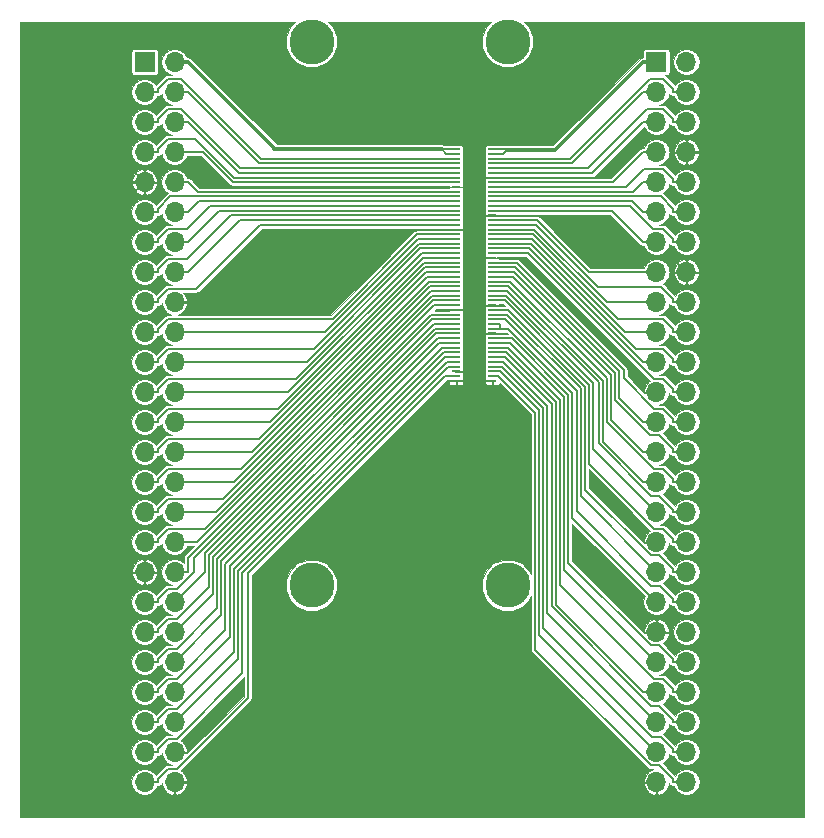
<source format=gtl>
G04 #@! TF.FileFunction,Copper,L1,Top,Signal*
%FSLAX46Y46*%
G04 Gerber Fmt 4.6, Leading zero omitted, Abs format (unit mm)*
G04 Created by KiCad (PCBNEW 4.0.1-stable) date 2019/01/19 9:27:23*
%MOMM*%
G01*
G04 APERTURE LIST*
%ADD10C,0.100000*%
%ADD11R,1.700000X1.700000*%
%ADD12O,1.700000X1.700000*%
%ADD13R,0.700000X0.200000*%
%ADD14C,3.800000*%
%ADD15C,0.600000*%
%ADD16C,0.152400*%
%ADD17C,0.304800*%
%ADD18C,0.125000*%
G04 APERTURE END LIST*
D10*
D11*
X114404300Y-68020000D03*
D12*
X116944300Y-68020000D03*
X114404300Y-70560000D03*
X116944300Y-70560000D03*
X114404300Y-73100000D03*
X116944300Y-73100000D03*
X114404300Y-75640000D03*
X116944300Y-75640000D03*
X114404300Y-78180000D03*
X116944300Y-78180000D03*
X114404300Y-80720000D03*
X116944300Y-80720000D03*
X114404300Y-83260000D03*
X116944300Y-83260000D03*
X114404300Y-85800000D03*
X116944300Y-85800000D03*
X114404300Y-88340000D03*
X116944300Y-88340000D03*
X114404300Y-90880000D03*
X116944300Y-90880000D03*
X114404300Y-93420000D03*
X116944300Y-93420000D03*
X114404300Y-95960000D03*
X116944300Y-95960000D03*
X114404300Y-98500000D03*
X116944300Y-98500000D03*
X114404300Y-101040000D03*
X116944300Y-101040000D03*
X114404300Y-103580000D03*
X116944300Y-103580000D03*
X114404300Y-106120000D03*
X116944300Y-106120000D03*
X114404300Y-108660000D03*
X116944300Y-108660000D03*
X114404300Y-111200000D03*
X116944300Y-111200000D03*
X114404300Y-113740000D03*
X116944300Y-113740000D03*
X114404300Y-116280000D03*
X116944300Y-116280000D03*
X114404300Y-118820000D03*
X116944300Y-118820000D03*
X114404300Y-121360000D03*
X116944300Y-121360000D03*
X114404300Y-123900000D03*
X116944300Y-123900000D03*
X114404300Y-126440000D03*
X116944300Y-126440000D03*
X114404300Y-128980000D03*
X116944300Y-128980000D03*
D11*
X157740000Y-68020000D03*
D12*
X160280000Y-68020000D03*
X157740000Y-70560000D03*
X160280000Y-70560000D03*
X157740000Y-73100000D03*
X160280000Y-73100000D03*
X157740000Y-75640000D03*
X160280000Y-75640000D03*
X157740000Y-78180000D03*
X160280000Y-78180000D03*
X157740000Y-80720000D03*
X160280000Y-80720000D03*
X157740000Y-83260000D03*
X160280000Y-83260000D03*
X157740000Y-85800000D03*
X160280000Y-85800000D03*
X157740000Y-88340000D03*
X160280000Y-88340000D03*
X157740000Y-90880000D03*
X160280000Y-90880000D03*
X157740000Y-93420000D03*
X160280000Y-93420000D03*
X157740000Y-95960000D03*
X160280000Y-95960000D03*
X157740000Y-98500000D03*
X160280000Y-98500000D03*
X157740000Y-101040000D03*
X160280000Y-101040000D03*
X157740000Y-103580000D03*
X160280000Y-103580000D03*
X157740000Y-106120000D03*
X160280000Y-106120000D03*
X157740000Y-108660000D03*
X160280000Y-108660000D03*
X157740000Y-111200000D03*
X160280000Y-111200000D03*
X157740000Y-113740000D03*
X160280000Y-113740000D03*
X157740000Y-116280000D03*
X160280000Y-116280000D03*
X157740000Y-118820000D03*
X160280000Y-118820000D03*
X157740000Y-121360000D03*
X160280000Y-121360000D03*
X157740000Y-123900000D03*
X160280000Y-123900000D03*
X157740000Y-126440000D03*
X160280000Y-126440000D03*
X157740000Y-128980000D03*
X160280000Y-128980000D03*
D13*
X140779777Y-75399671D03*
X143859777Y-75399671D03*
X140779777Y-75799671D03*
X143859777Y-75799671D03*
X140779777Y-76199671D03*
X143859777Y-76199671D03*
X140779777Y-76599671D03*
X143859777Y-76599671D03*
X140779777Y-76999671D03*
X143859777Y-76999671D03*
X140779777Y-77399671D03*
X143859777Y-77399671D03*
X140779777Y-77799671D03*
X143859777Y-77799671D03*
X140779777Y-78199671D03*
X143859777Y-78199671D03*
X140779777Y-78599671D03*
X143859777Y-78599671D03*
X140779777Y-78999671D03*
X143859777Y-78999671D03*
X140779777Y-79399671D03*
X143859777Y-79399671D03*
X140779777Y-79799671D03*
X143859777Y-79799671D03*
X140779777Y-80199671D03*
X143859777Y-80199671D03*
X140779777Y-80599671D03*
X143859777Y-80599671D03*
X140779777Y-80999671D03*
X143859777Y-80999671D03*
X140779777Y-81399671D03*
X143859777Y-81399671D03*
X140779777Y-81799671D03*
X143859777Y-81799671D03*
X140779777Y-82199671D03*
X143859777Y-82199671D03*
X140779777Y-82599671D03*
X143859777Y-82599671D03*
X140779777Y-82999671D03*
X143859777Y-82999671D03*
X140779777Y-83399671D03*
X143859777Y-83399671D03*
X140779777Y-83799671D03*
X143859777Y-83799671D03*
X140779777Y-84199671D03*
X143859777Y-84199671D03*
X140779777Y-84599671D03*
X143859777Y-84599671D03*
X140779777Y-84999671D03*
X143859777Y-84999671D03*
X140779777Y-85399671D03*
X143859777Y-85399671D03*
X140779777Y-85799671D03*
X143859777Y-85799671D03*
X140779777Y-86199671D03*
X143859777Y-86199671D03*
X140779777Y-86599671D03*
X143859777Y-86599671D03*
X140779777Y-86999671D03*
X143859777Y-86999671D03*
X140779777Y-87399671D03*
X143859777Y-87399671D03*
X140779777Y-87799671D03*
X143859777Y-87799671D03*
X140779777Y-88199671D03*
X143859777Y-88199671D03*
X140779777Y-88599671D03*
X143859777Y-88599671D03*
X140779777Y-88999671D03*
X143859777Y-88999671D03*
X140779777Y-89399671D03*
X143859777Y-89399671D03*
X140779777Y-89799671D03*
X143859777Y-89799671D03*
X140779777Y-90199671D03*
X143859777Y-90199671D03*
X140779777Y-90599671D03*
X143859777Y-90599671D03*
X140779777Y-90999671D03*
X143859777Y-90999671D03*
X140779777Y-91399671D03*
X143859777Y-91399671D03*
X140779777Y-91799671D03*
X143859777Y-91799671D03*
X140779777Y-92199671D03*
X143859777Y-92199671D03*
X140779777Y-92599671D03*
X143859777Y-92599671D03*
X140779777Y-92999671D03*
X143859777Y-92999671D03*
X140779777Y-93399671D03*
X143859777Y-93399671D03*
X140779777Y-93799671D03*
X143859777Y-93799671D03*
X140779777Y-94199671D03*
X143859777Y-94199671D03*
X140779777Y-94599671D03*
X143859777Y-94599671D03*
X140779777Y-94999671D03*
X143859777Y-94999671D03*
D14*
X145150000Y-66300000D03*
X128550000Y-66300000D03*
X128550000Y-112300000D03*
X145150000Y-112300000D03*
D15*
X139000000Y-104500000D03*
X152500000Y-83000000D03*
X127000000Y-85500000D03*
X139000000Y-70500000D03*
X126500000Y-70500000D03*
X142500000Y-120000000D03*
X129000000Y-120000000D03*
X107500000Y-125500000D03*
X107500000Y-115000000D03*
X107500000Y-105000000D03*
X107500000Y-94500000D03*
X107500000Y-84500000D03*
X107500000Y-75500000D03*
X166000000Y-125000000D03*
X166000000Y-114500000D03*
X166000000Y-105000000D03*
X166000000Y-94500000D03*
X166000000Y-84000000D03*
X166000000Y-75500000D03*
D16*
X129000000Y-120000000D02*
X139000000Y-110000000D01*
X139000000Y-110000000D02*
X139000000Y-104500000D01*
X160280000Y-85800000D02*
X159153799Y-84673799D01*
X159153799Y-84673799D02*
X154173799Y-84673799D01*
X154173799Y-84673799D02*
X152500000Y-83000000D01*
X116944300Y-88340000D02*
X124160000Y-88340000D01*
X124160000Y-88340000D02*
X127000000Y-85500000D01*
X114404300Y-78180000D02*
X113278099Y-77053799D01*
X113278099Y-77053799D02*
X113278099Y-70019423D01*
X122893799Y-66893799D02*
X126500000Y-70500000D01*
X113278099Y-70019423D02*
X113863723Y-69433799D01*
X115818099Y-67479423D02*
X116403723Y-66893799D01*
X113863723Y-69433799D02*
X114944877Y-69433799D01*
X114944877Y-69433799D02*
X115410898Y-69899820D01*
X115818099Y-69492619D02*
X115818099Y-67479423D01*
X115410898Y-69899820D02*
X115818099Y-69492619D01*
X116403723Y-66893799D02*
X122893799Y-66893799D01*
X116944300Y-128980000D02*
X120020000Y-128980000D01*
X120020000Y-128980000D02*
X129000000Y-120000000D01*
X107500000Y-105000000D02*
X107500000Y-115000000D01*
X107500000Y-84500000D02*
X107500000Y-94500000D01*
X114404300Y-78180000D02*
X110180000Y-78180000D01*
X110180000Y-78180000D02*
X107500000Y-75500000D01*
X114404300Y-78180000D02*
X113278099Y-79306201D01*
X113278099Y-79306201D02*
X109306201Y-79306201D01*
X166000000Y-105000000D02*
X166000000Y-114500000D01*
X166000000Y-84000000D02*
X166000000Y-94500000D01*
X160280000Y-75640000D02*
X165860000Y-75640000D01*
X165860000Y-75640000D02*
X166000000Y-75500000D01*
X139550000Y-75399700D02*
X139550029Y-75399671D01*
X139550029Y-75399671D02*
X140779777Y-75399671D01*
D17*
X125347200Y-75399700D02*
X139550000Y-75399700D01*
D16*
X140779800Y-75799700D02*
X139950000Y-75799700D01*
X139950000Y-75799700D02*
X139550000Y-75399700D01*
D17*
X116944300Y-68020000D02*
X118070800Y-68020000D01*
X118070800Y-68020000D02*
X125450500Y-75399700D01*
D16*
X143859800Y-75399700D02*
X144978200Y-75399700D01*
X144978200Y-75399700D02*
X145050000Y-75471500D01*
D17*
X145050000Y-75471500D02*
X149050000Y-75471500D01*
D16*
X143859800Y-75799700D02*
X144721800Y-75799700D01*
X144721800Y-75799700D02*
X145050000Y-75471500D01*
D17*
X157740000Y-68020000D02*
X156613500Y-68020000D01*
X149162000Y-75471500D02*
X156613500Y-68020000D01*
D16*
X114404300Y-70560000D02*
X115530800Y-70560000D01*
X124249300Y-76199700D02*
X140779800Y-76199700D01*
X117483100Y-69433500D02*
X124249300Y-76199700D01*
X116375600Y-69433500D02*
X117483100Y-69433500D01*
X115530800Y-70278300D02*
X116375600Y-69433500D01*
X115530800Y-70560000D02*
X115530800Y-70278300D01*
X143859800Y-76199700D02*
X144486300Y-76199700D01*
X160280000Y-70560000D02*
X159153500Y-70560000D01*
X159153500Y-70278300D02*
X159153500Y-70560000D01*
X158308700Y-69433500D02*
X159153500Y-70278300D01*
X157223000Y-69433500D02*
X158308700Y-69433500D01*
X150456800Y-76199700D02*
X157223000Y-69433500D01*
X144486300Y-76199700D02*
X150456800Y-76199700D01*
X116944300Y-70560000D02*
X118070800Y-70560000D01*
X124110500Y-76599700D02*
X140779800Y-76599700D01*
X118070800Y-70560000D02*
X124110500Y-76599700D01*
X157740000Y-70560000D02*
X156613500Y-70560000D01*
X150573800Y-76599700D02*
X156613500Y-70560000D01*
X143859800Y-76599700D02*
X150573800Y-76599700D01*
X114404300Y-73100000D02*
X115530800Y-73100000D01*
X115530800Y-72818300D02*
X115530800Y-73100000D01*
X116375600Y-71973500D02*
X115530800Y-72818300D01*
X117485400Y-71973500D02*
X116375600Y-71973500D01*
X122511600Y-76999700D02*
X117485400Y-71973500D01*
X140779800Y-76999700D02*
X122511600Y-76999700D01*
X159153500Y-72818300D02*
X159153500Y-73100000D01*
X158308700Y-71973500D02*
X159153500Y-72818300D01*
X156966300Y-71973500D02*
X158308700Y-71973500D01*
X151940100Y-76999700D02*
X156966300Y-71973500D01*
X143859800Y-76999700D02*
X151940100Y-76999700D01*
X160280000Y-73100000D02*
X159153500Y-73100000D01*
X116944300Y-73100000D02*
X118070800Y-73100000D01*
X122370500Y-77399700D02*
X118070800Y-73100000D01*
X140779800Y-77399700D02*
X122370500Y-77399700D01*
X157740000Y-73100000D02*
X156613500Y-73100000D01*
X152313800Y-77399700D02*
X156613500Y-73100000D01*
X143859800Y-77399700D02*
X152313800Y-77399700D01*
X114404300Y-75640000D02*
X115530800Y-75640000D01*
X115530800Y-75358300D02*
X115530800Y-75640000D01*
X116375600Y-74513500D02*
X115530800Y-75358300D01*
X118710000Y-74513500D02*
X116375600Y-74513500D01*
X121996200Y-77799700D02*
X118710000Y-74513500D01*
X140779800Y-77799700D02*
X121996200Y-77799700D01*
X116944300Y-75640000D02*
X118070800Y-75640000D01*
X119337600Y-75640000D02*
X118070800Y-75640000D01*
X121897300Y-78199700D02*
X119337600Y-75640000D01*
X140779800Y-78199700D02*
X121897300Y-78199700D01*
X154053800Y-78199700D02*
X156613500Y-75640000D01*
X143859800Y-78199700D02*
X154053800Y-78199700D01*
X157740000Y-75640000D02*
X156613500Y-75640000D01*
X160280000Y-78180000D02*
X159153500Y-78180000D01*
X143859800Y-78599700D02*
X144486300Y-78599700D01*
X155157900Y-78599700D02*
X144486300Y-78599700D01*
X156704100Y-77053500D02*
X155157900Y-78599700D01*
X158308700Y-77053500D02*
X156704100Y-77053500D01*
X159153500Y-77898300D02*
X158308700Y-77053500D01*
X159153500Y-78180000D02*
X159153500Y-77898300D01*
X118890500Y-78999700D02*
X118070800Y-78180000D01*
X140779800Y-78999700D02*
X118890500Y-78999700D01*
X116944300Y-78180000D02*
X118070800Y-78180000D01*
X157740000Y-78180000D02*
X156613500Y-78180000D01*
X155793800Y-78999700D02*
X143859800Y-78999700D01*
X156613500Y-78180000D02*
X155793800Y-78999700D01*
X115530800Y-80438400D02*
X115530800Y-80720000D01*
X116569500Y-79399700D02*
X115530800Y-80438400D01*
X140779800Y-79399700D02*
X116569500Y-79399700D01*
X114404300Y-80720000D02*
X115530800Y-80720000D01*
X160280000Y-80720000D02*
X159153500Y-80720000D01*
X143859800Y-79399700D02*
X144486300Y-79399700D01*
X158114800Y-79399700D02*
X144486300Y-79399700D01*
X159153500Y-80438400D02*
X158114800Y-79399700D01*
X159153500Y-80720000D02*
X159153500Y-80438400D01*
X118991100Y-79799700D02*
X118070800Y-80720000D01*
X140779800Y-79799700D02*
X118991100Y-79799700D01*
X116944300Y-80720000D02*
X118070800Y-80720000D01*
X157740000Y-80720000D02*
X156613500Y-80720000D01*
X155693200Y-79799700D02*
X144486300Y-79799700D01*
X156613500Y-80720000D02*
X155693200Y-79799700D01*
X143859800Y-79799700D02*
X144486300Y-79799700D01*
X115530800Y-82978300D02*
X115530800Y-83260000D01*
X116375600Y-82133500D02*
X115530800Y-82978300D01*
X118025600Y-82133500D02*
X116375600Y-82133500D01*
X119959400Y-80199700D02*
X118025600Y-82133500D01*
X140779800Y-80199700D02*
X119959400Y-80199700D01*
X114404300Y-83260000D02*
X115530800Y-83260000D01*
X160280000Y-83260000D02*
X159153500Y-83260000D01*
X155527800Y-80199700D02*
X143859800Y-80199700D01*
X157461600Y-82133500D02*
X155527800Y-80199700D01*
X158308700Y-82133500D02*
X157461600Y-82133500D01*
X159153500Y-82978300D02*
X158308700Y-82133500D01*
X159153500Y-83260000D02*
X159153500Y-82978300D01*
X120731100Y-80599700D02*
X140779800Y-80599700D01*
X118070800Y-83260000D02*
X120731100Y-80599700D01*
X116944300Y-83260000D02*
X118070800Y-83260000D01*
X157740000Y-83260000D02*
X156613500Y-83260000D01*
X153953200Y-80599700D02*
X143859800Y-80599700D01*
X156613500Y-83260000D02*
X153953200Y-80599700D01*
X115530800Y-85518300D02*
X115530800Y-85800000D01*
X116375600Y-84673500D02*
X115530800Y-85518300D01*
X118025600Y-84673500D02*
X116375600Y-84673500D01*
X121699400Y-80999700D02*
X118025600Y-84673500D01*
X140779800Y-80999700D02*
X121699400Y-80999700D01*
X114404300Y-85800000D02*
X115530800Y-85800000D01*
X122471100Y-81399700D02*
X140779800Y-81399700D01*
X118070800Y-85800000D02*
X122471100Y-81399700D01*
X116944300Y-85800000D02*
X118070800Y-85800000D01*
X157740000Y-85800000D02*
X156613500Y-85800000D01*
X152005700Y-85800000D02*
X156613500Y-85800000D01*
X147605400Y-81399700D02*
X152005700Y-85800000D01*
X143859800Y-81399700D02*
X147605400Y-81399700D01*
X115530800Y-88058300D02*
X115530800Y-88340000D01*
X116375600Y-87213500D02*
X115530800Y-88058300D01*
X118771900Y-87213500D02*
X116375600Y-87213500D01*
X124185700Y-81799700D02*
X118771900Y-87213500D01*
X140779800Y-81799700D02*
X124185700Y-81799700D01*
X114404300Y-88340000D02*
X115530800Y-88340000D01*
X160280000Y-88340000D02*
X159153500Y-88340000D01*
X159153500Y-88107100D02*
X159153500Y-88340000D01*
X158116400Y-87070000D02*
X159153500Y-88107100D01*
X152776800Y-87070000D02*
X158116400Y-87070000D01*
X147506500Y-81799700D02*
X152776800Y-87070000D01*
X143859800Y-81799700D02*
X147506500Y-81799700D01*
X157740000Y-88340000D02*
X156613500Y-88340000D01*
X153547900Y-88340000D02*
X156613500Y-88340000D01*
X147407600Y-82199700D02*
X153547900Y-88340000D01*
X143859800Y-82199700D02*
X147407600Y-82199700D01*
X114404300Y-90880000D02*
X115530800Y-90880000D01*
X137455100Y-82599700D02*
X140779800Y-82599700D01*
X130317300Y-89737500D02*
X137455100Y-82599700D01*
X116391600Y-89737500D02*
X130317300Y-89737500D01*
X115530800Y-90598300D02*
X116391600Y-89737500D01*
X115530800Y-90880000D02*
X115530800Y-90598300D01*
X160280000Y-90880000D02*
X159153500Y-90880000D01*
X159153500Y-90598300D02*
X159153500Y-90880000D01*
X158308700Y-89753500D02*
X159153500Y-90598300D01*
X154462500Y-89753500D02*
X158308700Y-89753500D01*
X147308700Y-82599700D02*
X154462500Y-89753500D01*
X143859800Y-82599700D02*
X147308700Y-82599700D01*
X116944300Y-90880000D02*
X118070800Y-90880000D01*
X137554000Y-82999700D02*
X140779800Y-82999700D01*
X129673700Y-90880000D02*
X137554000Y-82999700D01*
X118070800Y-90880000D02*
X129673700Y-90880000D01*
X157740000Y-90880000D02*
X156613500Y-90880000D01*
X155090100Y-90880000D02*
X156613500Y-90880000D01*
X147209800Y-82999700D02*
X155090100Y-90880000D01*
X143859800Y-82999700D02*
X147209800Y-82999700D01*
X114404300Y-93420000D02*
X115530800Y-93420000D01*
X137652900Y-83399700D02*
X140779800Y-83399700D01*
X128759100Y-92293500D02*
X137652900Y-83399700D01*
X116375600Y-92293500D02*
X128759100Y-92293500D01*
X115530800Y-93138300D02*
X116375600Y-92293500D01*
X115530800Y-93420000D02*
X115530800Y-93138300D01*
X160280000Y-93420000D02*
X159153500Y-93420000D01*
X159153500Y-93138300D02*
X159153500Y-93420000D01*
X158308700Y-92293500D02*
X159153500Y-93138300D01*
X156004700Y-92293500D02*
X158308700Y-92293500D01*
X147110900Y-83399700D02*
X156004700Y-92293500D01*
X143859800Y-83399700D02*
X147110900Y-83399700D01*
X137751800Y-83799700D02*
X140779800Y-83799700D01*
X128131500Y-93420000D02*
X137751800Y-83799700D01*
X116944300Y-93420000D02*
X128131500Y-93420000D01*
X157740000Y-93420000D02*
X156613500Y-93420000D01*
X146993200Y-83799700D02*
X156613500Y-93420000D01*
X143859800Y-83799700D02*
X146993200Y-83799700D01*
X114404300Y-95960000D02*
X115530800Y-95960000D01*
X137850700Y-84199700D02*
X140779800Y-84199700D01*
X127216900Y-94833500D02*
X137850700Y-84199700D01*
X116375600Y-94833500D02*
X127216900Y-94833500D01*
X115530800Y-95678300D02*
X116375600Y-94833500D01*
X115530800Y-95960000D02*
X115530800Y-95678300D01*
X160280000Y-95960000D02*
X159153500Y-95960000D01*
X159153500Y-95678300D02*
X159153500Y-95960000D01*
X158308700Y-94833500D02*
X159153500Y-95678300D01*
X157512300Y-94833500D02*
X158308700Y-94833500D01*
X146878500Y-84199700D02*
X157512300Y-94833500D01*
X143859800Y-84199700D02*
X146878500Y-84199700D01*
X116944300Y-95960000D02*
X118070800Y-95960000D01*
X137949600Y-84599700D02*
X140779800Y-84599700D01*
X126589300Y-95960000D02*
X137949600Y-84599700D01*
X118070800Y-95960000D02*
X126589300Y-95960000D01*
X114404300Y-98500000D02*
X115530800Y-98500000D01*
X138048500Y-84999700D02*
X140779800Y-84999700D01*
X125674700Y-97373500D02*
X138048500Y-84999700D01*
X116375600Y-97373500D02*
X125674700Y-97373500D01*
X115530800Y-98218300D02*
X116375600Y-97373500D01*
X115530800Y-98500000D02*
X115530800Y-98218300D01*
X160280000Y-98500000D02*
X159153500Y-98500000D01*
X145905700Y-84999700D02*
X143859800Y-84999700D01*
X154957600Y-94051600D02*
X145905700Y-84999700D01*
X154957600Y-94773300D02*
X154957600Y-94051600D01*
X157557800Y-97373500D02*
X154957600Y-94773300D01*
X158264200Y-97373500D02*
X157557800Y-97373500D01*
X159153500Y-98262800D02*
X158264200Y-97373500D01*
X159153500Y-98500000D02*
X159153500Y-98262800D01*
X116944300Y-98500000D02*
X118070800Y-98500000D01*
X138147400Y-85399700D02*
X140779800Y-85399700D01*
X125047100Y-98500000D02*
X138147400Y-85399700D01*
X118070800Y-98500000D02*
X125047100Y-98500000D01*
X157740000Y-98500000D02*
X156613500Y-98500000D01*
X143859800Y-85399700D02*
X144486300Y-85399700D01*
X145806800Y-85399700D02*
X144486300Y-85399700D01*
X154604900Y-94197800D02*
X145806800Y-85399700D01*
X154604900Y-96491400D02*
X154604900Y-94197800D01*
X156613500Y-98500000D02*
X154604900Y-96491400D01*
X114404300Y-101040000D02*
X115530800Y-101040000D01*
X138246300Y-85799700D02*
X140779800Y-85799700D01*
X124132500Y-99913500D02*
X138246300Y-85799700D01*
X116375600Y-99913500D02*
X124132500Y-99913500D01*
X115530800Y-100758300D02*
X116375600Y-99913500D01*
X115530800Y-101040000D02*
X115530800Y-100758300D01*
X160280000Y-101040000D02*
X159153500Y-101040000D01*
X143859800Y-85799700D02*
X144486300Y-85799700D01*
X145707900Y-85799700D02*
X144486300Y-85799700D01*
X154252200Y-94344000D02*
X145707900Y-85799700D01*
X154252200Y-96654000D02*
X154252200Y-94344000D01*
X157224700Y-99626500D02*
X154252200Y-96654000D01*
X157963500Y-99626500D02*
X157224700Y-99626500D01*
X159153500Y-100816500D02*
X157963500Y-99626500D01*
X159153500Y-101040000D02*
X159153500Y-100816500D01*
X138345200Y-86199700D02*
X140779800Y-86199700D01*
X123504900Y-101040000D02*
X138345200Y-86199700D01*
X116944300Y-101040000D02*
X123504900Y-101040000D01*
X157740000Y-101040000D02*
X156613500Y-101040000D01*
X143859800Y-86199700D02*
X144486300Y-86199700D01*
X145609000Y-86199700D02*
X144486300Y-86199700D01*
X153899500Y-94490200D02*
X145609000Y-86199700D01*
X153899500Y-98326000D02*
X153899500Y-94490200D01*
X156613500Y-101040000D02*
X153899500Y-98326000D01*
X114404300Y-103580000D02*
X115530800Y-103580000D01*
X138444100Y-86599700D02*
X140779800Y-86599700D01*
X122590300Y-102453500D02*
X138444100Y-86599700D01*
X116375600Y-102453500D02*
X122590300Y-102453500D01*
X115530800Y-103298300D02*
X116375600Y-102453500D01*
X115530800Y-103580000D02*
X115530800Y-103298300D01*
X143859800Y-86599700D02*
X144486300Y-86599700D01*
X159153500Y-103305200D02*
X159153500Y-103580000D01*
X158301800Y-102453500D02*
X159153500Y-103305200D01*
X157522100Y-102453500D02*
X158301800Y-102453500D01*
X153546800Y-98478200D02*
X157522100Y-102453500D01*
X153546800Y-94764400D02*
X153546800Y-98478200D01*
X145382100Y-86599700D02*
X153546800Y-94764400D01*
X144486300Y-86599700D02*
X145382100Y-86599700D01*
X160280000Y-103580000D02*
X159153500Y-103580000D01*
X140779800Y-86999700D02*
X140153300Y-86999700D01*
X116944300Y-103580000D02*
X118070800Y-103580000D01*
X138543000Y-86999700D02*
X140153300Y-86999700D01*
X121962700Y-103580000D02*
X138543000Y-86999700D01*
X118070800Y-103580000D02*
X121962700Y-103580000D01*
X157740000Y-103580000D02*
X156613500Y-103580000D01*
X143859800Y-86999700D02*
X144486300Y-86999700D01*
X145194500Y-86999700D02*
X144486300Y-86999700D01*
X153194100Y-94999300D02*
X145194500Y-86999700D01*
X153194100Y-100160600D02*
X153194100Y-94999300D01*
X156613500Y-103580000D02*
X153194100Y-100160600D01*
X114404300Y-106120000D02*
X115530800Y-106120000D01*
X138641900Y-87399700D02*
X140779800Y-87399700D01*
X121048100Y-104993500D02*
X138641900Y-87399700D01*
X116375600Y-104993500D02*
X121048100Y-104993500D01*
X115530800Y-105838300D02*
X116375600Y-104993500D01*
X115530800Y-106120000D02*
X115530800Y-105838300D01*
X160280000Y-106120000D02*
X159153500Y-106120000D01*
X145095600Y-87399700D02*
X143859800Y-87399700D01*
X152841400Y-95145500D02*
X145095600Y-87399700D01*
X152841400Y-100311100D02*
X152841400Y-95145500D01*
X157283500Y-104753200D02*
X152841400Y-100311100D01*
X157976800Y-104753200D02*
X157283500Y-104753200D01*
X159153500Y-105929900D02*
X157976800Y-104753200D01*
X159153500Y-106120000D02*
X159153500Y-105929900D01*
X140779800Y-87799700D02*
X140153300Y-87799700D01*
X116944300Y-106120000D02*
X118070800Y-106120000D01*
X138740800Y-87799700D02*
X140153300Y-87799700D01*
X120420500Y-106120000D02*
X138740800Y-87799700D01*
X118070800Y-106120000D02*
X120420500Y-106120000D01*
X143859800Y-87799700D02*
X144486300Y-87799700D01*
X144996700Y-87799700D02*
X144486300Y-87799700D01*
X152395900Y-95198900D02*
X144996700Y-87799700D01*
X152395900Y-100775900D02*
X152395900Y-95198900D01*
X157740000Y-106120000D02*
X152395900Y-100775900D01*
X114404300Y-108660000D02*
X115530800Y-108660000D01*
X138839700Y-88199700D02*
X140779800Y-88199700D01*
X119505900Y-107533500D02*
X138839700Y-88199700D01*
X116375600Y-107533500D02*
X119505900Y-107533500D01*
X115530800Y-108378300D02*
X116375600Y-107533500D01*
X115530800Y-108660000D02*
X115530800Y-108378300D01*
X160280000Y-108660000D02*
X159153500Y-108660000D01*
X143859800Y-88199700D02*
X144486300Y-88199700D01*
X144897800Y-88199700D02*
X144486300Y-88199700D01*
X152043200Y-95345100D02*
X144897800Y-88199700D01*
X152043200Y-102023100D02*
X152043200Y-95345100D01*
X157538100Y-107518000D02*
X152043200Y-102023100D01*
X158293200Y-107518000D02*
X157538100Y-107518000D01*
X159153500Y-108378300D02*
X158293200Y-107518000D01*
X159153500Y-108660000D02*
X159153500Y-108378300D01*
X116944300Y-108660000D02*
X118070800Y-108660000D01*
X138938600Y-88599700D02*
X140779800Y-88599700D01*
X118878300Y-108660000D02*
X138938600Y-88599700D01*
X118070800Y-108660000D02*
X118878300Y-108660000D01*
X160280000Y-111200000D02*
X159153500Y-111200000D01*
X145198900Y-88999700D02*
X143859800Y-88999700D01*
X151690500Y-95491300D02*
X145198900Y-88999700D01*
X151690500Y-104219600D02*
X151690500Y-95491300D01*
X157257400Y-109786500D02*
X151690500Y-104219600D01*
X157971100Y-109786500D02*
X157257400Y-109786500D01*
X159153500Y-110968900D02*
X157971100Y-109786500D01*
X159153500Y-111200000D02*
X159153500Y-110968900D01*
X140779800Y-89399700D02*
X140153300Y-89399700D01*
X116944300Y-111200000D02*
X118070800Y-111200000D01*
X138679600Y-89399700D02*
X140153300Y-89399700D01*
X118070800Y-110008500D02*
X138679600Y-89399700D01*
X118070800Y-111200000D02*
X118070800Y-110008500D01*
X143859800Y-89399700D02*
X144486300Y-89399700D01*
X145100000Y-89399700D02*
X144486300Y-89399700D01*
X151337800Y-95637500D02*
X145100000Y-89399700D01*
X151337800Y-104797800D02*
X151337800Y-95637500D01*
X157740000Y-111200000D02*
X151337800Y-104797800D01*
X114404300Y-113740000D02*
X115530800Y-113740000D01*
X138779300Y-89799700D02*
X140779800Y-89799700D01*
X118601300Y-109977700D02*
X138779300Y-89799700D01*
X118601300Y-111180100D02*
X118601300Y-109977700D01*
X117167900Y-112613500D02*
X118601300Y-111180100D01*
X116375600Y-112613500D02*
X117167900Y-112613500D01*
X115530800Y-113458300D02*
X116375600Y-112613500D01*
X115530800Y-113740000D02*
X115530800Y-113458300D01*
X160280000Y-113740000D02*
X159153500Y-113740000D01*
X144929800Y-89799700D02*
X143859800Y-89799700D01*
X150985100Y-95855000D02*
X144929800Y-89799700D01*
X150985100Y-106042200D02*
X150985100Y-95855000D01*
X157285500Y-112342600D02*
X150985100Y-106042200D01*
X158023800Y-112342600D02*
X157285500Y-112342600D01*
X159153500Y-113472300D02*
X158023800Y-112342600D01*
X159153500Y-113740000D02*
X159153500Y-113472300D01*
X140779800Y-90199700D02*
X140170500Y-90199700D01*
X138888000Y-90199700D02*
X140170500Y-90199700D01*
X119484300Y-109603400D02*
X138888000Y-90199700D01*
X119484300Y-111200000D02*
X119484300Y-109603400D01*
X116944300Y-113740000D02*
X119484300Y-111200000D01*
X143859800Y-90599700D02*
X144486300Y-90599700D01*
X143859800Y-90199700D02*
X144486300Y-90199700D01*
X144486300Y-90599700D02*
X144486300Y-90199700D01*
X145200200Y-90599700D02*
X144486300Y-90599700D01*
X150632400Y-96031900D02*
X145200200Y-90599700D01*
X150632400Y-106632400D02*
X150632400Y-96031900D01*
X157740000Y-113740000D02*
X150632400Y-106632400D01*
X140779800Y-90599700D02*
X140153300Y-90599700D01*
X114404300Y-116280000D02*
X115530800Y-116280000D01*
X138987000Y-90599700D02*
X140153300Y-90599700D01*
X119837000Y-109749700D02*
X138987000Y-90599700D01*
X119837000Y-112448900D02*
X119837000Y-109749700D01*
X117132400Y-115153500D02*
X119837000Y-112448900D01*
X116375600Y-115153500D02*
X117132400Y-115153500D01*
X115530800Y-115998300D02*
X116375600Y-115153500D01*
X115530800Y-116280000D02*
X115530800Y-115998300D01*
X140779800Y-90999700D02*
X140237500Y-90999700D01*
X120189700Y-113034600D02*
X116944300Y-116280000D01*
X120189700Y-109896300D02*
X120189700Y-113034600D01*
X139086300Y-90999700D02*
X120189700Y-109896300D01*
X140237500Y-90999700D02*
X139086300Y-90999700D01*
X140779800Y-91399700D02*
X140153300Y-91399700D01*
X114404300Y-118820000D02*
X115530800Y-118820000D01*
X115530800Y-118538300D02*
X115530800Y-118820000D01*
X116375600Y-117693500D02*
X115530800Y-118538300D01*
X117124000Y-117693500D02*
X116375600Y-117693500D01*
X120542400Y-114275100D02*
X117124000Y-117693500D01*
X120542400Y-110074000D02*
X120542400Y-114275100D01*
X139216700Y-91399700D02*
X120542400Y-110074000D01*
X140153300Y-91399700D02*
X139216700Y-91399700D01*
X160280000Y-118820000D02*
X159153500Y-118820000D01*
X145494300Y-91399700D02*
X143859800Y-91399700D01*
X150279700Y-96185100D02*
X145494300Y-91399700D01*
X150279700Y-110418800D02*
X150279700Y-96185100D01*
X157267400Y-117406500D02*
X150279700Y-110418800D01*
X157962200Y-117406500D02*
X157267400Y-117406500D01*
X159153500Y-118597800D02*
X157962200Y-117406500D01*
X159153500Y-118820000D02*
X159153500Y-118597800D01*
X140779800Y-91799700D02*
X140366700Y-91799700D01*
X120895100Y-114869200D02*
X116944300Y-118820000D01*
X120895100Y-110278700D02*
X120895100Y-114869200D01*
X139374100Y-91799700D02*
X120895100Y-110278700D01*
X140366700Y-91799700D02*
X139374100Y-91799700D01*
X143859800Y-91799700D02*
X144486300Y-91799700D01*
X145377100Y-91799700D02*
X144486300Y-91799700D01*
X149927000Y-96349600D02*
X145377100Y-91799700D01*
X149927000Y-111007000D02*
X149927000Y-96349600D01*
X157740000Y-118820000D02*
X149927000Y-111007000D01*
X140779800Y-92199700D02*
X140153300Y-92199700D01*
X114404300Y-121360000D02*
X115530800Y-121360000D01*
X115530800Y-121078300D02*
X115530800Y-121360000D01*
X116375600Y-120233500D02*
X115530800Y-121078300D01*
X117124000Y-120233500D02*
X116375600Y-120233500D01*
X121247800Y-116109700D02*
X117124000Y-120233500D01*
X121247800Y-110509900D02*
X121247800Y-116109700D01*
X139558000Y-92199700D02*
X121247800Y-110509900D01*
X140153300Y-92199700D02*
X139558000Y-92199700D01*
X160280000Y-121360000D02*
X159153500Y-121360000D01*
X143859800Y-92199700D02*
X144486300Y-92199700D01*
X145175700Y-92199700D02*
X144486300Y-92199700D01*
X149574300Y-96598300D02*
X145175700Y-92199700D01*
X149574300Y-112260900D02*
X149574300Y-96598300D01*
X157546900Y-120233500D02*
X149574300Y-112260900D01*
X158308700Y-120233500D02*
X157546900Y-120233500D01*
X159153500Y-121078300D02*
X158308700Y-120233500D01*
X159153500Y-121360000D02*
X159153500Y-121078300D01*
X140779800Y-92599700D02*
X140154000Y-92599700D01*
X121600500Y-116703800D02*
X116944300Y-121360000D01*
X121600500Y-110716600D02*
X121600500Y-116703800D01*
X139717400Y-92599700D02*
X121600500Y-110716600D01*
X140154000Y-92599700D02*
X139717400Y-92599700D01*
X157740000Y-121360000D02*
X156613500Y-121360000D01*
X143859800Y-92599700D02*
X144486300Y-92599700D01*
X145024600Y-92599700D02*
X144486300Y-92599700D01*
X149221600Y-96796700D02*
X145024600Y-92599700D01*
X149221600Y-113968100D02*
X149221600Y-96796700D01*
X156613500Y-121360000D02*
X149221600Y-113968100D01*
X140779800Y-92999700D02*
X140153300Y-92999700D01*
X140779800Y-92999700D02*
X140153300Y-92999700D01*
X114404300Y-123900000D02*
X115530800Y-123900000D01*
X115530800Y-123618300D02*
X115530800Y-123900000D01*
X116375600Y-122773500D02*
X115530800Y-123618300D01*
X117124000Y-122773500D02*
X116375600Y-122773500D01*
X121953200Y-117944300D02*
X117124000Y-122773500D01*
X121953200Y-110928400D02*
X121953200Y-117944300D01*
X139881900Y-92999700D02*
X121953200Y-110928400D01*
X140153300Y-92999700D02*
X139881900Y-92999700D01*
X160280000Y-123900000D02*
X159153500Y-123900000D01*
X144891800Y-92999700D02*
X143859800Y-92999700D01*
X148868900Y-96976800D02*
X144891800Y-92999700D01*
X148868900Y-114114600D02*
X148868900Y-96976800D01*
X157305100Y-122550800D02*
X148868900Y-114114600D01*
X157985000Y-122550800D02*
X157305100Y-122550800D01*
X159153500Y-123719300D02*
X157985000Y-122550800D01*
X159153500Y-123900000D02*
X159153500Y-123719300D01*
X140779800Y-93399700D02*
X140204800Y-93399700D01*
X122305900Y-118538400D02*
X116944300Y-123900000D01*
X122305900Y-111081100D02*
X122305900Y-118538400D01*
X139987300Y-93399700D02*
X122305900Y-111081100D01*
X140204800Y-93399700D02*
X139987300Y-93399700D01*
X143859800Y-93399700D02*
X144486300Y-93399700D01*
X144792700Y-93399700D02*
X144486300Y-93399700D01*
X148516200Y-97123200D02*
X144792700Y-93399700D01*
X148516200Y-114676200D02*
X148516200Y-97123200D01*
X157740000Y-123900000D02*
X148516200Y-114676200D01*
X140779800Y-93799700D02*
X140153300Y-93799700D01*
X114404300Y-126440000D02*
X115530800Y-126440000D01*
X115530800Y-126158300D02*
X115530800Y-126440000D01*
X116375600Y-125313500D02*
X115530800Y-126158300D01*
X117124000Y-125313500D02*
X116375600Y-125313500D01*
X122658600Y-119778900D02*
X117124000Y-125313500D01*
X122658600Y-111275100D02*
X122658600Y-119778900D01*
X140134000Y-93799700D02*
X122658600Y-111275100D01*
X140153300Y-93799700D02*
X140134000Y-93799700D01*
X160280000Y-126440000D02*
X159153500Y-126440000D01*
X144630200Y-93799700D02*
X143859800Y-93799700D01*
X148163500Y-97333000D02*
X144630200Y-93799700D01*
X148163500Y-115923800D02*
X148163500Y-97333000D01*
X157394400Y-125154700D02*
X148163500Y-115923800D01*
X158088700Y-125154700D02*
X157394400Y-125154700D01*
X159153500Y-126219500D02*
X158088700Y-125154700D01*
X159153500Y-126440000D02*
X159153500Y-126219500D01*
X144527800Y-94199700D02*
X143859800Y-94199700D01*
X147810800Y-97482700D02*
X144527800Y-94199700D01*
X147810800Y-116510800D02*
X147810800Y-97482700D01*
X157740000Y-126440000D02*
X147810800Y-116510800D01*
X140779800Y-94599700D02*
X140153300Y-94599700D01*
X114404300Y-128980000D02*
X115530800Y-128980000D01*
X115530800Y-128698300D02*
X115530800Y-128980000D01*
X116375600Y-127853500D02*
X115530800Y-128698300D01*
X117162800Y-127853500D02*
X116375600Y-127853500D01*
X123130000Y-121886300D02*
X117162800Y-127853500D01*
X123130000Y-111302600D02*
X123130000Y-121886300D01*
X139832900Y-94599700D02*
X123130000Y-111302600D01*
X140153300Y-94599700D02*
X139832900Y-94599700D01*
X160280000Y-128980000D02*
X159153500Y-128980000D01*
X143859800Y-94599700D02*
X144358500Y-94599700D01*
X147458100Y-97699300D02*
X144358500Y-94599700D01*
X147458100Y-117765100D02*
X147458100Y-97699300D01*
X157268800Y-127575800D02*
X147458100Y-117765100D01*
X157983900Y-127575800D02*
X157268800Y-127575800D01*
X159153500Y-128745400D02*
X157983900Y-127575800D01*
X159153500Y-128980000D02*
X159153500Y-128745400D01*
D18*
G36*
X126717791Y-65073443D02*
X126387876Y-65867965D01*
X126387125Y-66728261D01*
X126715653Y-67523358D01*
X127323443Y-68132209D01*
X128117965Y-68462124D01*
X128978261Y-68462875D01*
X129773358Y-68134347D01*
X130382209Y-67526557D01*
X130712124Y-66732035D01*
X130712875Y-65871739D01*
X130384347Y-65076642D01*
X129945970Y-64637500D01*
X143754495Y-64637500D01*
X143317791Y-65073443D01*
X142987876Y-65867965D01*
X142987125Y-66728261D01*
X143315653Y-67523358D01*
X143923443Y-68132209D01*
X144717965Y-68462124D01*
X145578261Y-68462875D01*
X146373358Y-68134347D01*
X146982209Y-67526557D01*
X147312124Y-66732035D01*
X147312875Y-65871739D01*
X146984347Y-65076642D01*
X146545970Y-64637500D01*
X170212500Y-64637500D01*
X170212500Y-131962500D01*
X103887500Y-131962500D01*
X103887500Y-111410973D01*
X113311987Y-111410973D01*
X113314395Y-111423098D01*
X113482735Y-111823204D01*
X113791375Y-112128433D01*
X114193327Y-112292317D01*
X114366800Y-112246247D01*
X114366800Y-111237500D01*
X114441800Y-111237500D01*
X114441800Y-112246247D01*
X114615273Y-112292317D01*
X115017225Y-112128433D01*
X115325865Y-111823204D01*
X115494205Y-111423098D01*
X115496613Y-111410973D01*
X115450503Y-111237500D01*
X114441800Y-111237500D01*
X114366800Y-111237500D01*
X113358097Y-111237500D01*
X113311987Y-111410973D01*
X103887500Y-111410973D01*
X103887500Y-110989027D01*
X113311987Y-110989027D01*
X113358097Y-111162500D01*
X114366800Y-111162500D01*
X114366800Y-110153753D01*
X114441800Y-110153753D01*
X114441800Y-111162500D01*
X115450503Y-111162500D01*
X115496613Y-110989027D01*
X115494205Y-110976902D01*
X115325865Y-110576796D01*
X115017225Y-110271567D01*
X114615273Y-110107683D01*
X114441800Y-110153753D01*
X114366800Y-110153753D01*
X114193327Y-110107683D01*
X113791375Y-110271567D01*
X113482735Y-110576796D01*
X113314395Y-110976902D01*
X113311987Y-110989027D01*
X103887500Y-110989027D01*
X103887500Y-80720000D01*
X113270005Y-80720000D01*
X113354689Y-81145735D01*
X113595849Y-81506656D01*
X113956770Y-81747816D01*
X114382505Y-81832500D01*
X114426095Y-81832500D01*
X114851830Y-81747816D01*
X115212751Y-81506656D01*
X115453911Y-81145735D01*
X115471223Y-81058700D01*
X115530800Y-81058700D01*
X115660415Y-81032918D01*
X115770297Y-80959497D01*
X115837606Y-80858762D01*
X115894689Y-81145735D01*
X116135849Y-81506656D01*
X116496770Y-81747816D01*
X116732974Y-81794800D01*
X116375600Y-81794800D01*
X116245985Y-81820582D01*
X116136103Y-81894003D01*
X115350543Y-82679563D01*
X115212751Y-82473344D01*
X114851830Y-82232184D01*
X114426095Y-82147500D01*
X114382505Y-82147500D01*
X113956770Y-82232184D01*
X113595849Y-82473344D01*
X113354689Y-82834265D01*
X113270005Y-83260000D01*
X113354689Y-83685735D01*
X113595849Y-84046656D01*
X113956770Y-84287816D01*
X114382505Y-84372500D01*
X114426095Y-84372500D01*
X114851830Y-84287816D01*
X115212751Y-84046656D01*
X115453911Y-83685735D01*
X115471223Y-83598700D01*
X115530800Y-83598700D01*
X115660415Y-83572918D01*
X115770297Y-83499497D01*
X115837606Y-83398762D01*
X115894689Y-83685735D01*
X116135849Y-84046656D01*
X116496770Y-84287816D01*
X116732974Y-84334800D01*
X116375600Y-84334800D01*
X116245985Y-84360582D01*
X116136103Y-84434003D01*
X115350543Y-85219563D01*
X115212751Y-85013344D01*
X114851830Y-84772184D01*
X114426095Y-84687500D01*
X114382505Y-84687500D01*
X113956770Y-84772184D01*
X113595849Y-85013344D01*
X113354689Y-85374265D01*
X113270005Y-85800000D01*
X113354689Y-86225735D01*
X113595849Y-86586656D01*
X113956770Y-86827816D01*
X114382505Y-86912500D01*
X114426095Y-86912500D01*
X114851830Y-86827816D01*
X115212751Y-86586656D01*
X115453911Y-86225735D01*
X115471223Y-86138700D01*
X115530800Y-86138700D01*
X115660415Y-86112918D01*
X115770297Y-86039497D01*
X115837606Y-85938762D01*
X115894689Y-86225735D01*
X116135849Y-86586656D01*
X116496770Y-86827816D01*
X116732974Y-86874800D01*
X116375600Y-86874800D01*
X116245985Y-86900582D01*
X116136103Y-86974003D01*
X115350543Y-87759563D01*
X115212751Y-87553344D01*
X114851830Y-87312184D01*
X114426095Y-87227500D01*
X114382505Y-87227500D01*
X113956770Y-87312184D01*
X113595849Y-87553344D01*
X113354689Y-87914265D01*
X113270005Y-88340000D01*
X113354689Y-88765735D01*
X113595849Y-89126656D01*
X113956770Y-89367816D01*
X114382505Y-89452500D01*
X114426095Y-89452500D01*
X114851830Y-89367816D01*
X115212751Y-89126656D01*
X115453911Y-88765735D01*
X115471223Y-88678700D01*
X115530800Y-88678700D01*
X115660415Y-88652918D01*
X115770297Y-88579497D01*
X115843718Y-88469615D01*
X115862040Y-88377502D01*
X115898096Y-88377502D01*
X115851987Y-88550973D01*
X115854395Y-88563098D01*
X116022735Y-88963204D01*
X116331375Y-89268433D01*
X116651121Y-89398800D01*
X116391600Y-89398800D01*
X116261985Y-89424582D01*
X116152103Y-89498003D01*
X115350543Y-90299563D01*
X115212751Y-90093344D01*
X114851830Y-89852184D01*
X114426095Y-89767500D01*
X114382505Y-89767500D01*
X113956770Y-89852184D01*
X113595849Y-90093344D01*
X113354689Y-90454265D01*
X113270005Y-90880000D01*
X113354689Y-91305735D01*
X113595849Y-91666656D01*
X113956770Y-91907816D01*
X114382505Y-91992500D01*
X114426095Y-91992500D01*
X114851830Y-91907816D01*
X115212751Y-91666656D01*
X115453911Y-91305735D01*
X115471223Y-91218700D01*
X115530800Y-91218700D01*
X115660415Y-91192918D01*
X115770297Y-91119497D01*
X115837606Y-91018762D01*
X115894689Y-91305735D01*
X116135849Y-91666656D01*
X116496770Y-91907816D01*
X116732974Y-91954800D01*
X116375600Y-91954800D01*
X116245985Y-91980582D01*
X116136103Y-92054003D01*
X115350543Y-92839563D01*
X115212751Y-92633344D01*
X114851830Y-92392184D01*
X114426095Y-92307500D01*
X114382505Y-92307500D01*
X113956770Y-92392184D01*
X113595849Y-92633344D01*
X113354689Y-92994265D01*
X113270005Y-93420000D01*
X113354689Y-93845735D01*
X113595849Y-94206656D01*
X113956770Y-94447816D01*
X114382505Y-94532500D01*
X114426095Y-94532500D01*
X114851830Y-94447816D01*
X115212751Y-94206656D01*
X115453911Y-93845735D01*
X115471223Y-93758700D01*
X115530800Y-93758700D01*
X115660415Y-93732918D01*
X115770297Y-93659497D01*
X115837606Y-93558762D01*
X115894689Y-93845735D01*
X116135849Y-94206656D01*
X116496770Y-94447816D01*
X116732974Y-94494800D01*
X116375600Y-94494800D01*
X116245985Y-94520582D01*
X116136103Y-94594003D01*
X115350543Y-95379563D01*
X115212751Y-95173344D01*
X114851830Y-94932184D01*
X114426095Y-94847500D01*
X114382505Y-94847500D01*
X113956770Y-94932184D01*
X113595849Y-95173344D01*
X113354689Y-95534265D01*
X113270005Y-95960000D01*
X113354689Y-96385735D01*
X113595849Y-96746656D01*
X113956770Y-96987816D01*
X114382505Y-97072500D01*
X114426095Y-97072500D01*
X114851830Y-96987816D01*
X115212751Y-96746656D01*
X115453911Y-96385735D01*
X115471223Y-96298700D01*
X115530800Y-96298700D01*
X115660415Y-96272918D01*
X115770297Y-96199497D01*
X115837606Y-96098762D01*
X115894689Y-96385735D01*
X116135849Y-96746656D01*
X116496770Y-96987816D01*
X116732974Y-97034800D01*
X116375600Y-97034800D01*
X116245985Y-97060582D01*
X116136103Y-97134003D01*
X115350543Y-97919563D01*
X115212751Y-97713344D01*
X114851830Y-97472184D01*
X114426095Y-97387500D01*
X114382505Y-97387500D01*
X113956770Y-97472184D01*
X113595849Y-97713344D01*
X113354689Y-98074265D01*
X113270005Y-98500000D01*
X113354689Y-98925735D01*
X113595849Y-99286656D01*
X113956770Y-99527816D01*
X114382505Y-99612500D01*
X114426095Y-99612500D01*
X114851830Y-99527816D01*
X115212751Y-99286656D01*
X115453911Y-98925735D01*
X115471223Y-98838700D01*
X115530800Y-98838700D01*
X115660415Y-98812918D01*
X115770297Y-98739497D01*
X115837606Y-98638762D01*
X115894689Y-98925735D01*
X116135849Y-99286656D01*
X116496770Y-99527816D01*
X116732974Y-99574800D01*
X116375600Y-99574800D01*
X116245985Y-99600582D01*
X116136103Y-99674003D01*
X115350543Y-100459563D01*
X115212751Y-100253344D01*
X114851830Y-100012184D01*
X114426095Y-99927500D01*
X114382505Y-99927500D01*
X113956770Y-100012184D01*
X113595849Y-100253344D01*
X113354689Y-100614265D01*
X113270005Y-101040000D01*
X113354689Y-101465735D01*
X113595849Y-101826656D01*
X113956770Y-102067816D01*
X114382505Y-102152500D01*
X114426095Y-102152500D01*
X114851830Y-102067816D01*
X115212751Y-101826656D01*
X115453911Y-101465735D01*
X115471223Y-101378700D01*
X115530800Y-101378700D01*
X115660415Y-101352918D01*
X115770297Y-101279497D01*
X115837606Y-101178762D01*
X115894689Y-101465735D01*
X116135849Y-101826656D01*
X116496770Y-102067816D01*
X116732974Y-102114800D01*
X116375600Y-102114800D01*
X116245985Y-102140582D01*
X116136103Y-102214003D01*
X115350543Y-102999563D01*
X115212751Y-102793344D01*
X114851830Y-102552184D01*
X114426095Y-102467500D01*
X114382505Y-102467500D01*
X113956770Y-102552184D01*
X113595849Y-102793344D01*
X113354689Y-103154265D01*
X113270005Y-103580000D01*
X113354689Y-104005735D01*
X113595849Y-104366656D01*
X113956770Y-104607816D01*
X114382505Y-104692500D01*
X114426095Y-104692500D01*
X114851830Y-104607816D01*
X115212751Y-104366656D01*
X115453911Y-104005735D01*
X115471223Y-103918700D01*
X115530800Y-103918700D01*
X115660415Y-103892918D01*
X115770297Y-103819497D01*
X115837606Y-103718762D01*
X115894689Y-104005735D01*
X116135849Y-104366656D01*
X116496770Y-104607816D01*
X116732974Y-104654800D01*
X116375600Y-104654800D01*
X116245985Y-104680582D01*
X116136103Y-104754003D01*
X115350543Y-105539563D01*
X115212751Y-105333344D01*
X114851830Y-105092184D01*
X114426095Y-105007500D01*
X114382505Y-105007500D01*
X113956770Y-105092184D01*
X113595849Y-105333344D01*
X113354689Y-105694265D01*
X113270005Y-106120000D01*
X113354689Y-106545735D01*
X113595849Y-106906656D01*
X113956770Y-107147816D01*
X114382505Y-107232500D01*
X114426095Y-107232500D01*
X114851830Y-107147816D01*
X115212751Y-106906656D01*
X115453911Y-106545735D01*
X115471223Y-106458700D01*
X115530800Y-106458700D01*
X115660415Y-106432918D01*
X115770297Y-106359497D01*
X115837606Y-106258762D01*
X115894689Y-106545735D01*
X116135849Y-106906656D01*
X116496770Y-107147816D01*
X116732974Y-107194800D01*
X116375600Y-107194800D01*
X116245985Y-107220582D01*
X116136103Y-107294003D01*
X115350543Y-108079563D01*
X115212751Y-107873344D01*
X114851830Y-107632184D01*
X114426095Y-107547500D01*
X114382505Y-107547500D01*
X113956770Y-107632184D01*
X113595849Y-107873344D01*
X113354689Y-108234265D01*
X113270005Y-108660000D01*
X113354689Y-109085735D01*
X113595849Y-109446656D01*
X113956770Y-109687816D01*
X114382505Y-109772500D01*
X114426095Y-109772500D01*
X114851830Y-109687816D01*
X115212751Y-109446656D01*
X115453911Y-109085735D01*
X115471223Y-108998700D01*
X115530800Y-108998700D01*
X115660415Y-108972918D01*
X115770297Y-108899497D01*
X115837606Y-108798762D01*
X115894689Y-109085735D01*
X116135849Y-109446656D01*
X116496770Y-109687816D01*
X116922505Y-109772500D01*
X116966095Y-109772500D01*
X117391830Y-109687816D01*
X117752751Y-109446656D01*
X117993911Y-109085735D01*
X118011223Y-108998700D01*
X118601606Y-108998700D01*
X117831303Y-109769003D01*
X117757882Y-109878885D01*
X117732100Y-110008500D01*
X117732100Y-110399545D01*
X117391830Y-110172184D01*
X116966095Y-110087500D01*
X116922505Y-110087500D01*
X116496770Y-110172184D01*
X116135849Y-110413344D01*
X115894689Y-110774265D01*
X115810005Y-111200000D01*
X115894689Y-111625735D01*
X116135849Y-111986656D01*
X116496770Y-112227816D01*
X116732974Y-112274800D01*
X116375600Y-112274800D01*
X116245985Y-112300582D01*
X116136103Y-112374003D01*
X115350543Y-113159563D01*
X115212751Y-112953344D01*
X114851830Y-112712184D01*
X114426095Y-112627500D01*
X114382505Y-112627500D01*
X113956770Y-112712184D01*
X113595849Y-112953344D01*
X113354689Y-113314265D01*
X113270005Y-113740000D01*
X113354689Y-114165735D01*
X113595849Y-114526656D01*
X113956770Y-114767816D01*
X114382505Y-114852500D01*
X114426095Y-114852500D01*
X114851830Y-114767816D01*
X115212751Y-114526656D01*
X115453911Y-114165735D01*
X115471223Y-114078700D01*
X115530800Y-114078700D01*
X115660415Y-114052918D01*
X115770297Y-113979497D01*
X115837606Y-113878762D01*
X115894689Y-114165735D01*
X116135849Y-114526656D01*
X116496770Y-114767816D01*
X116732974Y-114814800D01*
X116375600Y-114814800D01*
X116245985Y-114840582D01*
X116136103Y-114914003D01*
X115350543Y-115699563D01*
X115212751Y-115493344D01*
X114851830Y-115252184D01*
X114426095Y-115167500D01*
X114382505Y-115167500D01*
X113956770Y-115252184D01*
X113595849Y-115493344D01*
X113354689Y-115854265D01*
X113270005Y-116280000D01*
X113354689Y-116705735D01*
X113595849Y-117066656D01*
X113956770Y-117307816D01*
X114382505Y-117392500D01*
X114426095Y-117392500D01*
X114851830Y-117307816D01*
X115212751Y-117066656D01*
X115453911Y-116705735D01*
X115471223Y-116618700D01*
X115530800Y-116618700D01*
X115660415Y-116592918D01*
X115770297Y-116519497D01*
X115837606Y-116418762D01*
X115894689Y-116705735D01*
X116135849Y-117066656D01*
X116496770Y-117307816D01*
X116732974Y-117354800D01*
X116375600Y-117354800D01*
X116245985Y-117380582D01*
X116136103Y-117454003D01*
X115350543Y-118239563D01*
X115212751Y-118033344D01*
X114851830Y-117792184D01*
X114426095Y-117707500D01*
X114382505Y-117707500D01*
X113956770Y-117792184D01*
X113595849Y-118033344D01*
X113354689Y-118394265D01*
X113270005Y-118820000D01*
X113354689Y-119245735D01*
X113595849Y-119606656D01*
X113956770Y-119847816D01*
X114382505Y-119932500D01*
X114426095Y-119932500D01*
X114851830Y-119847816D01*
X115212751Y-119606656D01*
X115453911Y-119245735D01*
X115471223Y-119158700D01*
X115530800Y-119158700D01*
X115660415Y-119132918D01*
X115770297Y-119059497D01*
X115837606Y-118958762D01*
X115894689Y-119245735D01*
X116135849Y-119606656D01*
X116496770Y-119847816D01*
X116732974Y-119894800D01*
X116375600Y-119894800D01*
X116245985Y-119920582D01*
X116136103Y-119994003D01*
X115350543Y-120779563D01*
X115212751Y-120573344D01*
X114851830Y-120332184D01*
X114426095Y-120247500D01*
X114382505Y-120247500D01*
X113956770Y-120332184D01*
X113595849Y-120573344D01*
X113354689Y-120934265D01*
X113270005Y-121360000D01*
X113354689Y-121785735D01*
X113595849Y-122146656D01*
X113956770Y-122387816D01*
X114382505Y-122472500D01*
X114426095Y-122472500D01*
X114851830Y-122387816D01*
X115212751Y-122146656D01*
X115453911Y-121785735D01*
X115471223Y-121698700D01*
X115530800Y-121698700D01*
X115660415Y-121672918D01*
X115770297Y-121599497D01*
X115837606Y-121498762D01*
X115894689Y-121785735D01*
X116135849Y-122146656D01*
X116496770Y-122387816D01*
X116732974Y-122434800D01*
X116375600Y-122434800D01*
X116245985Y-122460582D01*
X116136103Y-122534003D01*
X115350543Y-123319563D01*
X115212751Y-123113344D01*
X114851830Y-122872184D01*
X114426095Y-122787500D01*
X114382505Y-122787500D01*
X113956770Y-122872184D01*
X113595849Y-123113344D01*
X113354689Y-123474265D01*
X113270005Y-123900000D01*
X113354689Y-124325735D01*
X113595849Y-124686656D01*
X113956770Y-124927816D01*
X114382505Y-125012500D01*
X114426095Y-125012500D01*
X114851830Y-124927816D01*
X115212751Y-124686656D01*
X115453911Y-124325735D01*
X115471223Y-124238700D01*
X115530800Y-124238700D01*
X115660415Y-124212918D01*
X115770297Y-124139497D01*
X115837606Y-124038762D01*
X115894689Y-124325735D01*
X116135849Y-124686656D01*
X116496770Y-124927816D01*
X116732974Y-124974800D01*
X116375600Y-124974800D01*
X116245985Y-125000582D01*
X116136103Y-125074003D01*
X115350543Y-125859563D01*
X115212751Y-125653344D01*
X114851830Y-125412184D01*
X114426095Y-125327500D01*
X114382505Y-125327500D01*
X113956770Y-125412184D01*
X113595849Y-125653344D01*
X113354689Y-126014265D01*
X113270005Y-126440000D01*
X113354689Y-126865735D01*
X113595849Y-127226656D01*
X113956770Y-127467816D01*
X114382505Y-127552500D01*
X114426095Y-127552500D01*
X114851830Y-127467816D01*
X115212751Y-127226656D01*
X115453911Y-126865735D01*
X115471223Y-126778700D01*
X115530800Y-126778700D01*
X115660415Y-126752918D01*
X115770297Y-126679497D01*
X115843718Y-126569615D01*
X115862040Y-126477502D01*
X115898096Y-126477502D01*
X115851987Y-126650973D01*
X115854395Y-126663098D01*
X116022735Y-127063204D01*
X116331375Y-127368433D01*
X116690364Y-127514800D01*
X116375600Y-127514800D01*
X116245985Y-127540582D01*
X116136103Y-127614003D01*
X115350543Y-128399563D01*
X115212751Y-128193344D01*
X114851830Y-127952184D01*
X114426095Y-127867500D01*
X114382505Y-127867500D01*
X113956770Y-127952184D01*
X113595849Y-128193344D01*
X113354689Y-128554265D01*
X113270005Y-128980000D01*
X113354689Y-129405735D01*
X113595849Y-129766656D01*
X113956770Y-130007816D01*
X114382505Y-130092500D01*
X114426095Y-130092500D01*
X114851830Y-130007816D01*
X115212751Y-129766656D01*
X115453911Y-129405735D01*
X115471223Y-129318700D01*
X115530800Y-129318700D01*
X115660415Y-129292918D01*
X115770297Y-129219497D01*
X115843718Y-129109615D01*
X115862040Y-129017502D01*
X115898096Y-129017502D01*
X115851987Y-129190973D01*
X115854395Y-129203098D01*
X116022735Y-129603204D01*
X116331375Y-129908433D01*
X116733327Y-130072317D01*
X116906800Y-130026247D01*
X116906800Y-129017500D01*
X116981800Y-129017500D01*
X116981800Y-130026247D01*
X117155273Y-130072317D01*
X117557225Y-129908433D01*
X117865865Y-129603204D01*
X118034205Y-129203098D01*
X118036613Y-129190973D01*
X156647687Y-129190973D01*
X156650095Y-129203098D01*
X156818435Y-129603204D01*
X157127075Y-129908433D01*
X157529027Y-130072317D01*
X157702500Y-130026247D01*
X157702500Y-129017500D01*
X156693797Y-129017500D01*
X156647687Y-129190973D01*
X118036613Y-129190973D01*
X117990503Y-129017500D01*
X116981800Y-129017500D01*
X116906800Y-129017500D01*
X116886800Y-129017500D01*
X116886800Y-128942500D01*
X116906800Y-128942500D01*
X116906800Y-128922500D01*
X116981800Y-128922500D01*
X116981800Y-128942500D01*
X117990503Y-128942500D01*
X118036613Y-128769027D01*
X118034205Y-128756902D01*
X117865865Y-128356796D01*
X117557225Y-128051567D01*
X117476600Y-128018694D01*
X123369497Y-122125797D01*
X123442918Y-122015915D01*
X123468700Y-121886300D01*
X123468700Y-112728261D01*
X126387125Y-112728261D01*
X126715653Y-113523358D01*
X127323443Y-114132209D01*
X128117965Y-114462124D01*
X128978261Y-114462875D01*
X129773358Y-114134347D01*
X130382209Y-113526557D01*
X130712124Y-112732035D01*
X130712127Y-112728261D01*
X142987125Y-112728261D01*
X143315653Y-113523358D01*
X143923443Y-114132209D01*
X144717965Y-114462124D01*
X145578261Y-114462875D01*
X146373358Y-114134347D01*
X146982209Y-113526557D01*
X147119400Y-113196165D01*
X147119400Y-117765100D01*
X147145182Y-117894715D01*
X147218603Y-118004597D01*
X157029303Y-127815297D01*
X157139185Y-127888718D01*
X157268800Y-127914500D01*
X157463254Y-127914500D01*
X157127075Y-128051567D01*
X156818435Y-128356796D01*
X156650095Y-128756902D01*
X156647687Y-128769027D01*
X156693797Y-128942500D01*
X157702500Y-128942500D01*
X157702500Y-128922500D01*
X157777500Y-128922500D01*
X157777500Y-128942500D01*
X157797500Y-128942500D01*
X157797500Y-129017500D01*
X157777500Y-129017500D01*
X157777500Y-130026247D01*
X157950973Y-130072317D01*
X158352925Y-129908433D01*
X158661565Y-129603204D01*
X158829905Y-129203098D01*
X158832313Y-129190973D01*
X158786204Y-129017502D01*
X158822260Y-129017502D01*
X158840582Y-129109615D01*
X158914003Y-129219497D01*
X159023885Y-129292918D01*
X159153500Y-129318700D01*
X159213077Y-129318700D01*
X159230389Y-129405735D01*
X159471549Y-129766656D01*
X159832470Y-130007816D01*
X160258205Y-130092500D01*
X160301795Y-130092500D01*
X160727530Y-130007816D01*
X161088451Y-129766656D01*
X161329611Y-129405735D01*
X161414295Y-128980000D01*
X161329611Y-128554265D01*
X161088451Y-128193344D01*
X160727530Y-127952184D01*
X160301795Y-127867500D01*
X160258205Y-127867500D01*
X159832470Y-127952184D01*
X159471549Y-128193344D01*
X159314892Y-128427798D01*
X158287867Y-127400773D01*
X158548451Y-127226656D01*
X158789611Y-126865735D01*
X158846694Y-126578762D01*
X158914003Y-126679497D01*
X159023885Y-126752918D01*
X159153500Y-126778700D01*
X159213077Y-126778700D01*
X159230389Y-126865735D01*
X159471549Y-127226656D01*
X159832470Y-127467816D01*
X160258205Y-127552500D01*
X160301795Y-127552500D01*
X160727530Y-127467816D01*
X161088451Y-127226656D01*
X161329611Y-126865735D01*
X161414295Y-126440000D01*
X161329611Y-126014265D01*
X161088451Y-125653344D01*
X160727530Y-125412184D01*
X160301795Y-125327500D01*
X160258205Y-125327500D01*
X159832470Y-125412184D01*
X159471549Y-125653344D01*
X159309244Y-125896250D01*
X158328197Y-124915203D01*
X158267302Y-124874514D01*
X158548451Y-124686656D01*
X158789611Y-124325735D01*
X158846694Y-124038762D01*
X158914003Y-124139497D01*
X159023885Y-124212918D01*
X159153500Y-124238700D01*
X159213077Y-124238700D01*
X159230389Y-124325735D01*
X159471549Y-124686656D01*
X159832470Y-124927816D01*
X160258205Y-125012500D01*
X160301795Y-125012500D01*
X160727530Y-124927816D01*
X161088451Y-124686656D01*
X161329611Y-124325735D01*
X161414295Y-123900000D01*
X161329611Y-123474265D01*
X161088451Y-123113344D01*
X160727530Y-122872184D01*
X160301795Y-122787500D01*
X160258205Y-122787500D01*
X159832470Y-122872184D01*
X159471549Y-123113344D01*
X159293302Y-123380108D01*
X158255556Y-122342362D01*
X158548451Y-122146656D01*
X158789611Y-121785735D01*
X158846694Y-121498762D01*
X158914003Y-121599497D01*
X159023885Y-121672918D01*
X159153500Y-121698700D01*
X159213077Y-121698700D01*
X159230389Y-121785735D01*
X159471549Y-122146656D01*
X159832470Y-122387816D01*
X160258205Y-122472500D01*
X160301795Y-122472500D01*
X160727530Y-122387816D01*
X161088451Y-122146656D01*
X161329611Y-121785735D01*
X161414295Y-121360000D01*
X161329611Y-120934265D01*
X161088451Y-120573344D01*
X160727530Y-120332184D01*
X160301795Y-120247500D01*
X160258205Y-120247500D01*
X159832470Y-120332184D01*
X159471549Y-120573344D01*
X159333757Y-120779563D01*
X158548197Y-119994003D01*
X158438315Y-119920582D01*
X158308700Y-119894800D01*
X157951326Y-119894800D01*
X158187530Y-119847816D01*
X158548451Y-119606656D01*
X158789611Y-119245735D01*
X158846694Y-118958762D01*
X158914003Y-119059497D01*
X159023885Y-119132918D01*
X159153500Y-119158700D01*
X159213077Y-119158700D01*
X159230389Y-119245735D01*
X159471549Y-119606656D01*
X159832470Y-119847816D01*
X160258205Y-119932500D01*
X160301795Y-119932500D01*
X160727530Y-119847816D01*
X161088451Y-119606656D01*
X161329611Y-119245735D01*
X161414295Y-118820000D01*
X161329611Y-118394265D01*
X161088451Y-118033344D01*
X160727530Y-117792184D01*
X160301795Y-117707500D01*
X160258205Y-117707500D01*
X159832470Y-117792184D01*
X159471549Y-118033344D01*
X159309925Y-118275231D01*
X158274928Y-117240234D01*
X158352925Y-117208433D01*
X158661565Y-116903204D01*
X158829905Y-116503098D01*
X158832313Y-116490973D01*
X158786203Y-116317500D01*
X157777500Y-116317500D01*
X157777500Y-116337500D01*
X157702500Y-116337500D01*
X157702500Y-116317500D01*
X156693797Y-116317500D01*
X156686153Y-116346259D01*
X156619894Y-116280000D01*
X159145705Y-116280000D01*
X159230389Y-116705735D01*
X159471549Y-117066656D01*
X159832470Y-117307816D01*
X160258205Y-117392500D01*
X160301795Y-117392500D01*
X160727530Y-117307816D01*
X161088451Y-117066656D01*
X161329611Y-116705735D01*
X161414295Y-116280000D01*
X161329611Y-115854265D01*
X161088451Y-115493344D01*
X160727530Y-115252184D01*
X160301795Y-115167500D01*
X160258205Y-115167500D01*
X159832470Y-115252184D01*
X159471549Y-115493344D01*
X159230389Y-115854265D01*
X159145705Y-116280000D01*
X156619894Y-116280000D01*
X156408921Y-116069027D01*
X156647687Y-116069027D01*
X156693797Y-116242500D01*
X157702500Y-116242500D01*
X157702500Y-115233753D01*
X157777500Y-115233753D01*
X157777500Y-116242500D01*
X158786203Y-116242500D01*
X158832313Y-116069027D01*
X158829905Y-116056902D01*
X158661565Y-115656796D01*
X158352925Y-115351567D01*
X157950973Y-115187683D01*
X157777500Y-115233753D01*
X157702500Y-115233753D01*
X157529027Y-115187683D01*
X157127075Y-115351567D01*
X156818435Y-115656796D01*
X156650095Y-116056902D01*
X156647687Y-116069027D01*
X156408921Y-116069027D01*
X150618400Y-110278506D01*
X150618400Y-107097394D01*
X156748421Y-113227415D01*
X156690389Y-113314265D01*
X156605705Y-113740000D01*
X156690389Y-114165735D01*
X156931549Y-114526656D01*
X157292470Y-114767816D01*
X157718205Y-114852500D01*
X157761795Y-114852500D01*
X158187530Y-114767816D01*
X158548451Y-114526656D01*
X158789611Y-114165735D01*
X158846694Y-113878762D01*
X158914003Y-113979497D01*
X159023885Y-114052918D01*
X159153500Y-114078700D01*
X159213077Y-114078700D01*
X159230389Y-114165735D01*
X159471549Y-114526656D01*
X159832470Y-114767816D01*
X160258205Y-114852500D01*
X160301795Y-114852500D01*
X160727530Y-114767816D01*
X161088451Y-114526656D01*
X161329611Y-114165735D01*
X161414295Y-113740000D01*
X161329611Y-113314265D01*
X161088451Y-112953344D01*
X160727530Y-112712184D01*
X160301795Y-112627500D01*
X160258205Y-112627500D01*
X159832470Y-112712184D01*
X159471549Y-112953344D01*
X159328150Y-113167956D01*
X158307709Y-112147515D01*
X158548451Y-111986656D01*
X158789611Y-111625735D01*
X158846694Y-111338762D01*
X158914003Y-111439497D01*
X159023885Y-111512918D01*
X159153500Y-111538700D01*
X159213077Y-111538700D01*
X159230389Y-111625735D01*
X159471549Y-111986656D01*
X159832470Y-112227816D01*
X160258205Y-112312500D01*
X160301795Y-112312500D01*
X160727530Y-112227816D01*
X161088451Y-111986656D01*
X161329611Y-111625735D01*
X161414295Y-111200000D01*
X161329611Y-110774265D01*
X161088451Y-110413344D01*
X160727530Y-110172184D01*
X160301795Y-110087500D01*
X160258205Y-110087500D01*
X159832470Y-110172184D01*
X159471549Y-110413344D01*
X159313490Y-110649896D01*
X158281250Y-109617656D01*
X158352925Y-109588433D01*
X158661565Y-109283204D01*
X158829905Y-108883098D01*
X158832313Y-108870973D01*
X158786204Y-108697502D01*
X158822260Y-108697502D01*
X158840582Y-108789615D01*
X158914003Y-108899497D01*
X159023885Y-108972918D01*
X159153500Y-108998700D01*
X159213077Y-108998700D01*
X159230389Y-109085735D01*
X159471549Y-109446656D01*
X159832470Y-109687816D01*
X160258205Y-109772500D01*
X160301795Y-109772500D01*
X160727530Y-109687816D01*
X161088451Y-109446656D01*
X161329611Y-109085735D01*
X161414295Y-108660000D01*
X161329611Y-108234265D01*
X161088451Y-107873344D01*
X160727530Y-107632184D01*
X160301795Y-107547500D01*
X160258205Y-107547500D01*
X159832470Y-107632184D01*
X159471549Y-107873344D01*
X159333757Y-108079563D01*
X158532697Y-107278503D01*
X158422815Y-107205082D01*
X158293200Y-107179300D01*
X158029249Y-107179300D01*
X158187530Y-107147816D01*
X158548451Y-106906656D01*
X158789611Y-106545735D01*
X158846694Y-106258762D01*
X158914003Y-106359497D01*
X159023885Y-106432918D01*
X159153500Y-106458700D01*
X159213077Y-106458700D01*
X159230389Y-106545735D01*
X159471549Y-106906656D01*
X159832470Y-107147816D01*
X160258205Y-107232500D01*
X160301795Y-107232500D01*
X160727530Y-107147816D01*
X161088451Y-106906656D01*
X161329611Y-106545735D01*
X161414295Y-106120000D01*
X161329611Y-105694265D01*
X161088451Y-105333344D01*
X160727530Y-105092184D01*
X160301795Y-105007500D01*
X160258205Y-105007500D01*
X159832470Y-105092184D01*
X159471549Y-105333344D01*
X159297068Y-105594474D01*
X158261191Y-104558597D01*
X158548451Y-104366656D01*
X158789611Y-104005735D01*
X158846694Y-103718762D01*
X158914003Y-103819497D01*
X159023885Y-103892918D01*
X159153500Y-103918700D01*
X159213077Y-103918700D01*
X159230389Y-104005735D01*
X159471549Y-104366656D01*
X159832470Y-104607816D01*
X160258205Y-104692500D01*
X160301795Y-104692500D01*
X160727530Y-104607816D01*
X161088451Y-104366656D01*
X161329611Y-104005735D01*
X161414295Y-103580000D01*
X161329611Y-103154265D01*
X161088451Y-102793344D01*
X160727530Y-102552184D01*
X160301795Y-102467500D01*
X160258205Y-102467500D01*
X159832470Y-102552184D01*
X159471549Y-102793344D01*
X159330994Y-103003700D01*
X158541297Y-102214003D01*
X158431415Y-102140582D01*
X158301800Y-102114800D01*
X157951326Y-102114800D01*
X158187530Y-102067816D01*
X158548451Y-101826656D01*
X158789611Y-101465735D01*
X158846694Y-101178762D01*
X158914003Y-101279497D01*
X159023885Y-101352918D01*
X159153500Y-101378700D01*
X159213077Y-101378700D01*
X159230389Y-101465735D01*
X159471549Y-101826656D01*
X159832470Y-102067816D01*
X160258205Y-102152500D01*
X160301795Y-102152500D01*
X160727530Y-102067816D01*
X161088451Y-101826656D01*
X161329611Y-101465735D01*
X161414295Y-101040000D01*
X161329611Y-100614265D01*
X161088451Y-100253344D01*
X160727530Y-100012184D01*
X160301795Y-99927500D01*
X160258205Y-99927500D01*
X159832470Y-100012184D01*
X159471549Y-100253344D01*
X159310446Y-100494452D01*
X158281213Y-99465219D01*
X158548451Y-99286656D01*
X158789611Y-98925735D01*
X158846694Y-98638762D01*
X158914003Y-98739497D01*
X159023885Y-98812918D01*
X159153500Y-98838700D01*
X159213077Y-98838700D01*
X159230389Y-98925735D01*
X159471549Y-99286656D01*
X159832470Y-99527816D01*
X160258205Y-99612500D01*
X160301795Y-99612500D01*
X160727530Y-99527816D01*
X161088451Y-99286656D01*
X161329611Y-98925735D01*
X161414295Y-98500000D01*
X161329611Y-98074265D01*
X161088451Y-97713344D01*
X160727530Y-97472184D01*
X160301795Y-97387500D01*
X160258205Y-97387500D01*
X159832470Y-97472184D01*
X159471549Y-97713344D01*
X159315933Y-97946239D01*
X158503697Y-97134003D01*
X158393815Y-97060582D01*
X158264200Y-97034800D01*
X157993936Y-97034800D01*
X158352925Y-96888433D01*
X158661565Y-96583204D01*
X158829905Y-96183098D01*
X158832313Y-96170973D01*
X158786204Y-95997502D01*
X158822260Y-95997502D01*
X158840582Y-96089615D01*
X158914003Y-96199497D01*
X159023885Y-96272918D01*
X159153500Y-96298700D01*
X159213077Y-96298700D01*
X159230389Y-96385735D01*
X159471549Y-96746656D01*
X159832470Y-96987816D01*
X160258205Y-97072500D01*
X160301795Y-97072500D01*
X160727530Y-96987816D01*
X161088451Y-96746656D01*
X161329611Y-96385735D01*
X161414295Y-95960000D01*
X161329611Y-95534265D01*
X161088451Y-95173344D01*
X160727530Y-94932184D01*
X160301795Y-94847500D01*
X160258205Y-94847500D01*
X159832470Y-94932184D01*
X159471549Y-95173344D01*
X159333757Y-95379563D01*
X158548197Y-94594003D01*
X158438315Y-94520582D01*
X158308700Y-94494800D01*
X157951326Y-94494800D01*
X158187530Y-94447816D01*
X158548451Y-94206656D01*
X158789611Y-93845735D01*
X158846694Y-93558762D01*
X158914003Y-93659497D01*
X159023885Y-93732918D01*
X159153500Y-93758700D01*
X159213077Y-93758700D01*
X159230389Y-93845735D01*
X159471549Y-94206656D01*
X159832470Y-94447816D01*
X160258205Y-94532500D01*
X160301795Y-94532500D01*
X160727530Y-94447816D01*
X161088451Y-94206656D01*
X161329611Y-93845735D01*
X161414295Y-93420000D01*
X161329611Y-92994265D01*
X161088451Y-92633344D01*
X160727530Y-92392184D01*
X160301795Y-92307500D01*
X160258205Y-92307500D01*
X159832470Y-92392184D01*
X159471549Y-92633344D01*
X159333757Y-92839563D01*
X158548197Y-92054003D01*
X158438315Y-91980582D01*
X158308700Y-91954800D01*
X157951326Y-91954800D01*
X158187530Y-91907816D01*
X158548451Y-91666656D01*
X158789611Y-91305735D01*
X158846694Y-91018762D01*
X158914003Y-91119497D01*
X159023885Y-91192918D01*
X159153500Y-91218700D01*
X159213077Y-91218700D01*
X159230389Y-91305735D01*
X159471549Y-91666656D01*
X159832470Y-91907816D01*
X160258205Y-91992500D01*
X160301795Y-91992500D01*
X160727530Y-91907816D01*
X161088451Y-91666656D01*
X161329611Y-91305735D01*
X161414295Y-90880000D01*
X161329611Y-90454265D01*
X161088451Y-90093344D01*
X160727530Y-89852184D01*
X160301795Y-89767500D01*
X160258205Y-89767500D01*
X159832470Y-89852184D01*
X159471549Y-90093344D01*
X159333757Y-90299563D01*
X158548197Y-89514003D01*
X158438315Y-89440582D01*
X158308700Y-89414800D01*
X157951326Y-89414800D01*
X158187530Y-89367816D01*
X158548451Y-89126656D01*
X158789611Y-88765735D01*
X158846694Y-88478762D01*
X158914003Y-88579497D01*
X159023885Y-88652918D01*
X159153500Y-88678700D01*
X159213077Y-88678700D01*
X159230389Y-88765735D01*
X159471549Y-89126656D01*
X159832470Y-89367816D01*
X160258205Y-89452500D01*
X160301795Y-89452500D01*
X160727530Y-89367816D01*
X161088451Y-89126656D01*
X161329611Y-88765735D01*
X161414295Y-88340000D01*
X161329611Y-87914265D01*
X161088451Y-87553344D01*
X160727530Y-87312184D01*
X160301795Y-87227500D01*
X160258205Y-87227500D01*
X159832470Y-87312184D01*
X159471549Y-87553344D01*
X159314211Y-87788817D01*
X158355897Y-86830503D01*
X158269703Y-86772910D01*
X158548451Y-86586656D01*
X158789611Y-86225735D01*
X158832329Y-86010973D01*
X159187687Y-86010973D01*
X159190095Y-86023098D01*
X159358435Y-86423204D01*
X159667075Y-86728433D01*
X160069027Y-86892317D01*
X160242500Y-86846247D01*
X160242500Y-85837500D01*
X160317500Y-85837500D01*
X160317500Y-86846247D01*
X160490973Y-86892317D01*
X160892925Y-86728433D01*
X161201565Y-86423204D01*
X161369905Y-86023098D01*
X161372313Y-86010973D01*
X161326203Y-85837500D01*
X160317500Y-85837500D01*
X160242500Y-85837500D01*
X159233797Y-85837500D01*
X159187687Y-86010973D01*
X158832329Y-86010973D01*
X158874295Y-85800000D01*
X158832330Y-85589027D01*
X159187687Y-85589027D01*
X159233797Y-85762500D01*
X160242500Y-85762500D01*
X160242500Y-84753753D01*
X160317500Y-84753753D01*
X160317500Y-85762500D01*
X161326203Y-85762500D01*
X161372313Y-85589027D01*
X161369905Y-85576902D01*
X161201565Y-85176796D01*
X160892925Y-84871567D01*
X160490973Y-84707683D01*
X160317500Y-84753753D01*
X160242500Y-84753753D01*
X160069027Y-84707683D01*
X159667075Y-84871567D01*
X159358435Y-85176796D01*
X159190095Y-85576902D01*
X159187687Y-85589027D01*
X158832330Y-85589027D01*
X158789611Y-85374265D01*
X158548451Y-85013344D01*
X158187530Y-84772184D01*
X157761795Y-84687500D01*
X157718205Y-84687500D01*
X157292470Y-84772184D01*
X156931549Y-85013344D01*
X156690389Y-85374265D01*
X156673077Y-85461300D01*
X152145994Y-85461300D01*
X147844897Y-81160203D01*
X147735015Y-81086782D01*
X147605400Y-81061000D01*
X144430481Y-81061000D01*
X144406652Y-81037171D01*
X144235169Y-81037171D01*
X144209777Y-81032029D01*
X143509777Y-81032029D01*
X143482450Y-81037171D01*
X143312902Y-81037171D01*
X143247277Y-81102796D01*
X143247277Y-81151886D01*
X143264553Y-81193594D01*
X143263221Y-81195543D01*
X143242135Y-81299671D01*
X143242135Y-81499671D01*
X143260439Y-81596947D01*
X143262339Y-81599899D01*
X143242135Y-81699671D01*
X143242135Y-81899671D01*
X143260439Y-81996947D01*
X143262339Y-81999899D01*
X143242135Y-82099671D01*
X143242135Y-82299671D01*
X143260439Y-82396947D01*
X143262339Y-82399899D01*
X143242135Y-82499671D01*
X143242135Y-82699671D01*
X143260439Y-82796947D01*
X143262339Y-82799899D01*
X143242135Y-82899671D01*
X143242135Y-83099671D01*
X143260439Y-83196947D01*
X143262339Y-83199899D01*
X143242135Y-83299671D01*
X143242135Y-83499671D01*
X143260439Y-83596947D01*
X143262339Y-83599899D01*
X143242135Y-83699671D01*
X143242135Y-83899671D01*
X143260439Y-83996947D01*
X143262339Y-83999899D01*
X143242135Y-84099671D01*
X143242135Y-84299671D01*
X143260439Y-84396947D01*
X143265160Y-84404283D01*
X143247277Y-84447456D01*
X143247277Y-84496546D01*
X143312902Y-84562171D01*
X143484385Y-84562171D01*
X143509777Y-84567313D01*
X144209777Y-84567313D01*
X144237104Y-84562171D01*
X144406652Y-84562171D01*
X144430423Y-84538400D01*
X146738206Y-84538400D01*
X157201165Y-95001359D01*
X157127075Y-95031567D01*
X156818435Y-95336796D01*
X156650095Y-95736902D01*
X156647687Y-95749027D01*
X156693797Y-95922500D01*
X157702500Y-95922500D01*
X157702500Y-95902500D01*
X157777500Y-95902500D01*
X157777500Y-95922500D01*
X157797500Y-95922500D01*
X157797500Y-95997500D01*
X157777500Y-95997500D01*
X157777500Y-96017500D01*
X157702500Y-96017500D01*
X157702500Y-95997500D01*
X156693797Y-95997500D01*
X156686867Y-96023573D01*
X155296300Y-94633006D01*
X155296300Y-94051600D01*
X155270518Y-93921985D01*
X155197097Y-93812103D01*
X146145197Y-84760203D01*
X146035315Y-84686782D01*
X145905700Y-84661000D01*
X144430481Y-84661000D01*
X144406652Y-84637171D01*
X144235169Y-84637171D01*
X144209777Y-84632029D01*
X143509777Y-84632029D01*
X143482450Y-84637171D01*
X143312902Y-84637171D01*
X143247277Y-84702796D01*
X143247277Y-84751886D01*
X143264553Y-84793594D01*
X143263221Y-84795543D01*
X143242135Y-84899671D01*
X143242135Y-85099671D01*
X143260439Y-85196947D01*
X143262339Y-85199899D01*
X143242135Y-85299671D01*
X143242135Y-85499671D01*
X143260439Y-85596947D01*
X143262339Y-85599899D01*
X143242135Y-85699671D01*
X143242135Y-85899671D01*
X143260439Y-85996947D01*
X143262339Y-85999899D01*
X143242135Y-86099671D01*
X143242135Y-86299671D01*
X143260439Y-86396947D01*
X143262339Y-86399899D01*
X143242135Y-86499671D01*
X143242135Y-86699671D01*
X143260439Y-86796947D01*
X143262339Y-86799899D01*
X143242135Y-86899671D01*
X143242135Y-87099671D01*
X143260439Y-87196947D01*
X143262339Y-87199899D01*
X143242135Y-87299671D01*
X143242135Y-87499671D01*
X143260439Y-87596947D01*
X143262339Y-87599899D01*
X143242135Y-87699671D01*
X143242135Y-87899671D01*
X143260439Y-87996947D01*
X143262339Y-87999899D01*
X143242135Y-88099671D01*
X143242135Y-88299671D01*
X143260439Y-88396947D01*
X143265160Y-88404283D01*
X143247277Y-88447456D01*
X143247277Y-88496546D01*
X143312902Y-88562171D01*
X143484385Y-88562171D01*
X143509777Y-88567313D01*
X144209777Y-88567313D01*
X144237104Y-88562171D01*
X144406652Y-88562171D01*
X144430423Y-88538400D01*
X144757506Y-88538400D01*
X144880106Y-88661000D01*
X144430481Y-88661000D01*
X144406652Y-88637171D01*
X144235169Y-88637171D01*
X144209777Y-88632029D01*
X143509777Y-88632029D01*
X143482450Y-88637171D01*
X143312902Y-88637171D01*
X143247277Y-88702796D01*
X143247277Y-88751886D01*
X143264553Y-88793594D01*
X143263221Y-88795543D01*
X143242135Y-88899671D01*
X143242135Y-89099671D01*
X143260439Y-89196947D01*
X143262339Y-89199899D01*
X143242135Y-89299671D01*
X143242135Y-89499671D01*
X143260439Y-89596947D01*
X143262339Y-89599899D01*
X143242135Y-89699671D01*
X143242135Y-89899671D01*
X143260439Y-89996947D01*
X143262339Y-89999899D01*
X143242135Y-90099671D01*
X143242135Y-90299671D01*
X143260439Y-90396947D01*
X143262339Y-90399899D01*
X143242135Y-90499671D01*
X143242135Y-90699671D01*
X143260439Y-90796947D01*
X143265160Y-90804283D01*
X143247277Y-90847456D01*
X143247277Y-90896546D01*
X143312902Y-90962171D01*
X143484385Y-90962171D01*
X143509777Y-90967313D01*
X144209777Y-90967313D01*
X144237104Y-90962171D01*
X144406652Y-90962171D01*
X144430423Y-90938400D01*
X145059906Y-90938400D01*
X145182506Y-91061000D01*
X144430481Y-91061000D01*
X144406652Y-91037171D01*
X144235169Y-91037171D01*
X144209777Y-91032029D01*
X143509777Y-91032029D01*
X143482450Y-91037171D01*
X143312902Y-91037171D01*
X143247277Y-91102796D01*
X143247277Y-91151886D01*
X143264553Y-91193594D01*
X143263221Y-91195543D01*
X143242135Y-91299671D01*
X143242135Y-91499671D01*
X143260439Y-91596947D01*
X143262339Y-91599899D01*
X143242135Y-91699671D01*
X143242135Y-91899671D01*
X143260439Y-91996947D01*
X143262339Y-91999899D01*
X143242135Y-92099671D01*
X143242135Y-92299671D01*
X143260439Y-92396947D01*
X143262339Y-92399899D01*
X143242135Y-92499671D01*
X143242135Y-92699671D01*
X143260439Y-92796947D01*
X143262339Y-92799899D01*
X143242135Y-92899671D01*
X143242135Y-93099671D01*
X143260439Y-93196947D01*
X143262339Y-93199899D01*
X143242135Y-93299671D01*
X143242135Y-93499671D01*
X143260439Y-93596947D01*
X143262339Y-93599899D01*
X143242135Y-93699671D01*
X143242135Y-93899671D01*
X143260439Y-93996947D01*
X143262339Y-93999899D01*
X143242135Y-94099671D01*
X143242135Y-94299671D01*
X143260439Y-94396947D01*
X143262339Y-94399899D01*
X143242135Y-94499671D01*
X143242135Y-94699671D01*
X143260439Y-94796947D01*
X143265160Y-94804283D01*
X143247277Y-94847456D01*
X143247277Y-94896546D01*
X143312902Y-94962171D01*
X143484385Y-94962171D01*
X143509777Y-94967313D01*
X143917277Y-94967313D01*
X143917277Y-95037171D01*
X143897277Y-95037171D01*
X143897277Y-95296546D01*
X143962902Y-95362171D01*
X144261991Y-95362171D01*
X144358471Y-95322208D01*
X144432314Y-95248366D01*
X144460390Y-95180584D01*
X147119400Y-97839594D01*
X147119400Y-111403495D01*
X146984347Y-111076642D01*
X146376557Y-110467791D01*
X145582035Y-110137876D01*
X144721739Y-110137125D01*
X143926642Y-110465653D01*
X143317791Y-111073443D01*
X142987876Y-111867965D01*
X142987125Y-112728261D01*
X130712127Y-112728261D01*
X130712875Y-111871739D01*
X130384347Y-111076642D01*
X129776557Y-110467791D01*
X128982035Y-110137876D01*
X128121739Y-110137125D01*
X127326642Y-110465653D01*
X126717791Y-111073443D01*
X126387876Y-111867965D01*
X126387125Y-112728261D01*
X123468700Y-112728261D01*
X123468700Y-111442894D01*
X139808798Y-95102796D01*
X140167277Y-95102796D01*
X140167277Y-95151886D01*
X140207240Y-95248366D01*
X140281083Y-95322208D01*
X140377563Y-95362171D01*
X140676652Y-95362171D01*
X140742277Y-95296546D01*
X140742277Y-95037171D01*
X140817277Y-95037171D01*
X140817277Y-95296546D01*
X140882902Y-95362171D01*
X141181991Y-95362171D01*
X141278471Y-95322208D01*
X141352314Y-95248366D01*
X141392277Y-95151886D01*
X141392277Y-95102796D01*
X143247277Y-95102796D01*
X143247277Y-95151886D01*
X143287240Y-95248366D01*
X143361083Y-95322208D01*
X143457563Y-95362171D01*
X143756652Y-95362171D01*
X143822277Y-95296546D01*
X143822277Y-95037171D01*
X143312902Y-95037171D01*
X143247277Y-95102796D01*
X141392277Y-95102796D01*
X141326652Y-95037171D01*
X140817277Y-95037171D01*
X140742277Y-95037171D01*
X140232902Y-95037171D01*
X140167277Y-95102796D01*
X139808798Y-95102796D01*
X139973194Y-94938400D01*
X140209131Y-94938400D01*
X140232902Y-94962171D01*
X140404385Y-94962171D01*
X140429777Y-94967313D01*
X141129777Y-94967313D01*
X141157104Y-94962171D01*
X141326652Y-94962171D01*
X141392277Y-94896546D01*
X141392277Y-94847456D01*
X141375001Y-94805748D01*
X141376333Y-94803799D01*
X141397419Y-94699671D01*
X141397419Y-94499671D01*
X141379115Y-94402395D01*
X141374394Y-94395059D01*
X141392277Y-94351886D01*
X141392277Y-94302796D01*
X141326652Y-94237171D01*
X141155169Y-94237171D01*
X141129777Y-94232029D01*
X140722277Y-94232029D01*
X140722277Y-94167313D01*
X141129777Y-94167313D01*
X141157104Y-94162171D01*
X141326652Y-94162171D01*
X141392277Y-94096546D01*
X141392277Y-94047456D01*
X141375001Y-94005748D01*
X141376333Y-94003799D01*
X141397419Y-93899671D01*
X141397419Y-93699671D01*
X141379115Y-93602395D01*
X141377215Y-93599443D01*
X141397419Y-93499671D01*
X141397419Y-93299671D01*
X141379115Y-93202395D01*
X141377215Y-93199443D01*
X141397419Y-93099671D01*
X141397419Y-92899671D01*
X141379115Y-92802395D01*
X141377215Y-92799443D01*
X141397419Y-92699671D01*
X141397419Y-92499671D01*
X141379115Y-92402395D01*
X141377215Y-92399443D01*
X141397419Y-92299671D01*
X141397419Y-92099671D01*
X141379115Y-92002395D01*
X141377215Y-91999443D01*
X141397419Y-91899671D01*
X141397419Y-91699671D01*
X141379115Y-91602395D01*
X141377215Y-91599443D01*
X141397419Y-91499671D01*
X141397419Y-91299671D01*
X141379115Y-91202395D01*
X141377215Y-91199443D01*
X141397419Y-91099671D01*
X141397419Y-90899671D01*
X141379115Y-90802395D01*
X141377215Y-90799443D01*
X141397419Y-90699671D01*
X141397419Y-90499671D01*
X141379115Y-90402395D01*
X141377215Y-90399443D01*
X141397419Y-90299671D01*
X141397419Y-90099671D01*
X141379115Y-90002395D01*
X141377215Y-89999443D01*
X141397419Y-89899671D01*
X141397419Y-89699671D01*
X141379115Y-89602395D01*
X141377215Y-89599443D01*
X141397419Y-89499671D01*
X141397419Y-89299671D01*
X141379115Y-89202395D01*
X141374394Y-89195059D01*
X141392277Y-89151886D01*
X141392277Y-89102796D01*
X141326652Y-89037171D01*
X141155169Y-89037171D01*
X141129777Y-89032029D01*
X140429777Y-89032029D01*
X140402450Y-89037171D01*
X140232902Y-89037171D01*
X140209073Y-89061000D01*
X138956294Y-89061000D01*
X139078894Y-88938400D01*
X140209131Y-88938400D01*
X140232902Y-88962171D01*
X140404385Y-88962171D01*
X140429777Y-88967313D01*
X141129777Y-88967313D01*
X141157104Y-88962171D01*
X141326652Y-88962171D01*
X141392277Y-88896546D01*
X141392277Y-88847456D01*
X141375001Y-88805748D01*
X141376333Y-88803799D01*
X141397419Y-88699671D01*
X141397419Y-88499671D01*
X141379115Y-88402395D01*
X141377215Y-88399443D01*
X141397419Y-88299671D01*
X141397419Y-88099671D01*
X141379115Y-88002395D01*
X141377215Y-87999443D01*
X141397419Y-87899671D01*
X141397419Y-87699671D01*
X141379115Y-87602395D01*
X141377215Y-87599443D01*
X141397419Y-87499671D01*
X141397419Y-87299671D01*
X141379115Y-87202395D01*
X141377215Y-87199443D01*
X141397419Y-87099671D01*
X141397419Y-86899671D01*
X141379115Y-86802395D01*
X141377215Y-86799443D01*
X141397419Y-86699671D01*
X141397419Y-86499671D01*
X141379115Y-86402395D01*
X141377215Y-86399443D01*
X141397419Y-86299671D01*
X141397419Y-86099671D01*
X141379115Y-86002395D01*
X141377215Y-85999443D01*
X141397419Y-85899671D01*
X141397419Y-85699671D01*
X141379115Y-85602395D01*
X141377215Y-85599443D01*
X141397419Y-85499671D01*
X141397419Y-85299671D01*
X141379115Y-85202395D01*
X141377215Y-85199443D01*
X141397419Y-85099671D01*
X141397419Y-84899671D01*
X141379115Y-84802395D01*
X141377215Y-84799443D01*
X141397419Y-84699671D01*
X141397419Y-84499671D01*
X141379115Y-84402395D01*
X141377215Y-84399443D01*
X141397419Y-84299671D01*
X141397419Y-84099671D01*
X141379115Y-84002395D01*
X141377215Y-83999443D01*
X141397419Y-83899671D01*
X141397419Y-83699671D01*
X141379115Y-83602395D01*
X141377215Y-83599443D01*
X141397419Y-83499671D01*
X141397419Y-83299671D01*
X141379115Y-83202395D01*
X141377215Y-83199443D01*
X141397419Y-83099671D01*
X141397419Y-82899671D01*
X141379115Y-82802395D01*
X141377215Y-82799443D01*
X141397419Y-82699671D01*
X141397419Y-82499671D01*
X141379115Y-82402395D01*
X141374394Y-82395059D01*
X141392277Y-82351886D01*
X141392277Y-82302796D01*
X141326652Y-82237171D01*
X141155169Y-82237171D01*
X141129777Y-82232029D01*
X140429777Y-82232029D01*
X140402450Y-82237171D01*
X140232902Y-82237171D01*
X140209073Y-82261000D01*
X137455100Y-82261000D01*
X137325485Y-82286782D01*
X137261830Y-82329315D01*
X137215603Y-82360203D01*
X130177006Y-89398800D01*
X117237479Y-89398800D01*
X117557225Y-89268433D01*
X117865865Y-88963204D01*
X118034205Y-88563098D01*
X118036613Y-88550973D01*
X117990503Y-88377500D01*
X116981800Y-88377500D01*
X116981800Y-88397500D01*
X116906800Y-88397500D01*
X116906800Y-88377500D01*
X116886800Y-88377500D01*
X116886800Y-88302500D01*
X116906800Y-88302500D01*
X116906800Y-88282500D01*
X116981800Y-88282500D01*
X116981800Y-88302500D01*
X117990503Y-88302500D01*
X118036613Y-88129027D01*
X118034205Y-88116902D01*
X117865865Y-87716796D01*
X117699430Y-87552200D01*
X118771900Y-87552200D01*
X118901515Y-87526418D01*
X119011397Y-87452997D01*
X124325994Y-82138400D01*
X140209131Y-82138400D01*
X140232902Y-82162171D01*
X140404385Y-82162171D01*
X140429777Y-82167313D01*
X141129777Y-82167313D01*
X141157104Y-82162171D01*
X141326652Y-82162171D01*
X141392277Y-82096546D01*
X141392277Y-82047456D01*
X141375001Y-82005748D01*
X141376333Y-82003799D01*
X141397419Y-81899671D01*
X141397419Y-81699671D01*
X141379115Y-81602395D01*
X141377215Y-81599443D01*
X141397419Y-81499671D01*
X141397419Y-81299671D01*
X141379115Y-81202395D01*
X141377215Y-81199443D01*
X141397419Y-81099671D01*
X141397419Y-80899671D01*
X141379115Y-80802395D01*
X141377215Y-80799443D01*
X141397419Y-80699671D01*
X141397419Y-80499671D01*
X141379115Y-80402395D01*
X141377215Y-80399443D01*
X141397419Y-80299671D01*
X141397419Y-80099671D01*
X141379115Y-80002395D01*
X141377215Y-79999443D01*
X141397419Y-79899671D01*
X141397419Y-79699671D01*
X141379115Y-79602395D01*
X141377215Y-79599443D01*
X141397419Y-79499671D01*
X141397419Y-79299671D01*
X141379115Y-79202395D01*
X141377215Y-79199443D01*
X141397419Y-79099671D01*
X141397419Y-78899671D01*
X141379115Y-78802395D01*
X141374394Y-78795059D01*
X141392277Y-78751886D01*
X141392277Y-78702796D01*
X141326652Y-78637171D01*
X141155169Y-78637171D01*
X141129777Y-78632029D01*
X140429777Y-78632029D01*
X140402450Y-78637171D01*
X140232902Y-78637171D01*
X140209073Y-78661000D01*
X119030794Y-78661000D01*
X118310297Y-77940503D01*
X118200415Y-77867082D01*
X118070800Y-77841300D01*
X118011223Y-77841300D01*
X117993911Y-77754265D01*
X117752751Y-77393344D01*
X117391830Y-77152184D01*
X116966095Y-77067500D01*
X116922505Y-77067500D01*
X116496770Y-77152184D01*
X116135849Y-77393344D01*
X115894689Y-77754265D01*
X115810005Y-78180000D01*
X115894689Y-78605735D01*
X116135849Y-78966656D01*
X116377758Y-79128294D01*
X116330003Y-79160203D01*
X115350583Y-80139623D01*
X115212751Y-79933344D01*
X114851830Y-79692184D01*
X114426095Y-79607500D01*
X114382505Y-79607500D01*
X113956770Y-79692184D01*
X113595849Y-79933344D01*
X113354689Y-80294265D01*
X113270005Y-80720000D01*
X103887500Y-80720000D01*
X103887500Y-78390973D01*
X113311987Y-78390973D01*
X113314395Y-78403098D01*
X113482735Y-78803204D01*
X113791375Y-79108433D01*
X114193327Y-79272317D01*
X114366800Y-79226247D01*
X114366800Y-78217500D01*
X114441800Y-78217500D01*
X114441800Y-79226247D01*
X114615273Y-79272317D01*
X115017225Y-79108433D01*
X115325865Y-78803204D01*
X115494205Y-78403098D01*
X115496613Y-78390973D01*
X115450503Y-78217500D01*
X114441800Y-78217500D01*
X114366800Y-78217500D01*
X113358097Y-78217500D01*
X113311987Y-78390973D01*
X103887500Y-78390973D01*
X103887500Y-77969027D01*
X113311987Y-77969027D01*
X113358097Y-78142500D01*
X114366800Y-78142500D01*
X114366800Y-77133753D01*
X114441800Y-77133753D01*
X114441800Y-78142500D01*
X115450503Y-78142500D01*
X115496613Y-77969027D01*
X115494205Y-77956902D01*
X115325865Y-77556796D01*
X115017225Y-77251567D01*
X114615273Y-77087683D01*
X114441800Y-77133753D01*
X114366800Y-77133753D01*
X114193327Y-77087683D01*
X113791375Y-77251567D01*
X113482735Y-77556796D01*
X113314395Y-77956902D01*
X113311987Y-77969027D01*
X103887500Y-77969027D01*
X103887500Y-70560000D01*
X113270005Y-70560000D01*
X113354689Y-70985735D01*
X113595849Y-71346656D01*
X113956770Y-71587816D01*
X114382505Y-71672500D01*
X114426095Y-71672500D01*
X114851830Y-71587816D01*
X115212751Y-71346656D01*
X115453911Y-70985735D01*
X115471223Y-70898700D01*
X115530800Y-70898700D01*
X115660415Y-70872918D01*
X115770297Y-70799497D01*
X115837606Y-70698762D01*
X115894689Y-70985735D01*
X116135849Y-71346656D01*
X116496770Y-71587816D01*
X116732974Y-71634800D01*
X116375600Y-71634800D01*
X116245985Y-71660582D01*
X116136103Y-71734003D01*
X115350543Y-72519563D01*
X115212751Y-72313344D01*
X114851830Y-72072184D01*
X114426095Y-71987500D01*
X114382505Y-71987500D01*
X113956770Y-72072184D01*
X113595849Y-72313344D01*
X113354689Y-72674265D01*
X113270005Y-73100000D01*
X113354689Y-73525735D01*
X113595849Y-73886656D01*
X113956770Y-74127816D01*
X114382505Y-74212500D01*
X114426095Y-74212500D01*
X114851830Y-74127816D01*
X115212751Y-73886656D01*
X115453911Y-73525735D01*
X115471223Y-73438700D01*
X115530800Y-73438700D01*
X115660415Y-73412918D01*
X115770297Y-73339497D01*
X115837606Y-73238762D01*
X115894689Y-73525735D01*
X116135849Y-73886656D01*
X116496770Y-74127816D01*
X116732974Y-74174800D01*
X116375600Y-74174800D01*
X116245985Y-74200582D01*
X116136103Y-74274003D01*
X115350543Y-75059563D01*
X115212751Y-74853344D01*
X114851830Y-74612184D01*
X114426095Y-74527500D01*
X114382505Y-74527500D01*
X113956770Y-74612184D01*
X113595849Y-74853344D01*
X113354689Y-75214265D01*
X113270005Y-75640000D01*
X113354689Y-76065735D01*
X113595849Y-76426656D01*
X113956770Y-76667816D01*
X114382505Y-76752500D01*
X114426095Y-76752500D01*
X114851830Y-76667816D01*
X115212751Y-76426656D01*
X115453911Y-76065735D01*
X115471223Y-75978700D01*
X115530800Y-75978700D01*
X115660415Y-75952918D01*
X115770297Y-75879497D01*
X115837606Y-75778762D01*
X115894689Y-76065735D01*
X116135849Y-76426656D01*
X116496770Y-76667816D01*
X116922505Y-76752500D01*
X116966095Y-76752500D01*
X117391830Y-76667816D01*
X117752751Y-76426656D01*
X117993911Y-76065735D01*
X118011223Y-75978700D01*
X119197306Y-75978700D01*
X121657803Y-78439197D01*
X121767685Y-78512618D01*
X121897300Y-78538400D01*
X140209131Y-78538400D01*
X140232902Y-78562171D01*
X140404385Y-78562171D01*
X140429777Y-78567313D01*
X141129777Y-78567313D01*
X141157104Y-78562171D01*
X141326652Y-78562171D01*
X141392277Y-78496546D01*
X141392277Y-78447456D01*
X141375001Y-78405748D01*
X141376333Y-78403799D01*
X141397419Y-78299671D01*
X141397419Y-78099671D01*
X143242135Y-78099671D01*
X143242135Y-78299671D01*
X143260439Y-78396947D01*
X143262339Y-78399899D01*
X143242135Y-78499671D01*
X143242135Y-78699671D01*
X143260439Y-78796947D01*
X143262339Y-78799899D01*
X143242135Y-78899671D01*
X143242135Y-79099671D01*
X143260439Y-79196947D01*
X143262339Y-79199899D01*
X143242135Y-79299671D01*
X143242135Y-79499671D01*
X143260439Y-79596947D01*
X143262339Y-79599899D01*
X143242135Y-79699671D01*
X143242135Y-79899671D01*
X143260439Y-79996947D01*
X143262339Y-79999899D01*
X143242135Y-80099671D01*
X143242135Y-80299671D01*
X143260439Y-80396947D01*
X143262339Y-80399899D01*
X143242135Y-80499671D01*
X143242135Y-80699671D01*
X143260439Y-80796947D01*
X143265160Y-80804283D01*
X143247277Y-80847456D01*
X143247277Y-80896546D01*
X143312902Y-80962171D01*
X143484385Y-80962171D01*
X143509777Y-80967313D01*
X144209777Y-80967313D01*
X144237104Y-80962171D01*
X144406652Y-80962171D01*
X144430423Y-80938400D01*
X153812906Y-80938400D01*
X156374003Y-83499497D01*
X156483885Y-83572918D01*
X156613500Y-83598700D01*
X156673077Y-83598700D01*
X156690389Y-83685735D01*
X156931549Y-84046656D01*
X157292470Y-84287816D01*
X157718205Y-84372500D01*
X157761795Y-84372500D01*
X158187530Y-84287816D01*
X158548451Y-84046656D01*
X158789611Y-83685735D01*
X158846694Y-83398762D01*
X158914003Y-83499497D01*
X159023885Y-83572918D01*
X159153500Y-83598700D01*
X159213077Y-83598700D01*
X159230389Y-83685735D01*
X159471549Y-84046656D01*
X159832470Y-84287816D01*
X160258205Y-84372500D01*
X160301795Y-84372500D01*
X160727530Y-84287816D01*
X161088451Y-84046656D01*
X161329611Y-83685735D01*
X161414295Y-83260000D01*
X161329611Y-82834265D01*
X161088451Y-82473344D01*
X160727530Y-82232184D01*
X160301795Y-82147500D01*
X160258205Y-82147500D01*
X159832470Y-82232184D01*
X159471549Y-82473344D01*
X159333757Y-82679563D01*
X158548197Y-81894003D01*
X158438315Y-81820582D01*
X158308700Y-81794800D01*
X157951326Y-81794800D01*
X158187530Y-81747816D01*
X158548451Y-81506656D01*
X158789611Y-81145735D01*
X158846694Y-80858762D01*
X158914003Y-80959497D01*
X159023885Y-81032918D01*
X159153500Y-81058700D01*
X159213077Y-81058700D01*
X159230389Y-81145735D01*
X159471549Y-81506656D01*
X159832470Y-81747816D01*
X160258205Y-81832500D01*
X160301795Y-81832500D01*
X160727530Y-81747816D01*
X161088451Y-81506656D01*
X161329611Y-81145735D01*
X161414295Y-80720000D01*
X161329611Y-80294265D01*
X161088451Y-79933344D01*
X160727530Y-79692184D01*
X160301795Y-79607500D01*
X160258205Y-79607500D01*
X159832470Y-79692184D01*
X159471549Y-79933344D01*
X159333717Y-80139623D01*
X158354297Y-79160203D01*
X158306542Y-79128294D01*
X158548451Y-78966656D01*
X158789611Y-78605735D01*
X158846694Y-78318762D01*
X158914003Y-78419497D01*
X159023885Y-78492918D01*
X159153500Y-78518700D01*
X159213077Y-78518700D01*
X159230389Y-78605735D01*
X159471549Y-78966656D01*
X159832470Y-79207816D01*
X160258205Y-79292500D01*
X160301795Y-79292500D01*
X160727530Y-79207816D01*
X161088451Y-78966656D01*
X161329611Y-78605735D01*
X161414295Y-78180000D01*
X161329611Y-77754265D01*
X161088451Y-77393344D01*
X160727530Y-77152184D01*
X160301795Y-77067500D01*
X160258205Y-77067500D01*
X159832470Y-77152184D01*
X159471549Y-77393344D01*
X159333757Y-77599563D01*
X158548197Y-76814003D01*
X158438315Y-76740582D01*
X158308700Y-76714800D01*
X157951326Y-76714800D01*
X158187530Y-76667816D01*
X158548451Y-76426656D01*
X158789611Y-76065735D01*
X158832329Y-75850973D01*
X159187687Y-75850973D01*
X159190095Y-75863098D01*
X159358435Y-76263204D01*
X159667075Y-76568433D01*
X160069027Y-76732317D01*
X160242500Y-76686247D01*
X160242500Y-75677500D01*
X160317500Y-75677500D01*
X160317500Y-76686247D01*
X160490973Y-76732317D01*
X160892925Y-76568433D01*
X161201565Y-76263204D01*
X161369905Y-75863098D01*
X161372313Y-75850973D01*
X161326203Y-75677500D01*
X160317500Y-75677500D01*
X160242500Y-75677500D01*
X159233797Y-75677500D01*
X159187687Y-75850973D01*
X158832329Y-75850973D01*
X158874295Y-75640000D01*
X158832330Y-75429027D01*
X159187687Y-75429027D01*
X159233797Y-75602500D01*
X160242500Y-75602500D01*
X160242500Y-74593753D01*
X160317500Y-74593753D01*
X160317500Y-75602500D01*
X161326203Y-75602500D01*
X161372313Y-75429027D01*
X161369905Y-75416902D01*
X161201565Y-75016796D01*
X160892925Y-74711567D01*
X160490973Y-74547683D01*
X160317500Y-74593753D01*
X160242500Y-74593753D01*
X160069027Y-74547683D01*
X159667075Y-74711567D01*
X159358435Y-75016796D01*
X159190095Y-75416902D01*
X159187687Y-75429027D01*
X158832330Y-75429027D01*
X158789611Y-75214265D01*
X158548451Y-74853344D01*
X158187530Y-74612184D01*
X157761795Y-74527500D01*
X157718205Y-74527500D01*
X157292470Y-74612184D01*
X156931549Y-74853344D01*
X156690389Y-75214265D01*
X156673077Y-75301300D01*
X156613500Y-75301300D01*
X156483885Y-75327082D01*
X156374003Y-75400503D01*
X153913506Y-77861000D01*
X144430481Y-77861000D01*
X144406652Y-77837171D01*
X144235169Y-77837171D01*
X144209777Y-77832029D01*
X143509777Y-77832029D01*
X143482450Y-77837171D01*
X143312902Y-77837171D01*
X143247277Y-77902796D01*
X143247277Y-77951886D01*
X143264553Y-77993594D01*
X143263221Y-77995543D01*
X143242135Y-78099671D01*
X141397419Y-78099671D01*
X141379115Y-78002395D01*
X141377215Y-77999443D01*
X141397419Y-77899671D01*
X141397419Y-77699671D01*
X141379115Y-77602395D01*
X141377215Y-77599443D01*
X141397419Y-77499671D01*
X141397419Y-77299671D01*
X141379115Y-77202395D01*
X141377215Y-77199443D01*
X141397419Y-77099671D01*
X141397419Y-76899671D01*
X141379115Y-76802395D01*
X141377215Y-76799443D01*
X141397419Y-76699671D01*
X141397419Y-76499671D01*
X141379115Y-76402395D01*
X141377215Y-76399443D01*
X141397419Y-76299671D01*
X141397419Y-76099671D01*
X141379115Y-76002395D01*
X141377215Y-75999443D01*
X141397419Y-75899671D01*
X141397419Y-75699671D01*
X141379115Y-75602395D01*
X141377215Y-75599443D01*
X141397419Y-75499671D01*
X141397419Y-75299671D01*
X143242135Y-75299671D01*
X143242135Y-75499671D01*
X143260439Y-75596947D01*
X143262339Y-75599899D01*
X143242135Y-75699671D01*
X143242135Y-75899671D01*
X143260439Y-75996947D01*
X143262339Y-75999899D01*
X143242135Y-76099671D01*
X143242135Y-76299671D01*
X143260439Y-76396947D01*
X143262339Y-76399899D01*
X143242135Y-76499671D01*
X143242135Y-76699671D01*
X143260439Y-76796947D01*
X143262339Y-76799899D01*
X143242135Y-76899671D01*
X143242135Y-77099671D01*
X143260439Y-77196947D01*
X143262339Y-77199899D01*
X143242135Y-77299671D01*
X143242135Y-77499671D01*
X143260439Y-77596947D01*
X143265160Y-77604283D01*
X143247277Y-77647456D01*
X143247277Y-77696546D01*
X143312902Y-77762171D01*
X143484385Y-77762171D01*
X143509777Y-77767313D01*
X144209777Y-77767313D01*
X144237104Y-77762171D01*
X144406652Y-77762171D01*
X144430423Y-77738400D01*
X152313800Y-77738400D01*
X152443415Y-77712618D01*
X152553297Y-77639197D01*
X156686469Y-73506025D01*
X156690389Y-73525735D01*
X156931549Y-73886656D01*
X157292470Y-74127816D01*
X157718205Y-74212500D01*
X157761795Y-74212500D01*
X158187530Y-74127816D01*
X158548451Y-73886656D01*
X158789611Y-73525735D01*
X158846694Y-73238762D01*
X158914003Y-73339497D01*
X159023885Y-73412918D01*
X159153500Y-73438700D01*
X159213077Y-73438700D01*
X159230389Y-73525735D01*
X159471549Y-73886656D01*
X159832470Y-74127816D01*
X160258205Y-74212500D01*
X160301795Y-74212500D01*
X160727530Y-74127816D01*
X161088451Y-73886656D01*
X161329611Y-73525735D01*
X161414295Y-73100000D01*
X161329611Y-72674265D01*
X161088451Y-72313344D01*
X160727530Y-72072184D01*
X160301795Y-71987500D01*
X160258205Y-71987500D01*
X159832470Y-72072184D01*
X159471549Y-72313344D01*
X159333757Y-72519563D01*
X158548197Y-71734003D01*
X158438315Y-71660582D01*
X158308700Y-71634800D01*
X157951326Y-71634800D01*
X158187530Y-71587816D01*
X158548451Y-71346656D01*
X158789611Y-70985735D01*
X158846694Y-70698762D01*
X158914003Y-70799497D01*
X159023885Y-70872918D01*
X159153500Y-70898700D01*
X159213077Y-70898700D01*
X159230389Y-70985735D01*
X159471549Y-71346656D01*
X159832470Y-71587816D01*
X160258205Y-71672500D01*
X160301795Y-71672500D01*
X160727530Y-71587816D01*
X161088451Y-71346656D01*
X161329611Y-70985735D01*
X161414295Y-70560000D01*
X161329611Y-70134265D01*
X161088451Y-69773344D01*
X160727530Y-69532184D01*
X160301795Y-69447500D01*
X160258205Y-69447500D01*
X159832470Y-69532184D01*
X159471549Y-69773344D01*
X159333757Y-69979563D01*
X158548197Y-69194003D01*
X158463847Y-69137642D01*
X158590000Y-69137642D01*
X158687276Y-69119338D01*
X158776619Y-69061848D01*
X158836556Y-68974128D01*
X158857642Y-68870000D01*
X158857642Y-68020000D01*
X159145705Y-68020000D01*
X159230389Y-68445735D01*
X159471549Y-68806656D01*
X159832470Y-69047816D01*
X160258205Y-69132500D01*
X160301795Y-69132500D01*
X160727530Y-69047816D01*
X161088451Y-68806656D01*
X161329611Y-68445735D01*
X161414295Y-68020000D01*
X161329611Y-67594265D01*
X161088451Y-67233344D01*
X160727530Y-66992184D01*
X160301795Y-66907500D01*
X160258205Y-66907500D01*
X159832470Y-66992184D01*
X159471549Y-67233344D01*
X159230389Y-67594265D01*
X159145705Y-68020000D01*
X158857642Y-68020000D01*
X158857642Y-67170000D01*
X158839338Y-67072724D01*
X158781848Y-66983381D01*
X158694128Y-66923444D01*
X158590000Y-66902358D01*
X156890000Y-66902358D01*
X156792724Y-66920662D01*
X156703381Y-66978152D01*
X156643444Y-67065872D01*
X156622358Y-67170000D01*
X156622358Y-67605100D01*
X156613500Y-67605100D01*
X156454725Y-67636682D01*
X156320121Y-67726621D01*
X156320119Y-67726624D01*
X148990142Y-75056600D01*
X145050000Y-75056600D01*
X145003040Y-75065941D01*
X144978200Y-75061000D01*
X144325445Y-75061000D01*
X144313905Y-75053115D01*
X144209777Y-75032029D01*
X143509777Y-75032029D01*
X143412501Y-75050333D01*
X143323158Y-75107823D01*
X143263221Y-75195543D01*
X143242135Y-75299671D01*
X141397419Y-75299671D01*
X141379115Y-75202395D01*
X141321625Y-75113052D01*
X141233905Y-75053115D01*
X141129777Y-75032029D01*
X140429777Y-75032029D01*
X140332501Y-75050333D01*
X140315969Y-75060971D01*
X139775508Y-75060971D01*
X139708775Y-75016382D01*
X139550000Y-74984800D01*
X125622357Y-74984800D01*
X118364179Y-67726621D01*
X118229576Y-67636682D01*
X118070800Y-67605099D01*
X118070795Y-67605100D01*
X117996066Y-67605100D01*
X117993911Y-67594265D01*
X117752751Y-67233344D01*
X117391830Y-66992184D01*
X116966095Y-66907500D01*
X116922505Y-66907500D01*
X116496770Y-66992184D01*
X116135849Y-67233344D01*
X115894689Y-67594265D01*
X115810005Y-68020000D01*
X115894689Y-68445735D01*
X116135849Y-68806656D01*
X116496770Y-69047816D01*
X116732974Y-69094800D01*
X116375600Y-69094800D01*
X116245985Y-69120582D01*
X116136103Y-69194003D01*
X115350543Y-69979563D01*
X115212751Y-69773344D01*
X114851830Y-69532184D01*
X114426095Y-69447500D01*
X114382505Y-69447500D01*
X113956770Y-69532184D01*
X113595849Y-69773344D01*
X113354689Y-70134265D01*
X113270005Y-70560000D01*
X103887500Y-70560000D01*
X103887500Y-67170000D01*
X113286658Y-67170000D01*
X113286658Y-68870000D01*
X113304962Y-68967276D01*
X113362452Y-69056619D01*
X113450172Y-69116556D01*
X113554300Y-69137642D01*
X115254300Y-69137642D01*
X115351576Y-69119338D01*
X115440919Y-69061848D01*
X115500856Y-68974128D01*
X115521942Y-68870000D01*
X115521942Y-67170000D01*
X115503638Y-67072724D01*
X115446148Y-66983381D01*
X115358428Y-66923444D01*
X115254300Y-66902358D01*
X113554300Y-66902358D01*
X113457024Y-66920662D01*
X113367681Y-66978152D01*
X113307744Y-67065872D01*
X113286658Y-67170000D01*
X103887500Y-67170000D01*
X103887500Y-64637500D01*
X127154495Y-64637500D01*
X126717791Y-65073443D01*
X126717791Y-65073443D01*
G37*
X126717791Y-65073443D02*
X126387876Y-65867965D01*
X126387125Y-66728261D01*
X126715653Y-67523358D01*
X127323443Y-68132209D01*
X128117965Y-68462124D01*
X128978261Y-68462875D01*
X129773358Y-68134347D01*
X130382209Y-67526557D01*
X130712124Y-66732035D01*
X130712875Y-65871739D01*
X130384347Y-65076642D01*
X129945970Y-64637500D01*
X143754495Y-64637500D01*
X143317791Y-65073443D01*
X142987876Y-65867965D01*
X142987125Y-66728261D01*
X143315653Y-67523358D01*
X143923443Y-68132209D01*
X144717965Y-68462124D01*
X145578261Y-68462875D01*
X146373358Y-68134347D01*
X146982209Y-67526557D01*
X147312124Y-66732035D01*
X147312875Y-65871739D01*
X146984347Y-65076642D01*
X146545970Y-64637500D01*
X170212500Y-64637500D01*
X170212500Y-131962500D01*
X103887500Y-131962500D01*
X103887500Y-111410973D01*
X113311987Y-111410973D01*
X113314395Y-111423098D01*
X113482735Y-111823204D01*
X113791375Y-112128433D01*
X114193327Y-112292317D01*
X114366800Y-112246247D01*
X114366800Y-111237500D01*
X114441800Y-111237500D01*
X114441800Y-112246247D01*
X114615273Y-112292317D01*
X115017225Y-112128433D01*
X115325865Y-111823204D01*
X115494205Y-111423098D01*
X115496613Y-111410973D01*
X115450503Y-111237500D01*
X114441800Y-111237500D01*
X114366800Y-111237500D01*
X113358097Y-111237500D01*
X113311987Y-111410973D01*
X103887500Y-111410973D01*
X103887500Y-110989027D01*
X113311987Y-110989027D01*
X113358097Y-111162500D01*
X114366800Y-111162500D01*
X114366800Y-110153753D01*
X114441800Y-110153753D01*
X114441800Y-111162500D01*
X115450503Y-111162500D01*
X115496613Y-110989027D01*
X115494205Y-110976902D01*
X115325865Y-110576796D01*
X115017225Y-110271567D01*
X114615273Y-110107683D01*
X114441800Y-110153753D01*
X114366800Y-110153753D01*
X114193327Y-110107683D01*
X113791375Y-110271567D01*
X113482735Y-110576796D01*
X113314395Y-110976902D01*
X113311987Y-110989027D01*
X103887500Y-110989027D01*
X103887500Y-80720000D01*
X113270005Y-80720000D01*
X113354689Y-81145735D01*
X113595849Y-81506656D01*
X113956770Y-81747816D01*
X114382505Y-81832500D01*
X114426095Y-81832500D01*
X114851830Y-81747816D01*
X115212751Y-81506656D01*
X115453911Y-81145735D01*
X115471223Y-81058700D01*
X115530800Y-81058700D01*
X115660415Y-81032918D01*
X115770297Y-80959497D01*
X115837606Y-80858762D01*
X115894689Y-81145735D01*
X116135849Y-81506656D01*
X116496770Y-81747816D01*
X116732974Y-81794800D01*
X116375600Y-81794800D01*
X116245985Y-81820582D01*
X116136103Y-81894003D01*
X115350543Y-82679563D01*
X115212751Y-82473344D01*
X114851830Y-82232184D01*
X114426095Y-82147500D01*
X114382505Y-82147500D01*
X113956770Y-82232184D01*
X113595849Y-82473344D01*
X113354689Y-82834265D01*
X113270005Y-83260000D01*
X113354689Y-83685735D01*
X113595849Y-84046656D01*
X113956770Y-84287816D01*
X114382505Y-84372500D01*
X114426095Y-84372500D01*
X114851830Y-84287816D01*
X115212751Y-84046656D01*
X115453911Y-83685735D01*
X115471223Y-83598700D01*
X115530800Y-83598700D01*
X115660415Y-83572918D01*
X115770297Y-83499497D01*
X115837606Y-83398762D01*
X115894689Y-83685735D01*
X116135849Y-84046656D01*
X116496770Y-84287816D01*
X116732974Y-84334800D01*
X116375600Y-84334800D01*
X116245985Y-84360582D01*
X116136103Y-84434003D01*
X115350543Y-85219563D01*
X115212751Y-85013344D01*
X114851830Y-84772184D01*
X114426095Y-84687500D01*
X114382505Y-84687500D01*
X113956770Y-84772184D01*
X113595849Y-85013344D01*
X113354689Y-85374265D01*
X113270005Y-85800000D01*
X113354689Y-86225735D01*
X113595849Y-86586656D01*
X113956770Y-86827816D01*
X114382505Y-86912500D01*
X114426095Y-86912500D01*
X114851830Y-86827816D01*
X115212751Y-86586656D01*
X115453911Y-86225735D01*
X115471223Y-86138700D01*
X115530800Y-86138700D01*
X115660415Y-86112918D01*
X115770297Y-86039497D01*
X115837606Y-85938762D01*
X115894689Y-86225735D01*
X116135849Y-86586656D01*
X116496770Y-86827816D01*
X116732974Y-86874800D01*
X116375600Y-86874800D01*
X116245985Y-86900582D01*
X116136103Y-86974003D01*
X115350543Y-87759563D01*
X115212751Y-87553344D01*
X114851830Y-87312184D01*
X114426095Y-87227500D01*
X114382505Y-87227500D01*
X113956770Y-87312184D01*
X113595849Y-87553344D01*
X113354689Y-87914265D01*
X113270005Y-88340000D01*
X113354689Y-88765735D01*
X113595849Y-89126656D01*
X113956770Y-89367816D01*
X114382505Y-89452500D01*
X114426095Y-89452500D01*
X114851830Y-89367816D01*
X115212751Y-89126656D01*
X115453911Y-88765735D01*
X115471223Y-88678700D01*
X115530800Y-88678700D01*
X115660415Y-88652918D01*
X115770297Y-88579497D01*
X115843718Y-88469615D01*
X115862040Y-88377502D01*
X115898096Y-88377502D01*
X115851987Y-88550973D01*
X115854395Y-88563098D01*
X116022735Y-88963204D01*
X116331375Y-89268433D01*
X116651121Y-89398800D01*
X116391600Y-89398800D01*
X116261985Y-89424582D01*
X116152103Y-89498003D01*
X115350543Y-90299563D01*
X115212751Y-90093344D01*
X114851830Y-89852184D01*
X114426095Y-89767500D01*
X114382505Y-89767500D01*
X113956770Y-89852184D01*
X113595849Y-90093344D01*
X113354689Y-90454265D01*
X113270005Y-90880000D01*
X113354689Y-91305735D01*
X113595849Y-91666656D01*
X113956770Y-91907816D01*
X114382505Y-91992500D01*
X114426095Y-91992500D01*
X114851830Y-91907816D01*
X115212751Y-91666656D01*
X115453911Y-91305735D01*
X115471223Y-91218700D01*
X115530800Y-91218700D01*
X115660415Y-91192918D01*
X115770297Y-91119497D01*
X115837606Y-91018762D01*
X115894689Y-91305735D01*
X116135849Y-91666656D01*
X116496770Y-91907816D01*
X116732974Y-91954800D01*
X116375600Y-91954800D01*
X116245985Y-91980582D01*
X116136103Y-92054003D01*
X115350543Y-92839563D01*
X115212751Y-92633344D01*
X114851830Y-92392184D01*
X114426095Y-92307500D01*
X114382505Y-92307500D01*
X113956770Y-92392184D01*
X113595849Y-92633344D01*
X113354689Y-92994265D01*
X113270005Y-93420000D01*
X113354689Y-93845735D01*
X113595849Y-94206656D01*
X113956770Y-94447816D01*
X114382505Y-94532500D01*
X114426095Y-94532500D01*
X114851830Y-94447816D01*
X115212751Y-94206656D01*
X115453911Y-93845735D01*
X115471223Y-93758700D01*
X115530800Y-93758700D01*
X115660415Y-93732918D01*
X115770297Y-93659497D01*
X115837606Y-93558762D01*
X115894689Y-93845735D01*
X116135849Y-94206656D01*
X116496770Y-94447816D01*
X116732974Y-94494800D01*
X116375600Y-94494800D01*
X116245985Y-94520582D01*
X116136103Y-94594003D01*
X115350543Y-95379563D01*
X115212751Y-95173344D01*
X114851830Y-94932184D01*
X114426095Y-94847500D01*
X114382505Y-94847500D01*
X113956770Y-94932184D01*
X113595849Y-95173344D01*
X113354689Y-95534265D01*
X113270005Y-95960000D01*
X113354689Y-96385735D01*
X113595849Y-96746656D01*
X113956770Y-96987816D01*
X114382505Y-97072500D01*
X114426095Y-97072500D01*
X114851830Y-96987816D01*
X115212751Y-96746656D01*
X115453911Y-96385735D01*
X115471223Y-96298700D01*
X115530800Y-96298700D01*
X115660415Y-96272918D01*
X115770297Y-96199497D01*
X115837606Y-96098762D01*
X115894689Y-96385735D01*
X116135849Y-96746656D01*
X116496770Y-96987816D01*
X116732974Y-97034800D01*
X116375600Y-97034800D01*
X116245985Y-97060582D01*
X116136103Y-97134003D01*
X115350543Y-97919563D01*
X115212751Y-97713344D01*
X114851830Y-97472184D01*
X114426095Y-97387500D01*
X114382505Y-97387500D01*
X113956770Y-97472184D01*
X113595849Y-97713344D01*
X113354689Y-98074265D01*
X113270005Y-98500000D01*
X113354689Y-98925735D01*
X113595849Y-99286656D01*
X113956770Y-99527816D01*
X114382505Y-99612500D01*
X114426095Y-99612500D01*
X114851830Y-99527816D01*
X115212751Y-99286656D01*
X115453911Y-98925735D01*
X115471223Y-98838700D01*
X115530800Y-98838700D01*
X115660415Y-98812918D01*
X115770297Y-98739497D01*
X115837606Y-98638762D01*
X115894689Y-98925735D01*
X116135849Y-99286656D01*
X116496770Y-99527816D01*
X116732974Y-99574800D01*
X116375600Y-99574800D01*
X116245985Y-99600582D01*
X116136103Y-99674003D01*
X115350543Y-100459563D01*
X115212751Y-100253344D01*
X114851830Y-100012184D01*
X114426095Y-99927500D01*
X114382505Y-99927500D01*
X113956770Y-100012184D01*
X113595849Y-100253344D01*
X113354689Y-100614265D01*
X113270005Y-101040000D01*
X113354689Y-101465735D01*
X113595849Y-101826656D01*
X113956770Y-102067816D01*
X114382505Y-102152500D01*
X114426095Y-102152500D01*
X114851830Y-102067816D01*
X115212751Y-101826656D01*
X115453911Y-101465735D01*
X115471223Y-101378700D01*
X115530800Y-101378700D01*
X115660415Y-101352918D01*
X115770297Y-101279497D01*
X115837606Y-101178762D01*
X115894689Y-101465735D01*
X116135849Y-101826656D01*
X116496770Y-102067816D01*
X116732974Y-102114800D01*
X116375600Y-102114800D01*
X116245985Y-102140582D01*
X116136103Y-102214003D01*
X115350543Y-102999563D01*
X115212751Y-102793344D01*
X114851830Y-102552184D01*
X114426095Y-102467500D01*
X114382505Y-102467500D01*
X113956770Y-102552184D01*
X113595849Y-102793344D01*
X113354689Y-103154265D01*
X113270005Y-103580000D01*
X113354689Y-104005735D01*
X113595849Y-104366656D01*
X113956770Y-104607816D01*
X114382505Y-104692500D01*
X114426095Y-104692500D01*
X114851830Y-104607816D01*
X115212751Y-104366656D01*
X115453911Y-104005735D01*
X115471223Y-103918700D01*
X115530800Y-103918700D01*
X115660415Y-103892918D01*
X115770297Y-103819497D01*
X115837606Y-103718762D01*
X115894689Y-104005735D01*
X116135849Y-104366656D01*
X116496770Y-104607816D01*
X116732974Y-104654800D01*
X116375600Y-104654800D01*
X116245985Y-104680582D01*
X116136103Y-104754003D01*
X115350543Y-105539563D01*
X115212751Y-105333344D01*
X114851830Y-105092184D01*
X114426095Y-105007500D01*
X114382505Y-105007500D01*
X113956770Y-105092184D01*
X113595849Y-105333344D01*
X113354689Y-105694265D01*
X113270005Y-106120000D01*
X113354689Y-106545735D01*
X113595849Y-106906656D01*
X113956770Y-107147816D01*
X114382505Y-107232500D01*
X114426095Y-107232500D01*
X114851830Y-107147816D01*
X115212751Y-106906656D01*
X115453911Y-106545735D01*
X115471223Y-106458700D01*
X115530800Y-106458700D01*
X115660415Y-106432918D01*
X115770297Y-106359497D01*
X115837606Y-106258762D01*
X115894689Y-106545735D01*
X116135849Y-106906656D01*
X116496770Y-107147816D01*
X116732974Y-107194800D01*
X116375600Y-107194800D01*
X116245985Y-107220582D01*
X116136103Y-107294003D01*
X115350543Y-108079563D01*
X115212751Y-107873344D01*
X114851830Y-107632184D01*
X114426095Y-107547500D01*
X114382505Y-107547500D01*
X113956770Y-107632184D01*
X113595849Y-107873344D01*
X113354689Y-108234265D01*
X113270005Y-108660000D01*
X113354689Y-109085735D01*
X113595849Y-109446656D01*
X113956770Y-109687816D01*
X114382505Y-109772500D01*
X114426095Y-109772500D01*
X114851830Y-109687816D01*
X115212751Y-109446656D01*
X115453911Y-109085735D01*
X115471223Y-108998700D01*
X115530800Y-108998700D01*
X115660415Y-108972918D01*
X115770297Y-108899497D01*
X115837606Y-108798762D01*
X115894689Y-109085735D01*
X116135849Y-109446656D01*
X116496770Y-109687816D01*
X116922505Y-109772500D01*
X116966095Y-109772500D01*
X117391830Y-109687816D01*
X117752751Y-109446656D01*
X117993911Y-109085735D01*
X118011223Y-108998700D01*
X118601606Y-108998700D01*
X117831303Y-109769003D01*
X117757882Y-109878885D01*
X117732100Y-110008500D01*
X117732100Y-110399545D01*
X117391830Y-110172184D01*
X116966095Y-110087500D01*
X116922505Y-110087500D01*
X116496770Y-110172184D01*
X116135849Y-110413344D01*
X115894689Y-110774265D01*
X115810005Y-111200000D01*
X115894689Y-111625735D01*
X116135849Y-111986656D01*
X116496770Y-112227816D01*
X116732974Y-112274800D01*
X116375600Y-112274800D01*
X116245985Y-112300582D01*
X116136103Y-112374003D01*
X115350543Y-113159563D01*
X115212751Y-112953344D01*
X114851830Y-112712184D01*
X114426095Y-112627500D01*
X114382505Y-112627500D01*
X113956770Y-112712184D01*
X113595849Y-112953344D01*
X113354689Y-113314265D01*
X113270005Y-113740000D01*
X113354689Y-114165735D01*
X113595849Y-114526656D01*
X113956770Y-114767816D01*
X114382505Y-114852500D01*
X114426095Y-114852500D01*
X114851830Y-114767816D01*
X115212751Y-114526656D01*
X115453911Y-114165735D01*
X115471223Y-114078700D01*
X115530800Y-114078700D01*
X115660415Y-114052918D01*
X115770297Y-113979497D01*
X115837606Y-113878762D01*
X115894689Y-114165735D01*
X116135849Y-114526656D01*
X116496770Y-114767816D01*
X116732974Y-114814800D01*
X116375600Y-114814800D01*
X116245985Y-114840582D01*
X116136103Y-114914003D01*
X115350543Y-115699563D01*
X115212751Y-115493344D01*
X114851830Y-115252184D01*
X114426095Y-115167500D01*
X114382505Y-115167500D01*
X113956770Y-115252184D01*
X113595849Y-115493344D01*
X113354689Y-115854265D01*
X113270005Y-116280000D01*
X113354689Y-116705735D01*
X113595849Y-117066656D01*
X113956770Y-117307816D01*
X114382505Y-117392500D01*
X114426095Y-117392500D01*
X114851830Y-117307816D01*
X115212751Y-117066656D01*
X115453911Y-116705735D01*
X115471223Y-116618700D01*
X115530800Y-116618700D01*
X115660415Y-116592918D01*
X115770297Y-116519497D01*
X115837606Y-116418762D01*
X115894689Y-116705735D01*
X116135849Y-117066656D01*
X116496770Y-117307816D01*
X116732974Y-117354800D01*
X116375600Y-117354800D01*
X116245985Y-117380582D01*
X116136103Y-117454003D01*
X115350543Y-118239563D01*
X115212751Y-118033344D01*
X114851830Y-117792184D01*
X114426095Y-117707500D01*
X114382505Y-117707500D01*
X113956770Y-117792184D01*
X113595849Y-118033344D01*
X113354689Y-118394265D01*
X113270005Y-118820000D01*
X113354689Y-119245735D01*
X113595849Y-119606656D01*
X113956770Y-119847816D01*
X114382505Y-119932500D01*
X114426095Y-119932500D01*
X114851830Y-119847816D01*
X115212751Y-119606656D01*
X115453911Y-119245735D01*
X115471223Y-119158700D01*
X115530800Y-119158700D01*
X115660415Y-119132918D01*
X115770297Y-119059497D01*
X115837606Y-118958762D01*
X115894689Y-119245735D01*
X116135849Y-119606656D01*
X116496770Y-119847816D01*
X116732974Y-119894800D01*
X116375600Y-119894800D01*
X116245985Y-119920582D01*
X116136103Y-119994003D01*
X115350543Y-120779563D01*
X115212751Y-120573344D01*
X114851830Y-120332184D01*
X114426095Y-120247500D01*
X114382505Y-120247500D01*
X113956770Y-120332184D01*
X113595849Y-120573344D01*
X113354689Y-120934265D01*
X113270005Y-121360000D01*
X113354689Y-121785735D01*
X113595849Y-122146656D01*
X113956770Y-122387816D01*
X114382505Y-122472500D01*
X114426095Y-122472500D01*
X114851830Y-122387816D01*
X115212751Y-122146656D01*
X115453911Y-121785735D01*
X115471223Y-121698700D01*
X115530800Y-121698700D01*
X115660415Y-121672918D01*
X115770297Y-121599497D01*
X115837606Y-121498762D01*
X115894689Y-121785735D01*
X116135849Y-122146656D01*
X116496770Y-122387816D01*
X116732974Y-122434800D01*
X116375600Y-122434800D01*
X116245985Y-122460582D01*
X116136103Y-122534003D01*
X115350543Y-123319563D01*
X115212751Y-123113344D01*
X114851830Y-122872184D01*
X114426095Y-122787500D01*
X114382505Y-122787500D01*
X113956770Y-122872184D01*
X113595849Y-123113344D01*
X113354689Y-123474265D01*
X113270005Y-123900000D01*
X113354689Y-124325735D01*
X113595849Y-124686656D01*
X113956770Y-124927816D01*
X114382505Y-125012500D01*
X114426095Y-125012500D01*
X114851830Y-124927816D01*
X115212751Y-124686656D01*
X115453911Y-124325735D01*
X115471223Y-124238700D01*
X115530800Y-124238700D01*
X115660415Y-124212918D01*
X115770297Y-124139497D01*
X115837606Y-124038762D01*
X115894689Y-124325735D01*
X116135849Y-124686656D01*
X116496770Y-124927816D01*
X116732974Y-124974800D01*
X116375600Y-124974800D01*
X116245985Y-125000582D01*
X116136103Y-125074003D01*
X115350543Y-125859563D01*
X115212751Y-125653344D01*
X114851830Y-125412184D01*
X114426095Y-125327500D01*
X114382505Y-125327500D01*
X113956770Y-125412184D01*
X113595849Y-125653344D01*
X113354689Y-126014265D01*
X113270005Y-126440000D01*
X113354689Y-126865735D01*
X113595849Y-127226656D01*
X113956770Y-127467816D01*
X114382505Y-127552500D01*
X114426095Y-127552500D01*
X114851830Y-127467816D01*
X115212751Y-127226656D01*
X115453911Y-126865735D01*
X115471223Y-126778700D01*
X115530800Y-126778700D01*
X115660415Y-126752918D01*
X115770297Y-126679497D01*
X115843718Y-126569615D01*
X115862040Y-126477502D01*
X115898096Y-126477502D01*
X115851987Y-126650973D01*
X115854395Y-126663098D01*
X116022735Y-127063204D01*
X116331375Y-127368433D01*
X116690364Y-127514800D01*
X116375600Y-127514800D01*
X116245985Y-127540582D01*
X116136103Y-127614003D01*
X115350543Y-128399563D01*
X115212751Y-128193344D01*
X114851830Y-127952184D01*
X114426095Y-127867500D01*
X114382505Y-127867500D01*
X113956770Y-127952184D01*
X113595849Y-128193344D01*
X113354689Y-128554265D01*
X113270005Y-128980000D01*
X113354689Y-129405735D01*
X113595849Y-129766656D01*
X113956770Y-130007816D01*
X114382505Y-130092500D01*
X114426095Y-130092500D01*
X114851830Y-130007816D01*
X115212751Y-129766656D01*
X115453911Y-129405735D01*
X115471223Y-129318700D01*
X115530800Y-129318700D01*
X115660415Y-129292918D01*
X115770297Y-129219497D01*
X115843718Y-129109615D01*
X115862040Y-129017502D01*
X115898096Y-129017502D01*
X115851987Y-129190973D01*
X115854395Y-129203098D01*
X116022735Y-129603204D01*
X116331375Y-129908433D01*
X116733327Y-130072317D01*
X116906800Y-130026247D01*
X116906800Y-129017500D01*
X116981800Y-129017500D01*
X116981800Y-130026247D01*
X117155273Y-130072317D01*
X117557225Y-129908433D01*
X117865865Y-129603204D01*
X118034205Y-129203098D01*
X118036613Y-129190973D01*
X156647687Y-129190973D01*
X156650095Y-129203098D01*
X156818435Y-129603204D01*
X157127075Y-129908433D01*
X157529027Y-130072317D01*
X157702500Y-130026247D01*
X157702500Y-129017500D01*
X156693797Y-129017500D01*
X156647687Y-129190973D01*
X118036613Y-129190973D01*
X117990503Y-129017500D01*
X116981800Y-129017500D01*
X116906800Y-129017500D01*
X116886800Y-129017500D01*
X116886800Y-128942500D01*
X116906800Y-128942500D01*
X116906800Y-128922500D01*
X116981800Y-128922500D01*
X116981800Y-128942500D01*
X117990503Y-128942500D01*
X118036613Y-128769027D01*
X118034205Y-128756902D01*
X117865865Y-128356796D01*
X117557225Y-128051567D01*
X117476600Y-128018694D01*
X123369497Y-122125797D01*
X123442918Y-122015915D01*
X123468700Y-121886300D01*
X123468700Y-112728261D01*
X126387125Y-112728261D01*
X126715653Y-113523358D01*
X127323443Y-114132209D01*
X128117965Y-114462124D01*
X128978261Y-114462875D01*
X129773358Y-114134347D01*
X130382209Y-113526557D01*
X130712124Y-112732035D01*
X130712127Y-112728261D01*
X142987125Y-112728261D01*
X143315653Y-113523358D01*
X143923443Y-114132209D01*
X144717965Y-114462124D01*
X145578261Y-114462875D01*
X146373358Y-114134347D01*
X146982209Y-113526557D01*
X147119400Y-113196165D01*
X147119400Y-117765100D01*
X147145182Y-117894715D01*
X147218603Y-118004597D01*
X157029303Y-127815297D01*
X157139185Y-127888718D01*
X157268800Y-127914500D01*
X157463254Y-127914500D01*
X157127075Y-128051567D01*
X156818435Y-128356796D01*
X156650095Y-128756902D01*
X156647687Y-128769027D01*
X156693797Y-128942500D01*
X157702500Y-128942500D01*
X157702500Y-128922500D01*
X157777500Y-128922500D01*
X157777500Y-128942500D01*
X157797500Y-128942500D01*
X157797500Y-129017500D01*
X157777500Y-129017500D01*
X157777500Y-130026247D01*
X157950973Y-130072317D01*
X158352925Y-129908433D01*
X158661565Y-129603204D01*
X158829905Y-129203098D01*
X158832313Y-129190973D01*
X158786204Y-129017502D01*
X158822260Y-129017502D01*
X158840582Y-129109615D01*
X158914003Y-129219497D01*
X159023885Y-129292918D01*
X159153500Y-129318700D01*
X159213077Y-129318700D01*
X159230389Y-129405735D01*
X159471549Y-129766656D01*
X159832470Y-130007816D01*
X160258205Y-130092500D01*
X160301795Y-130092500D01*
X160727530Y-130007816D01*
X161088451Y-129766656D01*
X161329611Y-129405735D01*
X161414295Y-128980000D01*
X161329611Y-128554265D01*
X161088451Y-128193344D01*
X160727530Y-127952184D01*
X160301795Y-127867500D01*
X160258205Y-127867500D01*
X159832470Y-127952184D01*
X159471549Y-128193344D01*
X159314892Y-128427798D01*
X158287867Y-127400773D01*
X158548451Y-127226656D01*
X158789611Y-126865735D01*
X158846694Y-126578762D01*
X158914003Y-126679497D01*
X159023885Y-126752918D01*
X159153500Y-126778700D01*
X159213077Y-126778700D01*
X159230389Y-126865735D01*
X159471549Y-127226656D01*
X159832470Y-127467816D01*
X160258205Y-127552500D01*
X160301795Y-127552500D01*
X160727530Y-127467816D01*
X161088451Y-127226656D01*
X161329611Y-126865735D01*
X161414295Y-126440000D01*
X161329611Y-126014265D01*
X161088451Y-125653344D01*
X160727530Y-125412184D01*
X160301795Y-125327500D01*
X160258205Y-125327500D01*
X159832470Y-125412184D01*
X159471549Y-125653344D01*
X159309244Y-125896250D01*
X158328197Y-124915203D01*
X158267302Y-124874514D01*
X158548451Y-124686656D01*
X158789611Y-124325735D01*
X158846694Y-124038762D01*
X158914003Y-124139497D01*
X159023885Y-124212918D01*
X159153500Y-124238700D01*
X159213077Y-124238700D01*
X159230389Y-124325735D01*
X159471549Y-124686656D01*
X159832470Y-124927816D01*
X160258205Y-125012500D01*
X160301795Y-125012500D01*
X160727530Y-124927816D01*
X161088451Y-124686656D01*
X161329611Y-124325735D01*
X161414295Y-123900000D01*
X161329611Y-123474265D01*
X161088451Y-123113344D01*
X160727530Y-122872184D01*
X160301795Y-122787500D01*
X160258205Y-122787500D01*
X159832470Y-122872184D01*
X159471549Y-123113344D01*
X159293302Y-123380108D01*
X158255556Y-122342362D01*
X158548451Y-122146656D01*
X158789611Y-121785735D01*
X158846694Y-121498762D01*
X158914003Y-121599497D01*
X159023885Y-121672918D01*
X159153500Y-121698700D01*
X159213077Y-121698700D01*
X159230389Y-121785735D01*
X159471549Y-122146656D01*
X159832470Y-122387816D01*
X160258205Y-122472500D01*
X160301795Y-122472500D01*
X160727530Y-122387816D01*
X161088451Y-122146656D01*
X161329611Y-121785735D01*
X161414295Y-121360000D01*
X161329611Y-120934265D01*
X161088451Y-120573344D01*
X160727530Y-120332184D01*
X160301795Y-120247500D01*
X160258205Y-120247500D01*
X159832470Y-120332184D01*
X159471549Y-120573344D01*
X159333757Y-120779563D01*
X158548197Y-119994003D01*
X158438315Y-119920582D01*
X158308700Y-119894800D01*
X157951326Y-119894800D01*
X158187530Y-119847816D01*
X158548451Y-119606656D01*
X158789611Y-119245735D01*
X158846694Y-118958762D01*
X158914003Y-119059497D01*
X159023885Y-119132918D01*
X159153500Y-119158700D01*
X159213077Y-119158700D01*
X159230389Y-119245735D01*
X159471549Y-119606656D01*
X159832470Y-119847816D01*
X160258205Y-119932500D01*
X160301795Y-119932500D01*
X160727530Y-119847816D01*
X161088451Y-119606656D01*
X161329611Y-119245735D01*
X161414295Y-118820000D01*
X161329611Y-118394265D01*
X161088451Y-118033344D01*
X160727530Y-117792184D01*
X160301795Y-117707500D01*
X160258205Y-117707500D01*
X159832470Y-117792184D01*
X159471549Y-118033344D01*
X159309925Y-118275231D01*
X158274928Y-117240234D01*
X158352925Y-117208433D01*
X158661565Y-116903204D01*
X158829905Y-116503098D01*
X158832313Y-116490973D01*
X158786203Y-116317500D01*
X157777500Y-116317500D01*
X157777500Y-116337500D01*
X157702500Y-116337500D01*
X157702500Y-116317500D01*
X156693797Y-116317500D01*
X156686153Y-116346259D01*
X156619894Y-116280000D01*
X159145705Y-116280000D01*
X159230389Y-116705735D01*
X159471549Y-117066656D01*
X159832470Y-117307816D01*
X160258205Y-117392500D01*
X160301795Y-117392500D01*
X160727530Y-117307816D01*
X161088451Y-117066656D01*
X161329611Y-116705735D01*
X161414295Y-116280000D01*
X161329611Y-115854265D01*
X161088451Y-115493344D01*
X160727530Y-115252184D01*
X160301795Y-115167500D01*
X160258205Y-115167500D01*
X159832470Y-115252184D01*
X159471549Y-115493344D01*
X159230389Y-115854265D01*
X159145705Y-116280000D01*
X156619894Y-116280000D01*
X156408921Y-116069027D01*
X156647687Y-116069027D01*
X156693797Y-116242500D01*
X157702500Y-116242500D01*
X157702500Y-115233753D01*
X157777500Y-115233753D01*
X157777500Y-116242500D01*
X158786203Y-116242500D01*
X158832313Y-116069027D01*
X158829905Y-116056902D01*
X158661565Y-115656796D01*
X158352925Y-115351567D01*
X157950973Y-115187683D01*
X157777500Y-115233753D01*
X157702500Y-115233753D01*
X157529027Y-115187683D01*
X157127075Y-115351567D01*
X156818435Y-115656796D01*
X156650095Y-116056902D01*
X156647687Y-116069027D01*
X156408921Y-116069027D01*
X150618400Y-110278506D01*
X150618400Y-107097394D01*
X156748421Y-113227415D01*
X156690389Y-113314265D01*
X156605705Y-113740000D01*
X156690389Y-114165735D01*
X156931549Y-114526656D01*
X157292470Y-114767816D01*
X157718205Y-114852500D01*
X157761795Y-114852500D01*
X158187530Y-114767816D01*
X158548451Y-114526656D01*
X158789611Y-114165735D01*
X158846694Y-113878762D01*
X158914003Y-113979497D01*
X159023885Y-114052918D01*
X159153500Y-114078700D01*
X159213077Y-114078700D01*
X159230389Y-114165735D01*
X159471549Y-114526656D01*
X159832470Y-114767816D01*
X160258205Y-114852500D01*
X160301795Y-114852500D01*
X160727530Y-114767816D01*
X161088451Y-114526656D01*
X161329611Y-114165735D01*
X161414295Y-113740000D01*
X161329611Y-113314265D01*
X161088451Y-112953344D01*
X160727530Y-112712184D01*
X160301795Y-112627500D01*
X160258205Y-112627500D01*
X159832470Y-112712184D01*
X159471549Y-112953344D01*
X159328150Y-113167956D01*
X158307709Y-112147515D01*
X158548451Y-111986656D01*
X158789611Y-111625735D01*
X158846694Y-111338762D01*
X158914003Y-111439497D01*
X159023885Y-111512918D01*
X159153500Y-111538700D01*
X159213077Y-111538700D01*
X159230389Y-111625735D01*
X159471549Y-111986656D01*
X159832470Y-112227816D01*
X160258205Y-112312500D01*
X160301795Y-112312500D01*
X160727530Y-112227816D01*
X161088451Y-111986656D01*
X161329611Y-111625735D01*
X161414295Y-111200000D01*
X161329611Y-110774265D01*
X161088451Y-110413344D01*
X160727530Y-110172184D01*
X160301795Y-110087500D01*
X160258205Y-110087500D01*
X159832470Y-110172184D01*
X159471549Y-110413344D01*
X159313490Y-110649896D01*
X158281250Y-109617656D01*
X158352925Y-109588433D01*
X158661565Y-109283204D01*
X158829905Y-108883098D01*
X158832313Y-108870973D01*
X158786204Y-108697502D01*
X158822260Y-108697502D01*
X158840582Y-108789615D01*
X158914003Y-108899497D01*
X159023885Y-108972918D01*
X159153500Y-108998700D01*
X159213077Y-108998700D01*
X159230389Y-109085735D01*
X159471549Y-109446656D01*
X159832470Y-109687816D01*
X160258205Y-109772500D01*
X160301795Y-109772500D01*
X160727530Y-109687816D01*
X161088451Y-109446656D01*
X161329611Y-109085735D01*
X161414295Y-108660000D01*
X161329611Y-108234265D01*
X161088451Y-107873344D01*
X160727530Y-107632184D01*
X160301795Y-107547500D01*
X160258205Y-107547500D01*
X159832470Y-107632184D01*
X159471549Y-107873344D01*
X159333757Y-108079563D01*
X158532697Y-107278503D01*
X158422815Y-107205082D01*
X158293200Y-107179300D01*
X158029249Y-107179300D01*
X158187530Y-107147816D01*
X158548451Y-106906656D01*
X158789611Y-106545735D01*
X158846694Y-106258762D01*
X158914003Y-106359497D01*
X159023885Y-106432918D01*
X159153500Y-106458700D01*
X159213077Y-106458700D01*
X159230389Y-106545735D01*
X159471549Y-106906656D01*
X159832470Y-107147816D01*
X160258205Y-107232500D01*
X160301795Y-107232500D01*
X160727530Y-107147816D01*
X161088451Y-106906656D01*
X161329611Y-106545735D01*
X161414295Y-106120000D01*
X161329611Y-105694265D01*
X161088451Y-105333344D01*
X160727530Y-105092184D01*
X160301795Y-105007500D01*
X160258205Y-105007500D01*
X159832470Y-105092184D01*
X159471549Y-105333344D01*
X159297068Y-105594474D01*
X158261191Y-104558597D01*
X158548451Y-104366656D01*
X158789611Y-104005735D01*
X158846694Y-103718762D01*
X158914003Y-103819497D01*
X159023885Y-103892918D01*
X159153500Y-103918700D01*
X159213077Y-103918700D01*
X159230389Y-104005735D01*
X159471549Y-104366656D01*
X159832470Y-104607816D01*
X160258205Y-104692500D01*
X160301795Y-104692500D01*
X160727530Y-104607816D01*
X161088451Y-104366656D01*
X161329611Y-104005735D01*
X161414295Y-103580000D01*
X161329611Y-103154265D01*
X161088451Y-102793344D01*
X160727530Y-102552184D01*
X160301795Y-102467500D01*
X160258205Y-102467500D01*
X159832470Y-102552184D01*
X159471549Y-102793344D01*
X159330994Y-103003700D01*
X158541297Y-102214003D01*
X158431415Y-102140582D01*
X158301800Y-102114800D01*
X157951326Y-102114800D01*
X158187530Y-102067816D01*
X158548451Y-101826656D01*
X158789611Y-101465735D01*
X158846694Y-101178762D01*
X158914003Y-101279497D01*
X159023885Y-101352918D01*
X159153500Y-101378700D01*
X159213077Y-101378700D01*
X159230389Y-101465735D01*
X159471549Y-101826656D01*
X159832470Y-102067816D01*
X160258205Y-102152500D01*
X160301795Y-102152500D01*
X160727530Y-102067816D01*
X161088451Y-101826656D01*
X161329611Y-101465735D01*
X161414295Y-101040000D01*
X161329611Y-100614265D01*
X161088451Y-100253344D01*
X160727530Y-100012184D01*
X160301795Y-99927500D01*
X160258205Y-99927500D01*
X159832470Y-100012184D01*
X159471549Y-100253344D01*
X159310446Y-100494452D01*
X158281213Y-99465219D01*
X158548451Y-99286656D01*
X158789611Y-98925735D01*
X158846694Y-98638762D01*
X158914003Y-98739497D01*
X159023885Y-98812918D01*
X159153500Y-98838700D01*
X159213077Y-98838700D01*
X159230389Y-98925735D01*
X159471549Y-99286656D01*
X159832470Y-99527816D01*
X160258205Y-99612500D01*
X160301795Y-99612500D01*
X160727530Y-99527816D01*
X161088451Y-99286656D01*
X161329611Y-98925735D01*
X161414295Y-98500000D01*
X161329611Y-98074265D01*
X161088451Y-97713344D01*
X160727530Y-97472184D01*
X160301795Y-97387500D01*
X160258205Y-97387500D01*
X159832470Y-97472184D01*
X159471549Y-97713344D01*
X159315933Y-97946239D01*
X158503697Y-97134003D01*
X158393815Y-97060582D01*
X158264200Y-97034800D01*
X157993936Y-97034800D01*
X158352925Y-96888433D01*
X158661565Y-96583204D01*
X158829905Y-96183098D01*
X158832313Y-96170973D01*
X158786204Y-95997502D01*
X158822260Y-95997502D01*
X158840582Y-96089615D01*
X158914003Y-96199497D01*
X159023885Y-96272918D01*
X159153500Y-96298700D01*
X159213077Y-96298700D01*
X159230389Y-96385735D01*
X159471549Y-96746656D01*
X159832470Y-96987816D01*
X160258205Y-97072500D01*
X160301795Y-97072500D01*
X160727530Y-96987816D01*
X161088451Y-96746656D01*
X161329611Y-96385735D01*
X161414295Y-95960000D01*
X161329611Y-95534265D01*
X161088451Y-95173344D01*
X160727530Y-94932184D01*
X160301795Y-94847500D01*
X160258205Y-94847500D01*
X159832470Y-94932184D01*
X159471549Y-95173344D01*
X159333757Y-95379563D01*
X158548197Y-94594003D01*
X158438315Y-94520582D01*
X158308700Y-94494800D01*
X157951326Y-94494800D01*
X158187530Y-94447816D01*
X158548451Y-94206656D01*
X158789611Y-93845735D01*
X158846694Y-93558762D01*
X158914003Y-93659497D01*
X159023885Y-93732918D01*
X159153500Y-93758700D01*
X159213077Y-93758700D01*
X159230389Y-93845735D01*
X159471549Y-94206656D01*
X159832470Y-94447816D01*
X160258205Y-94532500D01*
X160301795Y-94532500D01*
X160727530Y-94447816D01*
X161088451Y-94206656D01*
X161329611Y-93845735D01*
X161414295Y-93420000D01*
X161329611Y-92994265D01*
X161088451Y-92633344D01*
X160727530Y-92392184D01*
X160301795Y-92307500D01*
X160258205Y-92307500D01*
X159832470Y-92392184D01*
X159471549Y-92633344D01*
X159333757Y-92839563D01*
X158548197Y-92054003D01*
X158438315Y-91980582D01*
X158308700Y-91954800D01*
X157951326Y-91954800D01*
X158187530Y-91907816D01*
X158548451Y-91666656D01*
X158789611Y-91305735D01*
X158846694Y-91018762D01*
X158914003Y-91119497D01*
X159023885Y-91192918D01*
X159153500Y-91218700D01*
X159213077Y-91218700D01*
X159230389Y-91305735D01*
X159471549Y-91666656D01*
X159832470Y-91907816D01*
X160258205Y-91992500D01*
X160301795Y-91992500D01*
X160727530Y-91907816D01*
X161088451Y-91666656D01*
X161329611Y-91305735D01*
X161414295Y-90880000D01*
X161329611Y-90454265D01*
X161088451Y-90093344D01*
X160727530Y-89852184D01*
X160301795Y-89767500D01*
X160258205Y-89767500D01*
X159832470Y-89852184D01*
X159471549Y-90093344D01*
X159333757Y-90299563D01*
X158548197Y-89514003D01*
X158438315Y-89440582D01*
X158308700Y-89414800D01*
X157951326Y-89414800D01*
X158187530Y-89367816D01*
X158548451Y-89126656D01*
X158789611Y-88765735D01*
X158846694Y-88478762D01*
X158914003Y-88579497D01*
X159023885Y-88652918D01*
X159153500Y-88678700D01*
X159213077Y-88678700D01*
X159230389Y-88765735D01*
X159471549Y-89126656D01*
X159832470Y-89367816D01*
X160258205Y-89452500D01*
X160301795Y-89452500D01*
X160727530Y-89367816D01*
X161088451Y-89126656D01*
X161329611Y-88765735D01*
X161414295Y-88340000D01*
X161329611Y-87914265D01*
X161088451Y-87553344D01*
X160727530Y-87312184D01*
X160301795Y-87227500D01*
X160258205Y-87227500D01*
X159832470Y-87312184D01*
X159471549Y-87553344D01*
X159314211Y-87788817D01*
X158355897Y-86830503D01*
X158269703Y-86772910D01*
X158548451Y-86586656D01*
X158789611Y-86225735D01*
X158832329Y-86010973D01*
X159187687Y-86010973D01*
X159190095Y-86023098D01*
X159358435Y-86423204D01*
X159667075Y-86728433D01*
X160069027Y-86892317D01*
X160242500Y-86846247D01*
X160242500Y-85837500D01*
X160317500Y-85837500D01*
X160317500Y-86846247D01*
X160490973Y-86892317D01*
X160892925Y-86728433D01*
X161201565Y-86423204D01*
X161369905Y-86023098D01*
X161372313Y-86010973D01*
X161326203Y-85837500D01*
X160317500Y-85837500D01*
X160242500Y-85837500D01*
X159233797Y-85837500D01*
X159187687Y-86010973D01*
X158832329Y-86010973D01*
X158874295Y-85800000D01*
X158832330Y-85589027D01*
X159187687Y-85589027D01*
X159233797Y-85762500D01*
X160242500Y-85762500D01*
X160242500Y-84753753D01*
X160317500Y-84753753D01*
X160317500Y-85762500D01*
X161326203Y-85762500D01*
X161372313Y-85589027D01*
X161369905Y-85576902D01*
X161201565Y-85176796D01*
X160892925Y-84871567D01*
X160490973Y-84707683D01*
X160317500Y-84753753D01*
X160242500Y-84753753D01*
X160069027Y-84707683D01*
X159667075Y-84871567D01*
X159358435Y-85176796D01*
X159190095Y-85576902D01*
X159187687Y-85589027D01*
X158832330Y-85589027D01*
X158789611Y-85374265D01*
X158548451Y-85013344D01*
X158187530Y-84772184D01*
X157761795Y-84687500D01*
X157718205Y-84687500D01*
X157292470Y-84772184D01*
X156931549Y-85013344D01*
X156690389Y-85374265D01*
X156673077Y-85461300D01*
X152145994Y-85461300D01*
X147844897Y-81160203D01*
X147735015Y-81086782D01*
X147605400Y-81061000D01*
X144430481Y-81061000D01*
X144406652Y-81037171D01*
X144235169Y-81037171D01*
X144209777Y-81032029D01*
X143509777Y-81032029D01*
X143482450Y-81037171D01*
X143312902Y-81037171D01*
X143247277Y-81102796D01*
X143247277Y-81151886D01*
X143264553Y-81193594D01*
X143263221Y-81195543D01*
X143242135Y-81299671D01*
X143242135Y-81499671D01*
X143260439Y-81596947D01*
X143262339Y-81599899D01*
X143242135Y-81699671D01*
X143242135Y-81899671D01*
X143260439Y-81996947D01*
X143262339Y-81999899D01*
X143242135Y-82099671D01*
X143242135Y-82299671D01*
X143260439Y-82396947D01*
X143262339Y-82399899D01*
X143242135Y-82499671D01*
X143242135Y-82699671D01*
X143260439Y-82796947D01*
X143262339Y-82799899D01*
X143242135Y-82899671D01*
X143242135Y-83099671D01*
X143260439Y-83196947D01*
X143262339Y-83199899D01*
X143242135Y-83299671D01*
X143242135Y-83499671D01*
X143260439Y-83596947D01*
X143262339Y-83599899D01*
X143242135Y-83699671D01*
X143242135Y-83899671D01*
X143260439Y-83996947D01*
X143262339Y-83999899D01*
X143242135Y-84099671D01*
X143242135Y-84299671D01*
X143260439Y-84396947D01*
X143265160Y-84404283D01*
X143247277Y-84447456D01*
X143247277Y-84496546D01*
X143312902Y-84562171D01*
X143484385Y-84562171D01*
X143509777Y-84567313D01*
X144209777Y-84567313D01*
X144237104Y-84562171D01*
X144406652Y-84562171D01*
X144430423Y-84538400D01*
X146738206Y-84538400D01*
X157201165Y-95001359D01*
X157127075Y-95031567D01*
X156818435Y-95336796D01*
X156650095Y-95736902D01*
X156647687Y-95749027D01*
X156693797Y-95922500D01*
X157702500Y-95922500D01*
X157702500Y-95902500D01*
X157777500Y-95902500D01*
X157777500Y-95922500D01*
X157797500Y-95922500D01*
X157797500Y-95997500D01*
X157777500Y-95997500D01*
X157777500Y-96017500D01*
X157702500Y-96017500D01*
X157702500Y-95997500D01*
X156693797Y-95997500D01*
X156686867Y-96023573D01*
X155296300Y-94633006D01*
X155296300Y-94051600D01*
X155270518Y-93921985D01*
X155197097Y-93812103D01*
X146145197Y-84760203D01*
X146035315Y-84686782D01*
X145905700Y-84661000D01*
X144430481Y-84661000D01*
X144406652Y-84637171D01*
X144235169Y-84637171D01*
X144209777Y-84632029D01*
X143509777Y-84632029D01*
X143482450Y-84637171D01*
X143312902Y-84637171D01*
X143247277Y-84702796D01*
X143247277Y-84751886D01*
X143264553Y-84793594D01*
X143263221Y-84795543D01*
X143242135Y-84899671D01*
X143242135Y-85099671D01*
X143260439Y-85196947D01*
X143262339Y-85199899D01*
X143242135Y-85299671D01*
X143242135Y-85499671D01*
X143260439Y-85596947D01*
X143262339Y-85599899D01*
X143242135Y-85699671D01*
X143242135Y-85899671D01*
X143260439Y-85996947D01*
X143262339Y-85999899D01*
X143242135Y-86099671D01*
X143242135Y-86299671D01*
X143260439Y-86396947D01*
X143262339Y-86399899D01*
X143242135Y-86499671D01*
X143242135Y-86699671D01*
X143260439Y-86796947D01*
X143262339Y-86799899D01*
X143242135Y-86899671D01*
X143242135Y-87099671D01*
X143260439Y-87196947D01*
X143262339Y-87199899D01*
X143242135Y-87299671D01*
X143242135Y-87499671D01*
X143260439Y-87596947D01*
X143262339Y-87599899D01*
X143242135Y-87699671D01*
X143242135Y-87899671D01*
X143260439Y-87996947D01*
X143262339Y-87999899D01*
X143242135Y-88099671D01*
X143242135Y-88299671D01*
X143260439Y-88396947D01*
X143265160Y-88404283D01*
X143247277Y-88447456D01*
X143247277Y-88496546D01*
X143312902Y-88562171D01*
X143484385Y-88562171D01*
X143509777Y-88567313D01*
X144209777Y-88567313D01*
X144237104Y-88562171D01*
X144406652Y-88562171D01*
X144430423Y-88538400D01*
X144757506Y-88538400D01*
X144880106Y-88661000D01*
X144430481Y-88661000D01*
X144406652Y-88637171D01*
X144235169Y-88637171D01*
X144209777Y-88632029D01*
X143509777Y-88632029D01*
X143482450Y-88637171D01*
X143312902Y-88637171D01*
X143247277Y-88702796D01*
X143247277Y-88751886D01*
X143264553Y-88793594D01*
X143263221Y-88795543D01*
X143242135Y-88899671D01*
X143242135Y-89099671D01*
X143260439Y-89196947D01*
X143262339Y-89199899D01*
X143242135Y-89299671D01*
X143242135Y-89499671D01*
X143260439Y-89596947D01*
X143262339Y-89599899D01*
X143242135Y-89699671D01*
X143242135Y-89899671D01*
X143260439Y-89996947D01*
X143262339Y-89999899D01*
X143242135Y-90099671D01*
X143242135Y-90299671D01*
X143260439Y-90396947D01*
X143262339Y-90399899D01*
X143242135Y-90499671D01*
X143242135Y-90699671D01*
X143260439Y-90796947D01*
X143265160Y-90804283D01*
X143247277Y-90847456D01*
X143247277Y-90896546D01*
X143312902Y-90962171D01*
X143484385Y-90962171D01*
X143509777Y-90967313D01*
X144209777Y-90967313D01*
X144237104Y-90962171D01*
X144406652Y-90962171D01*
X144430423Y-90938400D01*
X145059906Y-90938400D01*
X145182506Y-91061000D01*
X144430481Y-91061000D01*
X144406652Y-91037171D01*
X144235169Y-91037171D01*
X144209777Y-91032029D01*
X143509777Y-91032029D01*
X143482450Y-91037171D01*
X143312902Y-91037171D01*
X143247277Y-91102796D01*
X143247277Y-91151886D01*
X143264553Y-91193594D01*
X143263221Y-91195543D01*
X143242135Y-91299671D01*
X143242135Y-91499671D01*
X143260439Y-91596947D01*
X143262339Y-91599899D01*
X143242135Y-91699671D01*
X143242135Y-91899671D01*
X143260439Y-91996947D01*
X143262339Y-91999899D01*
X143242135Y-92099671D01*
X143242135Y-92299671D01*
X143260439Y-92396947D01*
X143262339Y-92399899D01*
X143242135Y-92499671D01*
X143242135Y-92699671D01*
X143260439Y-92796947D01*
X143262339Y-92799899D01*
X143242135Y-92899671D01*
X143242135Y-93099671D01*
X143260439Y-93196947D01*
X143262339Y-93199899D01*
X143242135Y-93299671D01*
X143242135Y-93499671D01*
X143260439Y-93596947D01*
X143262339Y-93599899D01*
X143242135Y-93699671D01*
X143242135Y-93899671D01*
X143260439Y-93996947D01*
X143262339Y-93999899D01*
X143242135Y-94099671D01*
X143242135Y-94299671D01*
X143260439Y-94396947D01*
X143262339Y-94399899D01*
X143242135Y-94499671D01*
X143242135Y-94699671D01*
X143260439Y-94796947D01*
X143265160Y-94804283D01*
X143247277Y-94847456D01*
X143247277Y-94896546D01*
X143312902Y-94962171D01*
X143484385Y-94962171D01*
X143509777Y-94967313D01*
X143917277Y-94967313D01*
X143917277Y-95037171D01*
X143897277Y-95037171D01*
X143897277Y-95296546D01*
X143962902Y-95362171D01*
X144261991Y-95362171D01*
X144358471Y-95322208D01*
X144432314Y-95248366D01*
X144460390Y-95180584D01*
X147119400Y-97839594D01*
X147119400Y-111403495D01*
X146984347Y-111076642D01*
X146376557Y-110467791D01*
X145582035Y-110137876D01*
X144721739Y-110137125D01*
X143926642Y-110465653D01*
X143317791Y-111073443D01*
X142987876Y-111867965D01*
X142987125Y-112728261D01*
X130712127Y-112728261D01*
X130712875Y-111871739D01*
X130384347Y-111076642D01*
X129776557Y-110467791D01*
X128982035Y-110137876D01*
X128121739Y-110137125D01*
X127326642Y-110465653D01*
X126717791Y-111073443D01*
X126387876Y-111867965D01*
X126387125Y-112728261D01*
X123468700Y-112728261D01*
X123468700Y-111442894D01*
X139808798Y-95102796D01*
X140167277Y-95102796D01*
X140167277Y-95151886D01*
X140207240Y-95248366D01*
X140281083Y-95322208D01*
X140377563Y-95362171D01*
X140676652Y-95362171D01*
X140742277Y-95296546D01*
X140742277Y-95037171D01*
X140817277Y-95037171D01*
X140817277Y-95296546D01*
X140882902Y-95362171D01*
X141181991Y-95362171D01*
X141278471Y-95322208D01*
X141352314Y-95248366D01*
X141392277Y-95151886D01*
X141392277Y-95102796D01*
X143247277Y-95102796D01*
X143247277Y-95151886D01*
X143287240Y-95248366D01*
X143361083Y-95322208D01*
X143457563Y-95362171D01*
X143756652Y-95362171D01*
X143822277Y-95296546D01*
X143822277Y-95037171D01*
X143312902Y-95037171D01*
X143247277Y-95102796D01*
X141392277Y-95102796D01*
X141326652Y-95037171D01*
X140817277Y-95037171D01*
X140742277Y-95037171D01*
X140232902Y-95037171D01*
X140167277Y-95102796D01*
X139808798Y-95102796D01*
X139973194Y-94938400D01*
X140209131Y-94938400D01*
X140232902Y-94962171D01*
X140404385Y-94962171D01*
X140429777Y-94967313D01*
X141129777Y-94967313D01*
X141157104Y-94962171D01*
X141326652Y-94962171D01*
X141392277Y-94896546D01*
X141392277Y-94847456D01*
X141375001Y-94805748D01*
X141376333Y-94803799D01*
X141397419Y-94699671D01*
X141397419Y-94499671D01*
X141379115Y-94402395D01*
X141374394Y-94395059D01*
X141392277Y-94351886D01*
X141392277Y-94302796D01*
X141326652Y-94237171D01*
X141155169Y-94237171D01*
X141129777Y-94232029D01*
X140722277Y-94232029D01*
X140722277Y-94167313D01*
X141129777Y-94167313D01*
X141157104Y-94162171D01*
X141326652Y-94162171D01*
X141392277Y-94096546D01*
X141392277Y-94047456D01*
X141375001Y-94005748D01*
X141376333Y-94003799D01*
X141397419Y-93899671D01*
X141397419Y-93699671D01*
X141379115Y-93602395D01*
X141377215Y-93599443D01*
X141397419Y-93499671D01*
X141397419Y-93299671D01*
X141379115Y-93202395D01*
X141377215Y-93199443D01*
X141397419Y-93099671D01*
X141397419Y-92899671D01*
X141379115Y-92802395D01*
X141377215Y-92799443D01*
X141397419Y-92699671D01*
X141397419Y-92499671D01*
X141379115Y-92402395D01*
X141377215Y-92399443D01*
X141397419Y-92299671D01*
X141397419Y-92099671D01*
X141379115Y-92002395D01*
X141377215Y-91999443D01*
X141397419Y-91899671D01*
X141397419Y-91699671D01*
X141379115Y-91602395D01*
X141377215Y-91599443D01*
X141397419Y-91499671D01*
X141397419Y-91299671D01*
X141379115Y-91202395D01*
X141377215Y-91199443D01*
X141397419Y-91099671D01*
X141397419Y-90899671D01*
X141379115Y-90802395D01*
X141377215Y-90799443D01*
X141397419Y-90699671D01*
X141397419Y-90499671D01*
X141379115Y-90402395D01*
X141377215Y-90399443D01*
X141397419Y-90299671D01*
X141397419Y-90099671D01*
X141379115Y-90002395D01*
X141377215Y-89999443D01*
X141397419Y-89899671D01*
X141397419Y-89699671D01*
X141379115Y-89602395D01*
X141377215Y-89599443D01*
X141397419Y-89499671D01*
X141397419Y-89299671D01*
X141379115Y-89202395D01*
X141374394Y-89195059D01*
X141392277Y-89151886D01*
X141392277Y-89102796D01*
X141326652Y-89037171D01*
X141155169Y-89037171D01*
X141129777Y-89032029D01*
X140429777Y-89032029D01*
X140402450Y-89037171D01*
X140232902Y-89037171D01*
X140209073Y-89061000D01*
X138956294Y-89061000D01*
X139078894Y-88938400D01*
X140209131Y-88938400D01*
X140232902Y-88962171D01*
X140404385Y-88962171D01*
X140429777Y-88967313D01*
X141129777Y-88967313D01*
X141157104Y-88962171D01*
X141326652Y-88962171D01*
X141392277Y-88896546D01*
X141392277Y-88847456D01*
X141375001Y-88805748D01*
X141376333Y-88803799D01*
X141397419Y-88699671D01*
X141397419Y-88499671D01*
X141379115Y-88402395D01*
X141377215Y-88399443D01*
X141397419Y-88299671D01*
X141397419Y-88099671D01*
X141379115Y-88002395D01*
X141377215Y-87999443D01*
X141397419Y-87899671D01*
X141397419Y-87699671D01*
X141379115Y-87602395D01*
X141377215Y-87599443D01*
X141397419Y-87499671D01*
X141397419Y-87299671D01*
X141379115Y-87202395D01*
X141377215Y-87199443D01*
X141397419Y-87099671D01*
X141397419Y-86899671D01*
X141379115Y-86802395D01*
X141377215Y-86799443D01*
X141397419Y-86699671D01*
X141397419Y-86499671D01*
X141379115Y-86402395D01*
X141377215Y-86399443D01*
X141397419Y-86299671D01*
X141397419Y-86099671D01*
X141379115Y-86002395D01*
X141377215Y-85999443D01*
X141397419Y-85899671D01*
X141397419Y-85699671D01*
X141379115Y-85602395D01*
X141377215Y-85599443D01*
X141397419Y-85499671D01*
X141397419Y-85299671D01*
X141379115Y-85202395D01*
X141377215Y-85199443D01*
X141397419Y-85099671D01*
X141397419Y-84899671D01*
X141379115Y-84802395D01*
X141377215Y-84799443D01*
X141397419Y-84699671D01*
X141397419Y-84499671D01*
X141379115Y-84402395D01*
X141377215Y-84399443D01*
X141397419Y-84299671D01*
X141397419Y-84099671D01*
X141379115Y-84002395D01*
X141377215Y-83999443D01*
X141397419Y-83899671D01*
X141397419Y-83699671D01*
X141379115Y-83602395D01*
X141377215Y-83599443D01*
X141397419Y-83499671D01*
X141397419Y-83299671D01*
X141379115Y-83202395D01*
X141377215Y-83199443D01*
X141397419Y-83099671D01*
X141397419Y-82899671D01*
X141379115Y-82802395D01*
X141377215Y-82799443D01*
X141397419Y-82699671D01*
X141397419Y-82499671D01*
X141379115Y-82402395D01*
X141374394Y-82395059D01*
X141392277Y-82351886D01*
X141392277Y-82302796D01*
X141326652Y-82237171D01*
X141155169Y-82237171D01*
X141129777Y-82232029D01*
X140429777Y-82232029D01*
X140402450Y-82237171D01*
X140232902Y-82237171D01*
X140209073Y-82261000D01*
X137455100Y-82261000D01*
X137325485Y-82286782D01*
X137261830Y-82329315D01*
X137215603Y-82360203D01*
X130177006Y-89398800D01*
X117237479Y-89398800D01*
X117557225Y-89268433D01*
X117865865Y-88963204D01*
X118034205Y-88563098D01*
X118036613Y-88550973D01*
X117990503Y-88377500D01*
X116981800Y-88377500D01*
X116981800Y-88397500D01*
X116906800Y-88397500D01*
X116906800Y-88377500D01*
X116886800Y-88377500D01*
X116886800Y-88302500D01*
X116906800Y-88302500D01*
X116906800Y-88282500D01*
X116981800Y-88282500D01*
X116981800Y-88302500D01*
X117990503Y-88302500D01*
X118036613Y-88129027D01*
X118034205Y-88116902D01*
X117865865Y-87716796D01*
X117699430Y-87552200D01*
X118771900Y-87552200D01*
X118901515Y-87526418D01*
X119011397Y-87452997D01*
X124325994Y-82138400D01*
X140209131Y-82138400D01*
X140232902Y-82162171D01*
X140404385Y-82162171D01*
X140429777Y-82167313D01*
X141129777Y-82167313D01*
X141157104Y-82162171D01*
X141326652Y-82162171D01*
X141392277Y-82096546D01*
X141392277Y-82047456D01*
X141375001Y-82005748D01*
X141376333Y-82003799D01*
X141397419Y-81899671D01*
X141397419Y-81699671D01*
X141379115Y-81602395D01*
X141377215Y-81599443D01*
X141397419Y-81499671D01*
X141397419Y-81299671D01*
X141379115Y-81202395D01*
X141377215Y-81199443D01*
X141397419Y-81099671D01*
X141397419Y-80899671D01*
X141379115Y-80802395D01*
X141377215Y-80799443D01*
X141397419Y-80699671D01*
X141397419Y-80499671D01*
X141379115Y-80402395D01*
X141377215Y-80399443D01*
X141397419Y-80299671D01*
X141397419Y-80099671D01*
X141379115Y-80002395D01*
X141377215Y-79999443D01*
X141397419Y-79899671D01*
X141397419Y-79699671D01*
X141379115Y-79602395D01*
X141377215Y-79599443D01*
X141397419Y-79499671D01*
X141397419Y-79299671D01*
X141379115Y-79202395D01*
X141377215Y-79199443D01*
X141397419Y-79099671D01*
X141397419Y-78899671D01*
X141379115Y-78802395D01*
X141374394Y-78795059D01*
X141392277Y-78751886D01*
X141392277Y-78702796D01*
X141326652Y-78637171D01*
X141155169Y-78637171D01*
X141129777Y-78632029D01*
X140429777Y-78632029D01*
X140402450Y-78637171D01*
X140232902Y-78637171D01*
X140209073Y-78661000D01*
X119030794Y-78661000D01*
X118310297Y-77940503D01*
X118200415Y-77867082D01*
X118070800Y-77841300D01*
X118011223Y-77841300D01*
X117993911Y-77754265D01*
X117752751Y-77393344D01*
X117391830Y-77152184D01*
X116966095Y-77067500D01*
X116922505Y-77067500D01*
X116496770Y-77152184D01*
X116135849Y-77393344D01*
X115894689Y-77754265D01*
X115810005Y-78180000D01*
X115894689Y-78605735D01*
X116135849Y-78966656D01*
X116377758Y-79128294D01*
X116330003Y-79160203D01*
X115350583Y-80139623D01*
X115212751Y-79933344D01*
X114851830Y-79692184D01*
X114426095Y-79607500D01*
X114382505Y-79607500D01*
X113956770Y-79692184D01*
X113595849Y-79933344D01*
X113354689Y-80294265D01*
X113270005Y-80720000D01*
X103887500Y-80720000D01*
X103887500Y-78390973D01*
X113311987Y-78390973D01*
X113314395Y-78403098D01*
X113482735Y-78803204D01*
X113791375Y-79108433D01*
X114193327Y-79272317D01*
X114366800Y-79226247D01*
X114366800Y-78217500D01*
X114441800Y-78217500D01*
X114441800Y-79226247D01*
X114615273Y-79272317D01*
X115017225Y-79108433D01*
X115325865Y-78803204D01*
X115494205Y-78403098D01*
X115496613Y-78390973D01*
X115450503Y-78217500D01*
X114441800Y-78217500D01*
X114366800Y-78217500D01*
X113358097Y-78217500D01*
X113311987Y-78390973D01*
X103887500Y-78390973D01*
X103887500Y-77969027D01*
X113311987Y-77969027D01*
X113358097Y-78142500D01*
X114366800Y-78142500D01*
X114366800Y-77133753D01*
X114441800Y-77133753D01*
X114441800Y-78142500D01*
X115450503Y-78142500D01*
X115496613Y-77969027D01*
X115494205Y-77956902D01*
X115325865Y-77556796D01*
X115017225Y-77251567D01*
X114615273Y-77087683D01*
X114441800Y-77133753D01*
X114366800Y-77133753D01*
X114193327Y-77087683D01*
X113791375Y-77251567D01*
X113482735Y-77556796D01*
X113314395Y-77956902D01*
X113311987Y-77969027D01*
X103887500Y-77969027D01*
X103887500Y-70560000D01*
X113270005Y-70560000D01*
X113354689Y-70985735D01*
X113595849Y-71346656D01*
X113956770Y-71587816D01*
X114382505Y-71672500D01*
X114426095Y-71672500D01*
X114851830Y-71587816D01*
X115212751Y-71346656D01*
X115453911Y-70985735D01*
X115471223Y-70898700D01*
X115530800Y-70898700D01*
X115660415Y-70872918D01*
X115770297Y-70799497D01*
X115837606Y-70698762D01*
X115894689Y-70985735D01*
X116135849Y-71346656D01*
X116496770Y-71587816D01*
X116732974Y-71634800D01*
X116375600Y-71634800D01*
X116245985Y-71660582D01*
X116136103Y-71734003D01*
X115350543Y-72519563D01*
X115212751Y-72313344D01*
X114851830Y-72072184D01*
X114426095Y-71987500D01*
X114382505Y-71987500D01*
X113956770Y-72072184D01*
X113595849Y-72313344D01*
X113354689Y-72674265D01*
X113270005Y-73100000D01*
X113354689Y-73525735D01*
X113595849Y-73886656D01*
X113956770Y-74127816D01*
X114382505Y-74212500D01*
X114426095Y-74212500D01*
X114851830Y-74127816D01*
X115212751Y-73886656D01*
X115453911Y-73525735D01*
X115471223Y-73438700D01*
X115530800Y-73438700D01*
X115660415Y-73412918D01*
X115770297Y-73339497D01*
X115837606Y-73238762D01*
X115894689Y-73525735D01*
X116135849Y-73886656D01*
X116496770Y-74127816D01*
X116732974Y-74174800D01*
X116375600Y-74174800D01*
X116245985Y-74200582D01*
X116136103Y-74274003D01*
X115350543Y-75059563D01*
X115212751Y-74853344D01*
X114851830Y-74612184D01*
X114426095Y-74527500D01*
X114382505Y-74527500D01*
X113956770Y-74612184D01*
X113595849Y-74853344D01*
X113354689Y-75214265D01*
X113270005Y-75640000D01*
X113354689Y-76065735D01*
X113595849Y-76426656D01*
X113956770Y-76667816D01*
X114382505Y-76752500D01*
X114426095Y-76752500D01*
X114851830Y-76667816D01*
X115212751Y-76426656D01*
X115453911Y-76065735D01*
X115471223Y-75978700D01*
X115530800Y-75978700D01*
X115660415Y-75952918D01*
X115770297Y-75879497D01*
X115837606Y-75778762D01*
X115894689Y-76065735D01*
X116135849Y-76426656D01*
X116496770Y-76667816D01*
X116922505Y-76752500D01*
X116966095Y-76752500D01*
X117391830Y-76667816D01*
X117752751Y-76426656D01*
X117993911Y-76065735D01*
X118011223Y-75978700D01*
X119197306Y-75978700D01*
X121657803Y-78439197D01*
X121767685Y-78512618D01*
X121897300Y-78538400D01*
X140209131Y-78538400D01*
X140232902Y-78562171D01*
X140404385Y-78562171D01*
X140429777Y-78567313D01*
X141129777Y-78567313D01*
X141157104Y-78562171D01*
X141326652Y-78562171D01*
X141392277Y-78496546D01*
X141392277Y-78447456D01*
X141375001Y-78405748D01*
X141376333Y-78403799D01*
X141397419Y-78299671D01*
X141397419Y-78099671D01*
X143242135Y-78099671D01*
X143242135Y-78299671D01*
X143260439Y-78396947D01*
X143262339Y-78399899D01*
X143242135Y-78499671D01*
X143242135Y-78699671D01*
X143260439Y-78796947D01*
X143262339Y-78799899D01*
X143242135Y-78899671D01*
X143242135Y-79099671D01*
X143260439Y-79196947D01*
X143262339Y-79199899D01*
X143242135Y-79299671D01*
X143242135Y-79499671D01*
X143260439Y-79596947D01*
X143262339Y-79599899D01*
X143242135Y-79699671D01*
X143242135Y-79899671D01*
X143260439Y-79996947D01*
X143262339Y-79999899D01*
X143242135Y-80099671D01*
X143242135Y-80299671D01*
X143260439Y-80396947D01*
X143262339Y-80399899D01*
X143242135Y-80499671D01*
X143242135Y-80699671D01*
X143260439Y-80796947D01*
X143265160Y-80804283D01*
X143247277Y-80847456D01*
X143247277Y-80896546D01*
X143312902Y-80962171D01*
X143484385Y-80962171D01*
X143509777Y-80967313D01*
X144209777Y-80967313D01*
X144237104Y-80962171D01*
X144406652Y-80962171D01*
X144430423Y-80938400D01*
X153812906Y-80938400D01*
X156374003Y-83499497D01*
X156483885Y-83572918D01*
X156613500Y-83598700D01*
X156673077Y-83598700D01*
X156690389Y-83685735D01*
X156931549Y-84046656D01*
X157292470Y-84287816D01*
X157718205Y-84372500D01*
X157761795Y-84372500D01*
X158187530Y-84287816D01*
X158548451Y-84046656D01*
X158789611Y-83685735D01*
X158846694Y-83398762D01*
X158914003Y-83499497D01*
X159023885Y-83572918D01*
X159153500Y-83598700D01*
X159213077Y-83598700D01*
X159230389Y-83685735D01*
X159471549Y-84046656D01*
X159832470Y-84287816D01*
X160258205Y-84372500D01*
X160301795Y-84372500D01*
X160727530Y-84287816D01*
X161088451Y-84046656D01*
X161329611Y-83685735D01*
X161414295Y-83260000D01*
X161329611Y-82834265D01*
X161088451Y-82473344D01*
X160727530Y-82232184D01*
X160301795Y-82147500D01*
X160258205Y-82147500D01*
X159832470Y-82232184D01*
X159471549Y-82473344D01*
X159333757Y-82679563D01*
X158548197Y-81894003D01*
X158438315Y-81820582D01*
X158308700Y-81794800D01*
X157951326Y-81794800D01*
X158187530Y-81747816D01*
X158548451Y-81506656D01*
X158789611Y-81145735D01*
X158846694Y-80858762D01*
X158914003Y-80959497D01*
X159023885Y-81032918D01*
X159153500Y-81058700D01*
X159213077Y-81058700D01*
X159230389Y-81145735D01*
X159471549Y-81506656D01*
X159832470Y-81747816D01*
X160258205Y-81832500D01*
X160301795Y-81832500D01*
X160727530Y-81747816D01*
X161088451Y-81506656D01*
X161329611Y-81145735D01*
X161414295Y-80720000D01*
X161329611Y-80294265D01*
X161088451Y-79933344D01*
X160727530Y-79692184D01*
X160301795Y-79607500D01*
X160258205Y-79607500D01*
X159832470Y-79692184D01*
X159471549Y-79933344D01*
X159333717Y-80139623D01*
X158354297Y-79160203D01*
X158306542Y-79128294D01*
X158548451Y-78966656D01*
X158789611Y-78605735D01*
X158846694Y-78318762D01*
X158914003Y-78419497D01*
X159023885Y-78492918D01*
X159153500Y-78518700D01*
X159213077Y-78518700D01*
X159230389Y-78605735D01*
X159471549Y-78966656D01*
X159832470Y-79207816D01*
X160258205Y-79292500D01*
X160301795Y-79292500D01*
X160727530Y-79207816D01*
X161088451Y-78966656D01*
X161329611Y-78605735D01*
X161414295Y-78180000D01*
X161329611Y-77754265D01*
X161088451Y-77393344D01*
X160727530Y-77152184D01*
X160301795Y-77067500D01*
X160258205Y-77067500D01*
X159832470Y-77152184D01*
X159471549Y-77393344D01*
X159333757Y-77599563D01*
X158548197Y-76814003D01*
X158438315Y-76740582D01*
X158308700Y-76714800D01*
X157951326Y-76714800D01*
X158187530Y-76667816D01*
X158548451Y-76426656D01*
X158789611Y-76065735D01*
X158832329Y-75850973D01*
X159187687Y-75850973D01*
X159190095Y-75863098D01*
X159358435Y-76263204D01*
X159667075Y-76568433D01*
X160069027Y-76732317D01*
X160242500Y-76686247D01*
X160242500Y-75677500D01*
X160317500Y-75677500D01*
X160317500Y-76686247D01*
X160490973Y-76732317D01*
X160892925Y-76568433D01*
X161201565Y-76263204D01*
X161369905Y-75863098D01*
X161372313Y-75850973D01*
X161326203Y-75677500D01*
X160317500Y-75677500D01*
X160242500Y-75677500D01*
X159233797Y-75677500D01*
X159187687Y-75850973D01*
X158832329Y-75850973D01*
X158874295Y-75640000D01*
X158832330Y-75429027D01*
X159187687Y-75429027D01*
X159233797Y-75602500D01*
X160242500Y-75602500D01*
X160242500Y-74593753D01*
X160317500Y-74593753D01*
X160317500Y-75602500D01*
X161326203Y-75602500D01*
X161372313Y-75429027D01*
X161369905Y-75416902D01*
X161201565Y-75016796D01*
X160892925Y-74711567D01*
X160490973Y-74547683D01*
X160317500Y-74593753D01*
X160242500Y-74593753D01*
X160069027Y-74547683D01*
X159667075Y-74711567D01*
X159358435Y-75016796D01*
X159190095Y-75416902D01*
X159187687Y-75429027D01*
X158832330Y-75429027D01*
X158789611Y-75214265D01*
X158548451Y-74853344D01*
X158187530Y-74612184D01*
X157761795Y-74527500D01*
X157718205Y-74527500D01*
X157292470Y-74612184D01*
X156931549Y-74853344D01*
X156690389Y-75214265D01*
X156673077Y-75301300D01*
X156613500Y-75301300D01*
X156483885Y-75327082D01*
X156374003Y-75400503D01*
X153913506Y-77861000D01*
X144430481Y-77861000D01*
X144406652Y-77837171D01*
X144235169Y-77837171D01*
X144209777Y-77832029D01*
X143509777Y-77832029D01*
X143482450Y-77837171D01*
X143312902Y-77837171D01*
X143247277Y-77902796D01*
X143247277Y-77951886D01*
X143264553Y-77993594D01*
X143263221Y-77995543D01*
X143242135Y-78099671D01*
X141397419Y-78099671D01*
X141379115Y-78002395D01*
X141377215Y-77999443D01*
X141397419Y-77899671D01*
X141397419Y-77699671D01*
X141379115Y-77602395D01*
X141377215Y-77599443D01*
X141397419Y-77499671D01*
X141397419Y-77299671D01*
X141379115Y-77202395D01*
X141377215Y-77199443D01*
X141397419Y-77099671D01*
X141397419Y-76899671D01*
X141379115Y-76802395D01*
X141377215Y-76799443D01*
X141397419Y-76699671D01*
X141397419Y-76499671D01*
X141379115Y-76402395D01*
X141377215Y-76399443D01*
X141397419Y-76299671D01*
X141397419Y-76099671D01*
X141379115Y-76002395D01*
X141377215Y-75999443D01*
X141397419Y-75899671D01*
X141397419Y-75699671D01*
X141379115Y-75602395D01*
X141377215Y-75599443D01*
X141397419Y-75499671D01*
X141397419Y-75299671D01*
X143242135Y-75299671D01*
X143242135Y-75499671D01*
X143260439Y-75596947D01*
X143262339Y-75599899D01*
X143242135Y-75699671D01*
X143242135Y-75899671D01*
X143260439Y-75996947D01*
X143262339Y-75999899D01*
X143242135Y-76099671D01*
X143242135Y-76299671D01*
X143260439Y-76396947D01*
X143262339Y-76399899D01*
X143242135Y-76499671D01*
X143242135Y-76699671D01*
X143260439Y-76796947D01*
X143262339Y-76799899D01*
X143242135Y-76899671D01*
X143242135Y-77099671D01*
X143260439Y-77196947D01*
X143262339Y-77199899D01*
X143242135Y-77299671D01*
X143242135Y-77499671D01*
X143260439Y-77596947D01*
X143265160Y-77604283D01*
X143247277Y-77647456D01*
X143247277Y-77696546D01*
X143312902Y-77762171D01*
X143484385Y-77762171D01*
X143509777Y-77767313D01*
X144209777Y-77767313D01*
X144237104Y-77762171D01*
X144406652Y-77762171D01*
X144430423Y-77738400D01*
X152313800Y-77738400D01*
X152443415Y-77712618D01*
X152553297Y-77639197D01*
X156686469Y-73506025D01*
X156690389Y-73525735D01*
X156931549Y-73886656D01*
X157292470Y-74127816D01*
X157718205Y-74212500D01*
X157761795Y-74212500D01*
X158187530Y-74127816D01*
X158548451Y-73886656D01*
X158789611Y-73525735D01*
X158846694Y-73238762D01*
X158914003Y-73339497D01*
X159023885Y-73412918D01*
X159153500Y-73438700D01*
X159213077Y-73438700D01*
X159230389Y-73525735D01*
X159471549Y-73886656D01*
X159832470Y-74127816D01*
X160258205Y-74212500D01*
X160301795Y-74212500D01*
X160727530Y-74127816D01*
X161088451Y-73886656D01*
X161329611Y-73525735D01*
X161414295Y-73100000D01*
X161329611Y-72674265D01*
X161088451Y-72313344D01*
X160727530Y-72072184D01*
X160301795Y-71987500D01*
X160258205Y-71987500D01*
X159832470Y-72072184D01*
X159471549Y-72313344D01*
X159333757Y-72519563D01*
X158548197Y-71734003D01*
X158438315Y-71660582D01*
X158308700Y-71634800D01*
X157951326Y-71634800D01*
X158187530Y-71587816D01*
X158548451Y-71346656D01*
X158789611Y-70985735D01*
X158846694Y-70698762D01*
X158914003Y-70799497D01*
X159023885Y-70872918D01*
X159153500Y-70898700D01*
X159213077Y-70898700D01*
X159230389Y-70985735D01*
X159471549Y-71346656D01*
X159832470Y-71587816D01*
X160258205Y-71672500D01*
X160301795Y-71672500D01*
X160727530Y-71587816D01*
X161088451Y-71346656D01*
X161329611Y-70985735D01*
X161414295Y-70560000D01*
X161329611Y-70134265D01*
X161088451Y-69773344D01*
X160727530Y-69532184D01*
X160301795Y-69447500D01*
X160258205Y-69447500D01*
X159832470Y-69532184D01*
X159471549Y-69773344D01*
X159333757Y-69979563D01*
X158548197Y-69194003D01*
X158463847Y-69137642D01*
X158590000Y-69137642D01*
X158687276Y-69119338D01*
X158776619Y-69061848D01*
X158836556Y-68974128D01*
X158857642Y-68870000D01*
X158857642Y-68020000D01*
X159145705Y-68020000D01*
X159230389Y-68445735D01*
X159471549Y-68806656D01*
X159832470Y-69047816D01*
X160258205Y-69132500D01*
X160301795Y-69132500D01*
X160727530Y-69047816D01*
X161088451Y-68806656D01*
X161329611Y-68445735D01*
X161414295Y-68020000D01*
X161329611Y-67594265D01*
X161088451Y-67233344D01*
X160727530Y-66992184D01*
X160301795Y-66907500D01*
X160258205Y-66907500D01*
X159832470Y-66992184D01*
X159471549Y-67233344D01*
X159230389Y-67594265D01*
X159145705Y-68020000D01*
X158857642Y-68020000D01*
X158857642Y-67170000D01*
X158839338Y-67072724D01*
X158781848Y-66983381D01*
X158694128Y-66923444D01*
X158590000Y-66902358D01*
X156890000Y-66902358D01*
X156792724Y-66920662D01*
X156703381Y-66978152D01*
X156643444Y-67065872D01*
X156622358Y-67170000D01*
X156622358Y-67605100D01*
X156613500Y-67605100D01*
X156454725Y-67636682D01*
X156320121Y-67726621D01*
X156320119Y-67726624D01*
X148990142Y-75056600D01*
X145050000Y-75056600D01*
X145003040Y-75065941D01*
X144978200Y-75061000D01*
X144325445Y-75061000D01*
X144313905Y-75053115D01*
X144209777Y-75032029D01*
X143509777Y-75032029D01*
X143412501Y-75050333D01*
X143323158Y-75107823D01*
X143263221Y-75195543D01*
X143242135Y-75299671D01*
X141397419Y-75299671D01*
X141379115Y-75202395D01*
X141321625Y-75113052D01*
X141233905Y-75053115D01*
X141129777Y-75032029D01*
X140429777Y-75032029D01*
X140332501Y-75050333D01*
X140315969Y-75060971D01*
X139775508Y-75060971D01*
X139708775Y-75016382D01*
X139550000Y-74984800D01*
X125622357Y-74984800D01*
X118364179Y-67726621D01*
X118229576Y-67636682D01*
X118070800Y-67605099D01*
X118070795Y-67605100D01*
X117996066Y-67605100D01*
X117993911Y-67594265D01*
X117752751Y-67233344D01*
X117391830Y-66992184D01*
X116966095Y-66907500D01*
X116922505Y-66907500D01*
X116496770Y-66992184D01*
X116135849Y-67233344D01*
X115894689Y-67594265D01*
X115810005Y-68020000D01*
X115894689Y-68445735D01*
X116135849Y-68806656D01*
X116496770Y-69047816D01*
X116732974Y-69094800D01*
X116375600Y-69094800D01*
X116245985Y-69120582D01*
X116136103Y-69194003D01*
X115350543Y-69979563D01*
X115212751Y-69773344D01*
X114851830Y-69532184D01*
X114426095Y-69447500D01*
X114382505Y-69447500D01*
X113956770Y-69532184D01*
X113595849Y-69773344D01*
X113354689Y-70134265D01*
X113270005Y-70560000D01*
X103887500Y-70560000D01*
X103887500Y-67170000D01*
X113286658Y-67170000D01*
X113286658Y-68870000D01*
X113304962Y-68967276D01*
X113362452Y-69056619D01*
X113450172Y-69116556D01*
X113554300Y-69137642D01*
X115254300Y-69137642D01*
X115351576Y-69119338D01*
X115440919Y-69061848D01*
X115500856Y-68974128D01*
X115521942Y-68870000D01*
X115521942Y-67170000D01*
X115503638Y-67072724D01*
X115446148Y-66983381D01*
X115358428Y-66923444D01*
X115254300Y-66902358D01*
X113554300Y-66902358D01*
X113457024Y-66920662D01*
X113367681Y-66978152D01*
X113307744Y-67065872D01*
X113286658Y-67170000D01*
X103887500Y-67170000D01*
X103887500Y-64637500D01*
X127154495Y-64637500D01*
X126717791Y-65073443D01*
G36*
X122791300Y-121746006D02*
X118005056Y-126532250D01*
X117990503Y-126477500D01*
X116981800Y-126477500D01*
X116981800Y-126497500D01*
X116906800Y-126497500D01*
X116906800Y-126477500D01*
X116886800Y-126477500D01*
X116886800Y-126402500D01*
X116906800Y-126402500D01*
X116906800Y-126382500D01*
X116981800Y-126382500D01*
X116981800Y-126402500D01*
X117990503Y-126402500D01*
X118036613Y-126229027D01*
X118034205Y-126216902D01*
X117865865Y-125816796D01*
X117557225Y-125511567D01*
X117449037Y-125467457D01*
X122791300Y-120125194D01*
X122791300Y-121746006D01*
X122791300Y-121746006D01*
G37*
X122791300Y-121746006D02*
X118005056Y-126532250D01*
X117990503Y-126477500D01*
X116981800Y-126477500D01*
X116981800Y-126497500D01*
X116906800Y-126497500D01*
X116906800Y-126477500D01*
X116886800Y-126477500D01*
X116886800Y-126402500D01*
X116906800Y-126402500D01*
X116906800Y-126382500D01*
X116981800Y-126382500D01*
X116981800Y-126402500D01*
X117990503Y-126402500D01*
X118036613Y-126229027D01*
X118034205Y-126216902D01*
X117865865Y-125816796D01*
X117557225Y-125511567D01*
X117449037Y-125467457D01*
X122791300Y-120125194D01*
X122791300Y-121746006D01*
G36*
X157230503Y-107689397D02*
X157127075Y-107731567D01*
X156818435Y-108036796D01*
X156650095Y-108436902D01*
X156647687Y-108449027D01*
X156693797Y-108622500D01*
X157702500Y-108622500D01*
X157702500Y-108602500D01*
X157777500Y-108602500D01*
X157777500Y-108622500D01*
X157797500Y-108622500D01*
X157797500Y-108697500D01*
X157777500Y-108697500D01*
X157777500Y-108717500D01*
X157702500Y-108717500D01*
X157702500Y-108697500D01*
X156693797Y-108697500D01*
X156684053Y-108734159D01*
X152029200Y-104079306D01*
X152029200Y-102488094D01*
X157230503Y-107689397D01*
X157230503Y-107689397D01*
G37*
X157230503Y-107689397D02*
X157127075Y-107731567D01*
X156818435Y-108036796D01*
X156650095Y-108436902D01*
X156647687Y-108449027D01*
X156693797Y-108622500D01*
X157702500Y-108622500D01*
X157702500Y-108602500D01*
X157777500Y-108602500D01*
X157777500Y-108622500D01*
X157797500Y-108622500D01*
X157797500Y-108697500D01*
X157777500Y-108697500D01*
X157777500Y-108717500D01*
X157702500Y-108717500D01*
X157702500Y-108697500D01*
X156693797Y-108697500D01*
X156684053Y-108734159D01*
X152029200Y-104079306D01*
X152029200Y-102488094D01*
X157230503Y-107689397D01*
M02*

</source>
